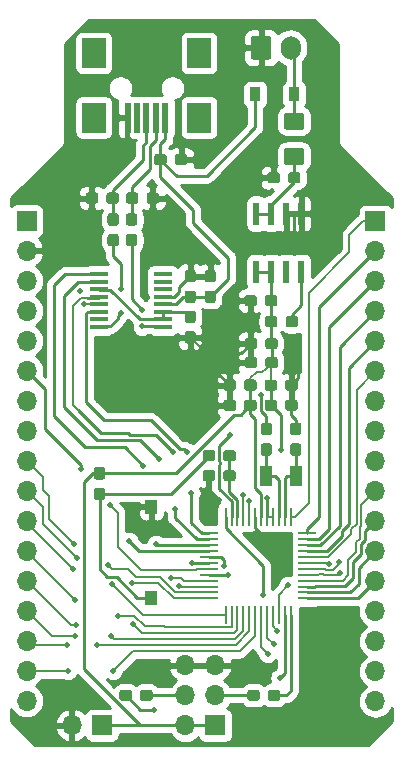
<source format=gbr>
G04 #@! TF.GenerationSoftware,KiCad,Pcbnew,(5.1.4)-1*
G04 #@! TF.CreationDate,2020-03-23T23:33:49-05:00*
G04 #@! TF.ProjectId,ExOneMicrorocessor,45784f6e-654d-4696-9372-6f726f636573,rev?*
G04 #@! TF.SameCoordinates,Original*
G04 #@! TF.FileFunction,Copper,L1,Top*
G04 #@! TF.FilePolarity,Positive*
%FSLAX46Y46*%
G04 Gerber Fmt 4.6, Leading zero omitted, Abs format (unit mm)*
G04 Created by KiCad (PCBNEW (5.1.4)-1) date 2020-03-23 23:33:49*
%MOMM*%
%LPD*%
G04 APERTURE LIST*
%ADD10O,1.700000X1.700000*%
%ADD11R,1.700000X1.700000*%
%ADD12R,1.000000X1.250000*%
%ADD13R,2.000000X2.500000*%
%ADD14R,0.500000X2.500000*%
%ADD15R,0.280000X1.490000*%
%ADD16R,1.490000X0.280000*%
%ADD17R,1.000000X1.800000*%
%ADD18R,0.558800X1.981200*%
%ADD19C,0.100000*%
%ADD20C,0.950000*%
%ADD21O,1.700000X2.000000*%
%ADD22C,1.700000*%
%ADD23R,1.526000X0.435000*%
%ADD24C,1.425000*%
%ADD25R,0.900000X1.200000*%
%ADD26C,0.500000*%
%ADD27C,0.800000*%
%ADD28C,0.250000*%
%ADD29C,0.200000*%
%ADD30C,0.500000*%
%ADD31C,0.254000*%
G04 APERTURE END LIST*
D10*
X144195800Y-124942600D03*
D11*
X146735800Y-124942600D03*
D12*
X150926800Y-106437200D03*
X150926800Y-114187200D03*
D13*
X146035200Y-68014900D03*
X154955200Y-68014900D03*
X146035200Y-73494900D03*
X154955200Y-73494900D03*
D14*
X148895200Y-73494900D03*
X149695200Y-73494900D03*
X150495200Y-73494900D03*
X151295200Y-73494900D03*
X152095200Y-73494900D03*
D10*
X140360400Y-122885200D03*
X140360400Y-120345200D03*
X140360400Y-117805200D03*
X140360400Y-115265200D03*
X140360400Y-112725200D03*
X140360400Y-110185200D03*
X140360400Y-107645200D03*
X140360400Y-105105200D03*
X140360400Y-102565200D03*
X140360400Y-100025200D03*
X140360400Y-97485200D03*
X140360400Y-94945200D03*
X140360400Y-92405200D03*
X140360400Y-89865200D03*
X140360400Y-87325200D03*
X140360400Y-84785200D03*
D11*
X140360400Y-82245200D03*
D10*
X169875200Y-122910600D03*
X169875200Y-120370600D03*
X169875200Y-117830600D03*
X169875200Y-115290600D03*
X169875200Y-112750600D03*
X169875200Y-110210600D03*
X169875200Y-107670600D03*
X169875200Y-105130600D03*
X169875200Y-102590600D03*
X169875200Y-100050600D03*
X169875200Y-97510600D03*
X169875200Y-94970600D03*
X169875200Y-92430600D03*
X169875200Y-89890600D03*
X169875200Y-87350600D03*
X169875200Y-84810600D03*
D11*
X169875200Y-82270600D03*
D15*
X162703960Y-115625200D03*
X162203960Y-115625200D03*
X161703960Y-115625200D03*
X161203960Y-115625200D03*
X160703960Y-115625200D03*
X160203960Y-115625200D03*
X159703960Y-115625200D03*
X159203960Y-115625200D03*
X158703960Y-115625200D03*
X158203960Y-115625200D03*
X157703960Y-115625200D03*
X157203960Y-115625200D03*
X157203960Y-107285200D03*
X157703960Y-107285200D03*
X158203960Y-107285200D03*
X158703960Y-107285200D03*
X159203960Y-107285200D03*
X159703960Y-107285200D03*
X160203960Y-107285200D03*
X160703960Y-107285200D03*
X161203960Y-107285200D03*
X161703960Y-107285200D03*
X162203960Y-107285200D03*
X162703960Y-107285200D03*
D16*
X164123960Y-108705200D03*
X164123960Y-109205200D03*
X164123960Y-109705200D03*
X164123960Y-110205200D03*
X164123960Y-110705200D03*
X164123960Y-111205200D03*
X164123960Y-111705200D03*
X164123960Y-112205200D03*
X164123960Y-112705200D03*
X164123960Y-113205200D03*
X164123960Y-113705200D03*
X164123960Y-114205200D03*
X155783960Y-114205200D03*
X155783960Y-113705200D03*
X155783960Y-113205200D03*
X155783960Y-112705200D03*
X155783960Y-112205200D03*
X155783960Y-111705200D03*
X155783960Y-111205200D03*
X155783960Y-110705200D03*
X155783960Y-110205200D03*
X155783960Y-109705200D03*
X155783960Y-109205200D03*
X155783960Y-108705200D03*
D17*
X160639440Y-103835200D03*
X163139440Y-103835200D03*
D18*
X163601400Y-86563200D03*
X162331400Y-86563200D03*
X161061400Y-86563200D03*
X159791400Y-86563200D03*
X159791400Y-81635600D03*
X161061400Y-81635600D03*
X162331400Y-81635600D03*
X163601400Y-81635600D03*
D19*
G36*
X163122179Y-90293044D02*
G01*
X163145234Y-90296463D01*
X163167843Y-90302127D01*
X163189787Y-90309979D01*
X163210857Y-90319944D01*
X163230848Y-90331926D01*
X163249568Y-90345810D01*
X163266838Y-90361462D01*
X163282490Y-90378732D01*
X163296374Y-90397452D01*
X163308356Y-90417443D01*
X163318321Y-90438513D01*
X163326173Y-90460457D01*
X163331837Y-90483066D01*
X163335256Y-90506121D01*
X163336400Y-90529400D01*
X163336400Y-91004400D01*
X163335256Y-91027679D01*
X163331837Y-91050734D01*
X163326173Y-91073343D01*
X163318321Y-91095287D01*
X163308356Y-91116357D01*
X163296374Y-91136348D01*
X163282490Y-91155068D01*
X163266838Y-91172338D01*
X163249568Y-91187990D01*
X163230848Y-91201874D01*
X163210857Y-91213856D01*
X163189787Y-91223821D01*
X163167843Y-91231673D01*
X163145234Y-91237337D01*
X163122179Y-91240756D01*
X163098900Y-91241900D01*
X162523900Y-91241900D01*
X162500621Y-91240756D01*
X162477566Y-91237337D01*
X162454957Y-91231673D01*
X162433013Y-91223821D01*
X162411943Y-91213856D01*
X162391952Y-91201874D01*
X162373232Y-91187990D01*
X162355962Y-91172338D01*
X162340310Y-91155068D01*
X162326426Y-91136348D01*
X162314444Y-91116357D01*
X162304479Y-91095287D01*
X162296627Y-91073343D01*
X162290963Y-91050734D01*
X162287544Y-91027679D01*
X162286400Y-91004400D01*
X162286400Y-90529400D01*
X162287544Y-90506121D01*
X162290963Y-90483066D01*
X162296627Y-90460457D01*
X162304479Y-90438513D01*
X162314444Y-90417443D01*
X162326426Y-90397452D01*
X162340310Y-90378732D01*
X162355962Y-90361462D01*
X162373232Y-90345810D01*
X162391952Y-90331926D01*
X162411943Y-90319944D01*
X162433013Y-90309979D01*
X162454957Y-90302127D01*
X162477566Y-90296463D01*
X162500621Y-90293044D01*
X162523900Y-90291900D01*
X163098900Y-90291900D01*
X163122179Y-90293044D01*
X163122179Y-90293044D01*
G37*
D20*
X162811400Y-90766900D03*
D19*
G36*
X161372179Y-90293044D02*
G01*
X161395234Y-90296463D01*
X161417843Y-90302127D01*
X161439787Y-90309979D01*
X161460857Y-90319944D01*
X161480848Y-90331926D01*
X161499568Y-90345810D01*
X161516838Y-90361462D01*
X161532490Y-90378732D01*
X161546374Y-90397452D01*
X161558356Y-90417443D01*
X161568321Y-90438513D01*
X161576173Y-90460457D01*
X161581837Y-90483066D01*
X161585256Y-90506121D01*
X161586400Y-90529400D01*
X161586400Y-91004400D01*
X161585256Y-91027679D01*
X161581837Y-91050734D01*
X161576173Y-91073343D01*
X161568321Y-91095287D01*
X161558356Y-91116357D01*
X161546374Y-91136348D01*
X161532490Y-91155068D01*
X161516838Y-91172338D01*
X161499568Y-91187990D01*
X161480848Y-91201874D01*
X161460857Y-91213856D01*
X161439787Y-91223821D01*
X161417843Y-91231673D01*
X161395234Y-91237337D01*
X161372179Y-91240756D01*
X161348900Y-91241900D01*
X160773900Y-91241900D01*
X160750621Y-91240756D01*
X160727566Y-91237337D01*
X160704957Y-91231673D01*
X160683013Y-91223821D01*
X160661943Y-91213856D01*
X160641952Y-91201874D01*
X160623232Y-91187990D01*
X160605962Y-91172338D01*
X160590310Y-91155068D01*
X160576426Y-91136348D01*
X160564444Y-91116357D01*
X160554479Y-91095287D01*
X160546627Y-91073343D01*
X160540963Y-91050734D01*
X160537544Y-91027679D01*
X160536400Y-91004400D01*
X160536400Y-90529400D01*
X160537544Y-90506121D01*
X160540963Y-90483066D01*
X160546627Y-90460457D01*
X160554479Y-90438513D01*
X160564444Y-90417443D01*
X160576426Y-90397452D01*
X160590310Y-90378732D01*
X160605962Y-90361462D01*
X160623232Y-90345810D01*
X160641952Y-90331926D01*
X160661943Y-90319944D01*
X160683013Y-90309979D01*
X160704957Y-90302127D01*
X160727566Y-90296463D01*
X160750621Y-90293044D01*
X160773900Y-90291900D01*
X161348900Y-90291900D01*
X161372179Y-90293044D01*
X161372179Y-90293044D01*
G37*
D20*
X161061400Y-90766900D03*
D19*
G36*
X157841579Y-101659544D02*
G01*
X157864634Y-101662963D01*
X157887243Y-101668627D01*
X157909187Y-101676479D01*
X157930257Y-101686444D01*
X157950248Y-101698426D01*
X157968968Y-101712310D01*
X157986238Y-101727962D01*
X158001890Y-101745232D01*
X158015774Y-101763952D01*
X158027756Y-101783943D01*
X158037721Y-101805013D01*
X158045573Y-101826957D01*
X158051237Y-101849566D01*
X158054656Y-101872621D01*
X158055800Y-101895900D01*
X158055800Y-102370900D01*
X158054656Y-102394179D01*
X158051237Y-102417234D01*
X158045573Y-102439843D01*
X158037721Y-102461787D01*
X158027756Y-102482857D01*
X158015774Y-102502848D01*
X158001890Y-102521568D01*
X157986238Y-102538838D01*
X157968968Y-102554490D01*
X157950248Y-102568374D01*
X157930257Y-102580356D01*
X157909187Y-102590321D01*
X157887243Y-102598173D01*
X157864634Y-102603837D01*
X157841579Y-102607256D01*
X157818300Y-102608400D01*
X157243300Y-102608400D01*
X157220021Y-102607256D01*
X157196966Y-102603837D01*
X157174357Y-102598173D01*
X157152413Y-102590321D01*
X157131343Y-102580356D01*
X157111352Y-102568374D01*
X157092632Y-102554490D01*
X157075362Y-102538838D01*
X157059710Y-102521568D01*
X157045826Y-102502848D01*
X157033844Y-102482857D01*
X157023879Y-102461787D01*
X157016027Y-102439843D01*
X157010363Y-102417234D01*
X157006944Y-102394179D01*
X157005800Y-102370900D01*
X157005800Y-101895900D01*
X157006944Y-101872621D01*
X157010363Y-101849566D01*
X157016027Y-101826957D01*
X157023879Y-101805013D01*
X157033844Y-101783943D01*
X157045826Y-101763952D01*
X157059710Y-101745232D01*
X157075362Y-101727962D01*
X157092632Y-101712310D01*
X157111352Y-101698426D01*
X157131343Y-101686444D01*
X157152413Y-101676479D01*
X157174357Y-101668627D01*
X157196966Y-101662963D01*
X157220021Y-101659544D01*
X157243300Y-101658400D01*
X157818300Y-101658400D01*
X157841579Y-101659544D01*
X157841579Y-101659544D01*
G37*
D20*
X157530800Y-102133400D03*
D19*
G36*
X156091579Y-101659544D02*
G01*
X156114634Y-101662963D01*
X156137243Y-101668627D01*
X156159187Y-101676479D01*
X156180257Y-101686444D01*
X156200248Y-101698426D01*
X156218968Y-101712310D01*
X156236238Y-101727962D01*
X156251890Y-101745232D01*
X156265774Y-101763952D01*
X156277756Y-101783943D01*
X156287721Y-101805013D01*
X156295573Y-101826957D01*
X156301237Y-101849566D01*
X156304656Y-101872621D01*
X156305800Y-101895900D01*
X156305800Y-102370900D01*
X156304656Y-102394179D01*
X156301237Y-102417234D01*
X156295573Y-102439843D01*
X156287721Y-102461787D01*
X156277756Y-102482857D01*
X156265774Y-102502848D01*
X156251890Y-102521568D01*
X156236238Y-102538838D01*
X156218968Y-102554490D01*
X156200248Y-102568374D01*
X156180257Y-102580356D01*
X156159187Y-102590321D01*
X156137243Y-102598173D01*
X156114634Y-102603837D01*
X156091579Y-102607256D01*
X156068300Y-102608400D01*
X155493300Y-102608400D01*
X155470021Y-102607256D01*
X155446966Y-102603837D01*
X155424357Y-102598173D01*
X155402413Y-102590321D01*
X155381343Y-102580356D01*
X155361352Y-102568374D01*
X155342632Y-102554490D01*
X155325362Y-102538838D01*
X155309710Y-102521568D01*
X155295826Y-102502848D01*
X155283844Y-102482857D01*
X155273879Y-102461787D01*
X155266027Y-102439843D01*
X155260363Y-102417234D01*
X155256944Y-102394179D01*
X155255800Y-102370900D01*
X155255800Y-101895900D01*
X155256944Y-101872621D01*
X155260363Y-101849566D01*
X155266027Y-101826957D01*
X155273879Y-101805013D01*
X155283844Y-101783943D01*
X155295826Y-101763952D01*
X155309710Y-101745232D01*
X155325362Y-101727962D01*
X155342632Y-101712310D01*
X155361352Y-101698426D01*
X155381343Y-101686444D01*
X155402413Y-101676479D01*
X155424357Y-101668627D01*
X155446966Y-101662963D01*
X155470021Y-101659544D01*
X155493300Y-101658400D01*
X156068300Y-101658400D01*
X156091579Y-101659544D01*
X156091579Y-101659544D01*
G37*
D20*
X155780800Y-102133400D03*
D19*
G36*
X146793379Y-103096744D02*
G01*
X146816434Y-103100163D01*
X146839043Y-103105827D01*
X146860987Y-103113679D01*
X146882057Y-103123644D01*
X146902048Y-103135626D01*
X146920768Y-103149510D01*
X146938038Y-103165162D01*
X146953690Y-103182432D01*
X146967574Y-103201152D01*
X146979556Y-103221143D01*
X146989521Y-103242213D01*
X146997373Y-103264157D01*
X147003037Y-103286766D01*
X147006456Y-103309821D01*
X147007600Y-103333100D01*
X147007600Y-103908100D01*
X147006456Y-103931379D01*
X147003037Y-103954434D01*
X146997373Y-103977043D01*
X146989521Y-103998987D01*
X146979556Y-104020057D01*
X146967574Y-104040048D01*
X146953690Y-104058768D01*
X146938038Y-104076038D01*
X146920768Y-104091690D01*
X146902048Y-104105574D01*
X146882057Y-104117556D01*
X146860987Y-104127521D01*
X146839043Y-104135373D01*
X146816434Y-104141037D01*
X146793379Y-104144456D01*
X146770100Y-104145600D01*
X146295100Y-104145600D01*
X146271821Y-104144456D01*
X146248766Y-104141037D01*
X146226157Y-104135373D01*
X146204213Y-104127521D01*
X146183143Y-104117556D01*
X146163152Y-104105574D01*
X146144432Y-104091690D01*
X146127162Y-104076038D01*
X146111510Y-104058768D01*
X146097626Y-104040048D01*
X146085644Y-104020057D01*
X146075679Y-103998987D01*
X146067827Y-103977043D01*
X146062163Y-103954434D01*
X146058744Y-103931379D01*
X146057600Y-103908100D01*
X146057600Y-103333100D01*
X146058744Y-103309821D01*
X146062163Y-103286766D01*
X146067827Y-103264157D01*
X146075679Y-103242213D01*
X146085644Y-103221143D01*
X146097626Y-103201152D01*
X146111510Y-103182432D01*
X146127162Y-103165162D01*
X146144432Y-103149510D01*
X146163152Y-103135626D01*
X146183143Y-103123644D01*
X146204213Y-103113679D01*
X146226157Y-103105827D01*
X146248766Y-103100163D01*
X146271821Y-103096744D01*
X146295100Y-103095600D01*
X146770100Y-103095600D01*
X146793379Y-103096744D01*
X146793379Y-103096744D01*
G37*
D20*
X146532600Y-103620600D03*
D19*
G36*
X146793379Y-104846744D02*
G01*
X146816434Y-104850163D01*
X146839043Y-104855827D01*
X146860987Y-104863679D01*
X146882057Y-104873644D01*
X146902048Y-104885626D01*
X146920768Y-104899510D01*
X146938038Y-104915162D01*
X146953690Y-104932432D01*
X146967574Y-104951152D01*
X146979556Y-104971143D01*
X146989521Y-104992213D01*
X146997373Y-105014157D01*
X147003037Y-105036766D01*
X147006456Y-105059821D01*
X147007600Y-105083100D01*
X147007600Y-105658100D01*
X147006456Y-105681379D01*
X147003037Y-105704434D01*
X146997373Y-105727043D01*
X146989521Y-105748987D01*
X146979556Y-105770057D01*
X146967574Y-105790048D01*
X146953690Y-105808768D01*
X146938038Y-105826038D01*
X146920768Y-105841690D01*
X146902048Y-105855574D01*
X146882057Y-105867556D01*
X146860987Y-105877521D01*
X146839043Y-105885373D01*
X146816434Y-105891037D01*
X146793379Y-105894456D01*
X146770100Y-105895600D01*
X146295100Y-105895600D01*
X146271821Y-105894456D01*
X146248766Y-105891037D01*
X146226157Y-105885373D01*
X146204213Y-105877521D01*
X146183143Y-105867556D01*
X146163152Y-105855574D01*
X146144432Y-105841690D01*
X146127162Y-105826038D01*
X146111510Y-105808768D01*
X146097626Y-105790048D01*
X146085644Y-105770057D01*
X146075679Y-105748987D01*
X146067827Y-105727043D01*
X146062163Y-105704434D01*
X146058744Y-105681379D01*
X146057600Y-105658100D01*
X146057600Y-105083100D01*
X146058744Y-105059821D01*
X146062163Y-105036766D01*
X146067827Y-105014157D01*
X146075679Y-104992213D01*
X146085644Y-104971143D01*
X146097626Y-104951152D01*
X146111510Y-104932432D01*
X146127162Y-104915162D01*
X146144432Y-104899510D01*
X146163152Y-104885626D01*
X146183143Y-104873644D01*
X146204213Y-104863679D01*
X146226157Y-104855827D01*
X146248766Y-104850163D01*
X146271821Y-104846744D01*
X146295100Y-104845600D01*
X146770100Y-104845600D01*
X146793379Y-104846744D01*
X146793379Y-104846744D01*
G37*
D20*
X146532600Y-105370600D03*
D19*
G36*
X150800699Y-121943984D02*
G01*
X150823754Y-121947403D01*
X150846363Y-121953067D01*
X150868307Y-121960919D01*
X150889377Y-121970884D01*
X150909368Y-121982866D01*
X150928088Y-121996750D01*
X150945358Y-122012402D01*
X150961010Y-122029672D01*
X150974894Y-122048392D01*
X150986876Y-122068383D01*
X150996841Y-122089453D01*
X151004693Y-122111397D01*
X151010357Y-122134006D01*
X151013776Y-122157061D01*
X151014920Y-122180340D01*
X151014920Y-122655340D01*
X151013776Y-122678619D01*
X151010357Y-122701674D01*
X151004693Y-122724283D01*
X150996841Y-122746227D01*
X150986876Y-122767297D01*
X150974894Y-122787288D01*
X150961010Y-122806008D01*
X150945358Y-122823278D01*
X150928088Y-122838930D01*
X150909368Y-122852814D01*
X150889377Y-122864796D01*
X150868307Y-122874761D01*
X150846363Y-122882613D01*
X150823754Y-122888277D01*
X150800699Y-122891696D01*
X150777420Y-122892840D01*
X150202420Y-122892840D01*
X150179141Y-122891696D01*
X150156086Y-122888277D01*
X150133477Y-122882613D01*
X150111533Y-122874761D01*
X150090463Y-122864796D01*
X150070472Y-122852814D01*
X150051752Y-122838930D01*
X150034482Y-122823278D01*
X150018830Y-122806008D01*
X150004946Y-122787288D01*
X149992964Y-122767297D01*
X149982999Y-122746227D01*
X149975147Y-122724283D01*
X149969483Y-122701674D01*
X149966064Y-122678619D01*
X149964920Y-122655340D01*
X149964920Y-122180340D01*
X149966064Y-122157061D01*
X149969483Y-122134006D01*
X149975147Y-122111397D01*
X149982999Y-122089453D01*
X149992964Y-122068383D01*
X150004946Y-122048392D01*
X150018830Y-122029672D01*
X150034482Y-122012402D01*
X150051752Y-121996750D01*
X150070472Y-121982866D01*
X150090463Y-121970884D01*
X150111533Y-121960919D01*
X150133477Y-121953067D01*
X150156086Y-121947403D01*
X150179141Y-121943984D01*
X150202420Y-121942840D01*
X150777420Y-121942840D01*
X150800699Y-121943984D01*
X150800699Y-121943984D01*
G37*
D20*
X150489920Y-122417840D03*
D19*
G36*
X149050699Y-121943984D02*
G01*
X149073754Y-121947403D01*
X149096363Y-121953067D01*
X149118307Y-121960919D01*
X149139377Y-121970884D01*
X149159368Y-121982866D01*
X149178088Y-121996750D01*
X149195358Y-122012402D01*
X149211010Y-122029672D01*
X149224894Y-122048392D01*
X149236876Y-122068383D01*
X149246841Y-122089453D01*
X149254693Y-122111397D01*
X149260357Y-122134006D01*
X149263776Y-122157061D01*
X149264920Y-122180340D01*
X149264920Y-122655340D01*
X149263776Y-122678619D01*
X149260357Y-122701674D01*
X149254693Y-122724283D01*
X149246841Y-122746227D01*
X149236876Y-122767297D01*
X149224894Y-122787288D01*
X149211010Y-122806008D01*
X149195358Y-122823278D01*
X149178088Y-122838930D01*
X149159368Y-122852814D01*
X149139377Y-122864796D01*
X149118307Y-122874761D01*
X149096363Y-122882613D01*
X149073754Y-122888277D01*
X149050699Y-122891696D01*
X149027420Y-122892840D01*
X148452420Y-122892840D01*
X148429141Y-122891696D01*
X148406086Y-122888277D01*
X148383477Y-122882613D01*
X148361533Y-122874761D01*
X148340463Y-122864796D01*
X148320472Y-122852814D01*
X148301752Y-122838930D01*
X148284482Y-122823278D01*
X148268830Y-122806008D01*
X148254946Y-122787288D01*
X148242964Y-122767297D01*
X148232999Y-122746227D01*
X148225147Y-122724283D01*
X148219483Y-122701674D01*
X148216064Y-122678619D01*
X148214920Y-122655340D01*
X148214920Y-122180340D01*
X148216064Y-122157061D01*
X148219483Y-122134006D01*
X148225147Y-122111397D01*
X148232999Y-122089453D01*
X148242964Y-122068383D01*
X148254946Y-122048392D01*
X148268830Y-122029672D01*
X148284482Y-122012402D01*
X148301752Y-121996750D01*
X148320472Y-121982866D01*
X148340463Y-121970884D01*
X148361533Y-121960919D01*
X148383477Y-121953067D01*
X148406086Y-121947403D01*
X148429141Y-121943984D01*
X148452420Y-121942840D01*
X149027420Y-121942840D01*
X149050699Y-121943984D01*
X149050699Y-121943984D01*
G37*
D20*
X148739920Y-122417840D03*
D19*
G36*
X161623579Y-121938904D02*
G01*
X161646634Y-121942323D01*
X161669243Y-121947987D01*
X161691187Y-121955839D01*
X161712257Y-121965804D01*
X161732248Y-121977786D01*
X161750968Y-121991670D01*
X161768238Y-122007322D01*
X161783890Y-122024592D01*
X161797774Y-122043312D01*
X161809756Y-122063303D01*
X161819721Y-122084373D01*
X161827573Y-122106317D01*
X161833237Y-122128926D01*
X161836656Y-122151981D01*
X161837800Y-122175260D01*
X161837800Y-122650260D01*
X161836656Y-122673539D01*
X161833237Y-122696594D01*
X161827573Y-122719203D01*
X161819721Y-122741147D01*
X161809756Y-122762217D01*
X161797774Y-122782208D01*
X161783890Y-122800928D01*
X161768238Y-122818198D01*
X161750968Y-122833850D01*
X161732248Y-122847734D01*
X161712257Y-122859716D01*
X161691187Y-122869681D01*
X161669243Y-122877533D01*
X161646634Y-122883197D01*
X161623579Y-122886616D01*
X161600300Y-122887760D01*
X161025300Y-122887760D01*
X161002021Y-122886616D01*
X160978966Y-122883197D01*
X160956357Y-122877533D01*
X160934413Y-122869681D01*
X160913343Y-122859716D01*
X160893352Y-122847734D01*
X160874632Y-122833850D01*
X160857362Y-122818198D01*
X160841710Y-122800928D01*
X160827826Y-122782208D01*
X160815844Y-122762217D01*
X160805879Y-122741147D01*
X160798027Y-122719203D01*
X160792363Y-122696594D01*
X160788944Y-122673539D01*
X160787800Y-122650260D01*
X160787800Y-122175260D01*
X160788944Y-122151981D01*
X160792363Y-122128926D01*
X160798027Y-122106317D01*
X160805879Y-122084373D01*
X160815844Y-122063303D01*
X160827826Y-122043312D01*
X160841710Y-122024592D01*
X160857362Y-122007322D01*
X160874632Y-121991670D01*
X160893352Y-121977786D01*
X160913343Y-121965804D01*
X160934413Y-121955839D01*
X160956357Y-121947987D01*
X160978966Y-121942323D01*
X161002021Y-121938904D01*
X161025300Y-121937760D01*
X161600300Y-121937760D01*
X161623579Y-121938904D01*
X161623579Y-121938904D01*
G37*
D20*
X161312800Y-122412760D03*
D19*
G36*
X159873579Y-121938904D02*
G01*
X159896634Y-121942323D01*
X159919243Y-121947987D01*
X159941187Y-121955839D01*
X159962257Y-121965804D01*
X159982248Y-121977786D01*
X160000968Y-121991670D01*
X160018238Y-122007322D01*
X160033890Y-122024592D01*
X160047774Y-122043312D01*
X160059756Y-122063303D01*
X160069721Y-122084373D01*
X160077573Y-122106317D01*
X160083237Y-122128926D01*
X160086656Y-122151981D01*
X160087800Y-122175260D01*
X160087800Y-122650260D01*
X160086656Y-122673539D01*
X160083237Y-122696594D01*
X160077573Y-122719203D01*
X160069721Y-122741147D01*
X160059756Y-122762217D01*
X160047774Y-122782208D01*
X160033890Y-122800928D01*
X160018238Y-122818198D01*
X160000968Y-122833850D01*
X159982248Y-122847734D01*
X159962257Y-122859716D01*
X159941187Y-122869681D01*
X159919243Y-122877533D01*
X159896634Y-122883197D01*
X159873579Y-122886616D01*
X159850300Y-122887760D01*
X159275300Y-122887760D01*
X159252021Y-122886616D01*
X159228966Y-122883197D01*
X159206357Y-122877533D01*
X159184413Y-122869681D01*
X159163343Y-122859716D01*
X159143352Y-122847734D01*
X159124632Y-122833850D01*
X159107362Y-122818198D01*
X159091710Y-122800928D01*
X159077826Y-122782208D01*
X159065844Y-122762217D01*
X159055879Y-122741147D01*
X159048027Y-122719203D01*
X159042363Y-122696594D01*
X159038944Y-122673539D01*
X159037800Y-122650260D01*
X159037800Y-122175260D01*
X159038944Y-122151981D01*
X159042363Y-122128926D01*
X159048027Y-122106317D01*
X159055879Y-122084373D01*
X159065844Y-122063303D01*
X159077826Y-122043312D01*
X159091710Y-122024592D01*
X159107362Y-122007322D01*
X159124632Y-121991670D01*
X159143352Y-121977786D01*
X159163343Y-121965804D01*
X159184413Y-121955839D01*
X159206357Y-121947987D01*
X159228966Y-121942323D01*
X159252021Y-121938904D01*
X159275300Y-121937760D01*
X159850300Y-121937760D01*
X159873579Y-121938904D01*
X159873579Y-121938904D01*
G37*
D20*
X159562800Y-122412760D03*
D19*
G36*
X149498479Y-81595644D02*
G01*
X149521534Y-81599063D01*
X149544143Y-81604727D01*
X149566087Y-81612579D01*
X149587157Y-81622544D01*
X149607148Y-81634526D01*
X149625868Y-81648410D01*
X149643138Y-81664062D01*
X149658790Y-81681332D01*
X149672674Y-81700052D01*
X149684656Y-81720043D01*
X149694621Y-81741113D01*
X149702473Y-81763057D01*
X149708137Y-81785666D01*
X149711556Y-81808721D01*
X149712700Y-81832000D01*
X149712700Y-82407000D01*
X149711556Y-82430279D01*
X149708137Y-82453334D01*
X149702473Y-82475943D01*
X149694621Y-82497887D01*
X149684656Y-82518957D01*
X149672674Y-82538948D01*
X149658790Y-82557668D01*
X149643138Y-82574938D01*
X149625868Y-82590590D01*
X149607148Y-82604474D01*
X149587157Y-82616456D01*
X149566087Y-82626421D01*
X149544143Y-82634273D01*
X149521534Y-82639937D01*
X149498479Y-82643356D01*
X149475200Y-82644500D01*
X149000200Y-82644500D01*
X148976921Y-82643356D01*
X148953866Y-82639937D01*
X148931257Y-82634273D01*
X148909313Y-82626421D01*
X148888243Y-82616456D01*
X148868252Y-82604474D01*
X148849532Y-82590590D01*
X148832262Y-82574938D01*
X148816610Y-82557668D01*
X148802726Y-82538948D01*
X148790744Y-82518957D01*
X148780779Y-82497887D01*
X148772927Y-82475943D01*
X148767263Y-82453334D01*
X148763844Y-82430279D01*
X148762700Y-82407000D01*
X148762700Y-81832000D01*
X148763844Y-81808721D01*
X148767263Y-81785666D01*
X148772927Y-81763057D01*
X148780779Y-81741113D01*
X148790744Y-81720043D01*
X148802726Y-81700052D01*
X148816610Y-81681332D01*
X148832262Y-81664062D01*
X148849532Y-81648410D01*
X148868252Y-81634526D01*
X148888243Y-81622544D01*
X148909313Y-81612579D01*
X148931257Y-81604727D01*
X148953866Y-81599063D01*
X148976921Y-81595644D01*
X149000200Y-81594500D01*
X149475200Y-81594500D01*
X149498479Y-81595644D01*
X149498479Y-81595644D01*
G37*
D20*
X149237700Y-82119500D03*
D19*
G36*
X149498479Y-83345644D02*
G01*
X149521534Y-83349063D01*
X149544143Y-83354727D01*
X149566087Y-83362579D01*
X149587157Y-83372544D01*
X149607148Y-83384526D01*
X149625868Y-83398410D01*
X149643138Y-83414062D01*
X149658790Y-83431332D01*
X149672674Y-83450052D01*
X149684656Y-83470043D01*
X149694621Y-83491113D01*
X149702473Y-83513057D01*
X149708137Y-83535666D01*
X149711556Y-83558721D01*
X149712700Y-83582000D01*
X149712700Y-84157000D01*
X149711556Y-84180279D01*
X149708137Y-84203334D01*
X149702473Y-84225943D01*
X149694621Y-84247887D01*
X149684656Y-84268957D01*
X149672674Y-84288948D01*
X149658790Y-84307668D01*
X149643138Y-84324938D01*
X149625868Y-84340590D01*
X149607148Y-84354474D01*
X149587157Y-84366456D01*
X149566087Y-84376421D01*
X149544143Y-84384273D01*
X149521534Y-84389937D01*
X149498479Y-84393356D01*
X149475200Y-84394500D01*
X149000200Y-84394500D01*
X148976921Y-84393356D01*
X148953866Y-84389937D01*
X148931257Y-84384273D01*
X148909313Y-84376421D01*
X148888243Y-84366456D01*
X148868252Y-84354474D01*
X148849532Y-84340590D01*
X148832262Y-84324938D01*
X148816610Y-84307668D01*
X148802726Y-84288948D01*
X148790744Y-84268957D01*
X148780779Y-84247887D01*
X148772927Y-84225943D01*
X148767263Y-84203334D01*
X148763844Y-84180279D01*
X148762700Y-84157000D01*
X148762700Y-83582000D01*
X148763844Y-83558721D01*
X148767263Y-83535666D01*
X148772927Y-83513057D01*
X148780779Y-83491113D01*
X148790744Y-83470043D01*
X148802726Y-83450052D01*
X148816610Y-83431332D01*
X148832262Y-83414062D01*
X148849532Y-83398410D01*
X148868252Y-83384526D01*
X148888243Y-83372544D01*
X148909313Y-83362579D01*
X148931257Y-83354727D01*
X148953866Y-83349063D01*
X148976921Y-83345644D01*
X149000200Y-83344500D01*
X149475200Y-83344500D01*
X149498479Y-83345644D01*
X149498479Y-83345644D01*
G37*
D20*
X149237700Y-83869500D03*
D19*
G36*
X147936379Y-81594344D02*
G01*
X147959434Y-81597763D01*
X147982043Y-81603427D01*
X148003987Y-81611279D01*
X148025057Y-81621244D01*
X148045048Y-81633226D01*
X148063768Y-81647110D01*
X148081038Y-81662762D01*
X148096690Y-81680032D01*
X148110574Y-81698752D01*
X148122556Y-81718743D01*
X148132521Y-81739813D01*
X148140373Y-81761757D01*
X148146037Y-81784366D01*
X148149456Y-81807421D01*
X148150600Y-81830700D01*
X148150600Y-82405700D01*
X148149456Y-82428979D01*
X148146037Y-82452034D01*
X148140373Y-82474643D01*
X148132521Y-82496587D01*
X148122556Y-82517657D01*
X148110574Y-82537648D01*
X148096690Y-82556368D01*
X148081038Y-82573638D01*
X148063768Y-82589290D01*
X148045048Y-82603174D01*
X148025057Y-82615156D01*
X148003987Y-82625121D01*
X147982043Y-82632973D01*
X147959434Y-82638637D01*
X147936379Y-82642056D01*
X147913100Y-82643200D01*
X147438100Y-82643200D01*
X147414821Y-82642056D01*
X147391766Y-82638637D01*
X147369157Y-82632973D01*
X147347213Y-82625121D01*
X147326143Y-82615156D01*
X147306152Y-82603174D01*
X147287432Y-82589290D01*
X147270162Y-82573638D01*
X147254510Y-82556368D01*
X147240626Y-82537648D01*
X147228644Y-82517657D01*
X147218679Y-82496587D01*
X147210827Y-82474643D01*
X147205163Y-82452034D01*
X147201744Y-82428979D01*
X147200600Y-82405700D01*
X147200600Y-81830700D01*
X147201744Y-81807421D01*
X147205163Y-81784366D01*
X147210827Y-81761757D01*
X147218679Y-81739813D01*
X147228644Y-81718743D01*
X147240626Y-81698752D01*
X147254510Y-81680032D01*
X147270162Y-81662762D01*
X147287432Y-81647110D01*
X147306152Y-81633226D01*
X147326143Y-81621244D01*
X147347213Y-81611279D01*
X147369157Y-81603427D01*
X147391766Y-81597763D01*
X147414821Y-81594344D01*
X147438100Y-81593200D01*
X147913100Y-81593200D01*
X147936379Y-81594344D01*
X147936379Y-81594344D01*
G37*
D20*
X147675600Y-82118200D03*
D19*
G36*
X147936379Y-83344344D02*
G01*
X147959434Y-83347763D01*
X147982043Y-83353427D01*
X148003987Y-83361279D01*
X148025057Y-83371244D01*
X148045048Y-83383226D01*
X148063768Y-83397110D01*
X148081038Y-83412762D01*
X148096690Y-83430032D01*
X148110574Y-83448752D01*
X148122556Y-83468743D01*
X148132521Y-83489813D01*
X148140373Y-83511757D01*
X148146037Y-83534366D01*
X148149456Y-83557421D01*
X148150600Y-83580700D01*
X148150600Y-84155700D01*
X148149456Y-84178979D01*
X148146037Y-84202034D01*
X148140373Y-84224643D01*
X148132521Y-84246587D01*
X148122556Y-84267657D01*
X148110574Y-84287648D01*
X148096690Y-84306368D01*
X148081038Y-84323638D01*
X148063768Y-84339290D01*
X148045048Y-84353174D01*
X148025057Y-84365156D01*
X148003987Y-84375121D01*
X147982043Y-84382973D01*
X147959434Y-84388637D01*
X147936379Y-84392056D01*
X147913100Y-84393200D01*
X147438100Y-84393200D01*
X147414821Y-84392056D01*
X147391766Y-84388637D01*
X147369157Y-84382973D01*
X147347213Y-84375121D01*
X147326143Y-84365156D01*
X147306152Y-84353174D01*
X147287432Y-84339290D01*
X147270162Y-84323638D01*
X147254510Y-84306368D01*
X147240626Y-84287648D01*
X147228644Y-84267657D01*
X147218679Y-84246587D01*
X147210827Y-84224643D01*
X147205163Y-84202034D01*
X147201744Y-84178979D01*
X147200600Y-84155700D01*
X147200600Y-83580700D01*
X147201744Y-83557421D01*
X147205163Y-83534366D01*
X147210827Y-83511757D01*
X147218679Y-83489813D01*
X147228644Y-83468743D01*
X147240626Y-83448752D01*
X147254510Y-83430032D01*
X147270162Y-83412762D01*
X147287432Y-83397110D01*
X147306152Y-83383226D01*
X147326143Y-83371244D01*
X147347213Y-83361279D01*
X147369157Y-83353427D01*
X147391766Y-83347763D01*
X147414821Y-83344344D01*
X147438100Y-83343200D01*
X147913100Y-83343200D01*
X147936379Y-83344344D01*
X147936379Y-83344344D01*
G37*
D20*
X147675600Y-83868200D03*
D10*
X153784300Y-119875300D03*
X156324300Y-119875300D03*
X153784300Y-122415300D03*
X156324300Y-122415300D03*
X153784300Y-124955300D03*
D11*
X156324300Y-124955300D03*
D21*
X162699700Y-67589400D03*
D19*
G36*
X160824204Y-66590604D02*
G01*
X160848473Y-66594204D01*
X160872271Y-66600165D01*
X160895371Y-66608430D01*
X160917549Y-66618920D01*
X160938593Y-66631533D01*
X160958298Y-66646147D01*
X160976477Y-66662623D01*
X160992953Y-66680802D01*
X161007567Y-66700507D01*
X161020180Y-66721551D01*
X161030670Y-66743729D01*
X161038935Y-66766829D01*
X161044896Y-66790627D01*
X161048496Y-66814896D01*
X161049700Y-66839400D01*
X161049700Y-68339400D01*
X161048496Y-68363904D01*
X161044896Y-68388173D01*
X161038935Y-68411971D01*
X161030670Y-68435071D01*
X161020180Y-68457249D01*
X161007567Y-68478293D01*
X160992953Y-68497998D01*
X160976477Y-68516177D01*
X160958298Y-68532653D01*
X160938593Y-68547267D01*
X160917549Y-68559880D01*
X160895371Y-68570370D01*
X160872271Y-68578635D01*
X160848473Y-68584596D01*
X160824204Y-68588196D01*
X160799700Y-68589400D01*
X159599700Y-68589400D01*
X159575196Y-68588196D01*
X159550927Y-68584596D01*
X159527129Y-68578635D01*
X159504029Y-68570370D01*
X159481851Y-68559880D01*
X159460807Y-68547267D01*
X159441102Y-68532653D01*
X159422923Y-68516177D01*
X159406447Y-68497998D01*
X159391833Y-68478293D01*
X159379220Y-68457249D01*
X159368730Y-68435071D01*
X159360465Y-68411971D01*
X159354504Y-68388173D01*
X159350904Y-68363904D01*
X159349700Y-68339400D01*
X159349700Y-66839400D01*
X159350904Y-66814896D01*
X159354504Y-66790627D01*
X159360465Y-66766829D01*
X159368730Y-66743729D01*
X159379220Y-66721551D01*
X159391833Y-66700507D01*
X159406447Y-66680802D01*
X159422923Y-66662623D01*
X159441102Y-66646147D01*
X159460807Y-66631533D01*
X159481851Y-66618920D01*
X159504029Y-66608430D01*
X159527129Y-66600165D01*
X159550927Y-66594204D01*
X159575196Y-66590604D01*
X159599700Y-66589400D01*
X160799700Y-66589400D01*
X160824204Y-66590604D01*
X160824204Y-66590604D01*
G37*
D22*
X160199700Y-67589400D03*
D23*
X151886200Y-86754200D03*
X151886200Y-87388200D03*
X151886200Y-88024200D03*
X151886200Y-88658200D03*
X151886200Y-89294200D03*
X151886200Y-89928200D03*
X151886200Y-90564200D03*
X151886200Y-91198200D03*
X146462200Y-91198200D03*
X146462200Y-90564200D03*
X146462200Y-89928200D03*
X146462200Y-89294200D03*
X146462200Y-88658200D03*
X146462200Y-88024200D03*
X146462200Y-87388200D03*
X146462200Y-86754200D03*
D19*
G36*
X163654004Y-73097904D02*
G01*
X163678273Y-73101504D01*
X163702071Y-73107465D01*
X163725171Y-73115730D01*
X163747349Y-73126220D01*
X163768393Y-73138833D01*
X163788098Y-73153447D01*
X163806277Y-73169923D01*
X163822753Y-73188102D01*
X163837367Y-73207807D01*
X163849980Y-73228851D01*
X163860470Y-73251029D01*
X163868735Y-73274129D01*
X163874696Y-73297927D01*
X163878296Y-73322196D01*
X163879500Y-73346700D01*
X163879500Y-74271700D01*
X163878296Y-74296204D01*
X163874696Y-74320473D01*
X163868735Y-74344271D01*
X163860470Y-74367371D01*
X163849980Y-74389549D01*
X163837367Y-74410593D01*
X163822753Y-74430298D01*
X163806277Y-74448477D01*
X163788098Y-74464953D01*
X163768393Y-74479567D01*
X163747349Y-74492180D01*
X163725171Y-74502670D01*
X163702071Y-74510935D01*
X163678273Y-74516896D01*
X163654004Y-74520496D01*
X163629500Y-74521700D01*
X162379500Y-74521700D01*
X162354996Y-74520496D01*
X162330727Y-74516896D01*
X162306929Y-74510935D01*
X162283829Y-74502670D01*
X162261651Y-74492180D01*
X162240607Y-74479567D01*
X162220902Y-74464953D01*
X162202723Y-74448477D01*
X162186247Y-74430298D01*
X162171633Y-74410593D01*
X162159020Y-74389549D01*
X162148530Y-74367371D01*
X162140265Y-74344271D01*
X162134304Y-74320473D01*
X162130704Y-74296204D01*
X162129500Y-74271700D01*
X162129500Y-73346700D01*
X162130704Y-73322196D01*
X162134304Y-73297927D01*
X162140265Y-73274129D01*
X162148530Y-73251029D01*
X162159020Y-73228851D01*
X162171633Y-73207807D01*
X162186247Y-73188102D01*
X162202723Y-73169923D01*
X162220902Y-73153447D01*
X162240607Y-73138833D01*
X162261651Y-73126220D01*
X162283829Y-73115730D01*
X162306929Y-73107465D01*
X162330727Y-73101504D01*
X162354996Y-73097904D01*
X162379500Y-73096700D01*
X163629500Y-73096700D01*
X163654004Y-73097904D01*
X163654004Y-73097904D01*
G37*
D24*
X163004500Y-73809200D03*
D19*
G36*
X163654004Y-76072904D02*
G01*
X163678273Y-76076504D01*
X163702071Y-76082465D01*
X163725171Y-76090730D01*
X163747349Y-76101220D01*
X163768393Y-76113833D01*
X163788098Y-76128447D01*
X163806277Y-76144923D01*
X163822753Y-76163102D01*
X163837367Y-76182807D01*
X163849980Y-76203851D01*
X163860470Y-76226029D01*
X163868735Y-76249129D01*
X163874696Y-76272927D01*
X163878296Y-76297196D01*
X163879500Y-76321700D01*
X163879500Y-77246700D01*
X163878296Y-77271204D01*
X163874696Y-77295473D01*
X163868735Y-77319271D01*
X163860470Y-77342371D01*
X163849980Y-77364549D01*
X163837367Y-77385593D01*
X163822753Y-77405298D01*
X163806277Y-77423477D01*
X163788098Y-77439953D01*
X163768393Y-77454567D01*
X163747349Y-77467180D01*
X163725171Y-77477670D01*
X163702071Y-77485935D01*
X163678273Y-77491896D01*
X163654004Y-77495496D01*
X163629500Y-77496700D01*
X162379500Y-77496700D01*
X162354996Y-77495496D01*
X162330727Y-77491896D01*
X162306929Y-77485935D01*
X162283829Y-77477670D01*
X162261651Y-77467180D01*
X162240607Y-77454567D01*
X162220902Y-77439953D01*
X162202723Y-77423477D01*
X162186247Y-77405298D01*
X162171633Y-77385593D01*
X162159020Y-77364549D01*
X162148530Y-77342371D01*
X162140265Y-77319271D01*
X162134304Y-77295473D01*
X162130704Y-77271204D01*
X162129500Y-77246700D01*
X162129500Y-76321700D01*
X162130704Y-76297196D01*
X162134304Y-76272927D01*
X162140265Y-76249129D01*
X162148530Y-76226029D01*
X162159020Y-76203851D01*
X162171633Y-76182807D01*
X162186247Y-76163102D01*
X162202723Y-76144923D01*
X162220902Y-76128447D01*
X162240607Y-76113833D01*
X162261651Y-76101220D01*
X162283829Y-76090730D01*
X162306929Y-76082465D01*
X162330727Y-76076504D01*
X162354996Y-76072904D01*
X162379500Y-76071700D01*
X163629500Y-76071700D01*
X163654004Y-76072904D01*
X163654004Y-76072904D01*
G37*
D24*
X163004500Y-76784200D03*
D25*
X159704500Y-71526400D03*
X163004500Y-71526400D03*
D19*
G36*
X161408979Y-93772844D02*
G01*
X161432034Y-93776263D01*
X161454643Y-93781927D01*
X161476587Y-93789779D01*
X161497657Y-93799744D01*
X161517648Y-93811726D01*
X161536368Y-93825610D01*
X161553638Y-93841262D01*
X161569290Y-93858532D01*
X161583174Y-93877252D01*
X161595156Y-93897243D01*
X161605121Y-93918313D01*
X161612973Y-93940257D01*
X161618637Y-93962866D01*
X161622056Y-93985921D01*
X161623200Y-94009200D01*
X161623200Y-94484200D01*
X161622056Y-94507479D01*
X161618637Y-94530534D01*
X161612973Y-94553143D01*
X161605121Y-94575087D01*
X161595156Y-94596157D01*
X161583174Y-94616148D01*
X161569290Y-94634868D01*
X161553638Y-94652138D01*
X161536368Y-94667790D01*
X161517648Y-94681674D01*
X161497657Y-94693656D01*
X161476587Y-94703621D01*
X161454643Y-94711473D01*
X161432034Y-94717137D01*
X161408979Y-94720556D01*
X161385700Y-94721700D01*
X160810700Y-94721700D01*
X160787421Y-94720556D01*
X160764366Y-94717137D01*
X160741757Y-94711473D01*
X160719813Y-94703621D01*
X160698743Y-94693656D01*
X160678752Y-94681674D01*
X160660032Y-94667790D01*
X160642762Y-94652138D01*
X160627110Y-94634868D01*
X160613226Y-94616148D01*
X160601244Y-94596157D01*
X160591279Y-94575087D01*
X160583427Y-94553143D01*
X160577763Y-94530534D01*
X160574344Y-94507479D01*
X160573200Y-94484200D01*
X160573200Y-94009200D01*
X160574344Y-93985921D01*
X160577763Y-93962866D01*
X160583427Y-93940257D01*
X160591279Y-93918313D01*
X160601244Y-93897243D01*
X160613226Y-93877252D01*
X160627110Y-93858532D01*
X160642762Y-93841262D01*
X160660032Y-93825610D01*
X160678752Y-93811726D01*
X160698743Y-93799744D01*
X160719813Y-93789779D01*
X160741757Y-93781927D01*
X160764366Y-93776263D01*
X160787421Y-93772844D01*
X160810700Y-93771700D01*
X161385700Y-93771700D01*
X161408979Y-93772844D01*
X161408979Y-93772844D01*
G37*
D20*
X161098200Y-94246700D03*
D19*
G36*
X159658979Y-93772844D02*
G01*
X159682034Y-93776263D01*
X159704643Y-93781927D01*
X159726587Y-93789779D01*
X159747657Y-93799744D01*
X159767648Y-93811726D01*
X159786368Y-93825610D01*
X159803638Y-93841262D01*
X159819290Y-93858532D01*
X159833174Y-93877252D01*
X159845156Y-93897243D01*
X159855121Y-93918313D01*
X159862973Y-93940257D01*
X159868637Y-93962866D01*
X159872056Y-93985921D01*
X159873200Y-94009200D01*
X159873200Y-94484200D01*
X159872056Y-94507479D01*
X159868637Y-94530534D01*
X159862973Y-94553143D01*
X159855121Y-94575087D01*
X159845156Y-94596157D01*
X159833174Y-94616148D01*
X159819290Y-94634868D01*
X159803638Y-94652138D01*
X159786368Y-94667790D01*
X159767648Y-94681674D01*
X159747657Y-94693656D01*
X159726587Y-94703621D01*
X159704643Y-94711473D01*
X159682034Y-94717137D01*
X159658979Y-94720556D01*
X159635700Y-94721700D01*
X159060700Y-94721700D01*
X159037421Y-94720556D01*
X159014366Y-94717137D01*
X158991757Y-94711473D01*
X158969813Y-94703621D01*
X158948743Y-94693656D01*
X158928752Y-94681674D01*
X158910032Y-94667790D01*
X158892762Y-94652138D01*
X158877110Y-94634868D01*
X158863226Y-94616148D01*
X158851244Y-94596157D01*
X158841279Y-94575087D01*
X158833427Y-94553143D01*
X158827763Y-94530534D01*
X158824344Y-94507479D01*
X158823200Y-94484200D01*
X158823200Y-94009200D01*
X158824344Y-93985921D01*
X158827763Y-93962866D01*
X158833427Y-93940257D01*
X158841279Y-93918313D01*
X158851244Y-93897243D01*
X158863226Y-93877252D01*
X158877110Y-93858532D01*
X158892762Y-93841262D01*
X158910032Y-93825610D01*
X158928752Y-93811726D01*
X158948743Y-93799744D01*
X158969813Y-93789779D01*
X158991757Y-93781927D01*
X159014366Y-93776263D01*
X159037421Y-93772844D01*
X159060700Y-93771700D01*
X159635700Y-93771700D01*
X159658979Y-93772844D01*
X159658979Y-93772844D01*
G37*
D20*
X159348200Y-94246700D03*
D19*
G36*
X161397579Y-92159944D02*
G01*
X161420634Y-92163363D01*
X161443243Y-92169027D01*
X161465187Y-92176879D01*
X161486257Y-92186844D01*
X161506248Y-92198826D01*
X161524968Y-92212710D01*
X161542238Y-92228362D01*
X161557890Y-92245632D01*
X161571774Y-92264352D01*
X161583756Y-92284343D01*
X161593721Y-92305413D01*
X161601573Y-92327357D01*
X161607237Y-92349966D01*
X161610656Y-92373021D01*
X161611800Y-92396300D01*
X161611800Y-92871300D01*
X161610656Y-92894579D01*
X161607237Y-92917634D01*
X161601573Y-92940243D01*
X161593721Y-92962187D01*
X161583756Y-92983257D01*
X161571774Y-93003248D01*
X161557890Y-93021968D01*
X161542238Y-93039238D01*
X161524968Y-93054890D01*
X161506248Y-93068774D01*
X161486257Y-93080756D01*
X161465187Y-93090721D01*
X161443243Y-93098573D01*
X161420634Y-93104237D01*
X161397579Y-93107656D01*
X161374300Y-93108800D01*
X160799300Y-93108800D01*
X160776021Y-93107656D01*
X160752966Y-93104237D01*
X160730357Y-93098573D01*
X160708413Y-93090721D01*
X160687343Y-93080756D01*
X160667352Y-93068774D01*
X160648632Y-93054890D01*
X160631362Y-93039238D01*
X160615710Y-93021968D01*
X160601826Y-93003248D01*
X160589844Y-92983257D01*
X160579879Y-92962187D01*
X160572027Y-92940243D01*
X160566363Y-92917634D01*
X160562944Y-92894579D01*
X160561800Y-92871300D01*
X160561800Y-92396300D01*
X160562944Y-92373021D01*
X160566363Y-92349966D01*
X160572027Y-92327357D01*
X160579879Y-92305413D01*
X160589844Y-92284343D01*
X160601826Y-92264352D01*
X160615710Y-92245632D01*
X160631362Y-92228362D01*
X160648632Y-92212710D01*
X160667352Y-92198826D01*
X160687343Y-92186844D01*
X160708413Y-92176879D01*
X160730357Y-92169027D01*
X160752966Y-92163363D01*
X160776021Y-92159944D01*
X160799300Y-92158800D01*
X161374300Y-92158800D01*
X161397579Y-92159944D01*
X161397579Y-92159944D01*
G37*
D20*
X161086800Y-92633800D03*
D19*
G36*
X159647579Y-92159944D02*
G01*
X159670634Y-92163363D01*
X159693243Y-92169027D01*
X159715187Y-92176879D01*
X159736257Y-92186844D01*
X159756248Y-92198826D01*
X159774968Y-92212710D01*
X159792238Y-92228362D01*
X159807890Y-92245632D01*
X159821774Y-92264352D01*
X159833756Y-92284343D01*
X159843721Y-92305413D01*
X159851573Y-92327357D01*
X159857237Y-92349966D01*
X159860656Y-92373021D01*
X159861800Y-92396300D01*
X159861800Y-92871300D01*
X159860656Y-92894579D01*
X159857237Y-92917634D01*
X159851573Y-92940243D01*
X159843721Y-92962187D01*
X159833756Y-92983257D01*
X159821774Y-93003248D01*
X159807890Y-93021968D01*
X159792238Y-93039238D01*
X159774968Y-93054890D01*
X159756248Y-93068774D01*
X159736257Y-93080756D01*
X159715187Y-93090721D01*
X159693243Y-93098573D01*
X159670634Y-93104237D01*
X159647579Y-93107656D01*
X159624300Y-93108800D01*
X159049300Y-93108800D01*
X159026021Y-93107656D01*
X159002966Y-93104237D01*
X158980357Y-93098573D01*
X158958413Y-93090721D01*
X158937343Y-93080756D01*
X158917352Y-93068774D01*
X158898632Y-93054890D01*
X158881362Y-93039238D01*
X158865710Y-93021968D01*
X158851826Y-93003248D01*
X158839844Y-92983257D01*
X158829879Y-92962187D01*
X158822027Y-92940243D01*
X158816363Y-92917634D01*
X158812944Y-92894579D01*
X158811800Y-92871300D01*
X158811800Y-92396300D01*
X158812944Y-92373021D01*
X158816363Y-92349966D01*
X158822027Y-92327357D01*
X158829879Y-92305413D01*
X158839844Y-92284343D01*
X158851826Y-92264352D01*
X158865710Y-92245632D01*
X158881362Y-92228362D01*
X158898632Y-92212710D01*
X158917352Y-92198826D01*
X158937343Y-92186844D01*
X158958413Y-92176879D01*
X158980357Y-92169027D01*
X159002966Y-92163363D01*
X159026021Y-92159944D01*
X159049300Y-92158800D01*
X159624300Y-92158800D01*
X159647579Y-92159944D01*
X159647579Y-92159944D01*
G37*
D20*
X159336800Y-92633800D03*
D19*
G36*
X161370879Y-88515044D02*
G01*
X161393934Y-88518463D01*
X161416543Y-88524127D01*
X161438487Y-88531979D01*
X161459557Y-88541944D01*
X161479548Y-88553926D01*
X161498268Y-88567810D01*
X161515538Y-88583462D01*
X161531190Y-88600732D01*
X161545074Y-88619452D01*
X161557056Y-88639443D01*
X161567021Y-88660513D01*
X161574873Y-88682457D01*
X161580537Y-88705066D01*
X161583956Y-88728121D01*
X161585100Y-88751400D01*
X161585100Y-89226400D01*
X161583956Y-89249679D01*
X161580537Y-89272734D01*
X161574873Y-89295343D01*
X161567021Y-89317287D01*
X161557056Y-89338357D01*
X161545074Y-89358348D01*
X161531190Y-89377068D01*
X161515538Y-89394338D01*
X161498268Y-89409990D01*
X161479548Y-89423874D01*
X161459557Y-89435856D01*
X161438487Y-89445821D01*
X161416543Y-89453673D01*
X161393934Y-89459337D01*
X161370879Y-89462756D01*
X161347600Y-89463900D01*
X160772600Y-89463900D01*
X160749321Y-89462756D01*
X160726266Y-89459337D01*
X160703657Y-89453673D01*
X160681713Y-89445821D01*
X160660643Y-89435856D01*
X160640652Y-89423874D01*
X160621932Y-89409990D01*
X160604662Y-89394338D01*
X160589010Y-89377068D01*
X160575126Y-89358348D01*
X160563144Y-89338357D01*
X160553179Y-89317287D01*
X160545327Y-89295343D01*
X160539663Y-89272734D01*
X160536244Y-89249679D01*
X160535100Y-89226400D01*
X160535100Y-88751400D01*
X160536244Y-88728121D01*
X160539663Y-88705066D01*
X160545327Y-88682457D01*
X160553179Y-88660513D01*
X160563144Y-88639443D01*
X160575126Y-88619452D01*
X160589010Y-88600732D01*
X160604662Y-88583462D01*
X160621932Y-88567810D01*
X160640652Y-88553926D01*
X160660643Y-88541944D01*
X160681713Y-88531979D01*
X160703657Y-88524127D01*
X160726266Y-88518463D01*
X160749321Y-88515044D01*
X160772600Y-88513900D01*
X161347600Y-88513900D01*
X161370879Y-88515044D01*
X161370879Y-88515044D01*
G37*
D20*
X161060100Y-88988900D03*
D19*
G36*
X159620879Y-88515044D02*
G01*
X159643934Y-88518463D01*
X159666543Y-88524127D01*
X159688487Y-88531979D01*
X159709557Y-88541944D01*
X159729548Y-88553926D01*
X159748268Y-88567810D01*
X159765538Y-88583462D01*
X159781190Y-88600732D01*
X159795074Y-88619452D01*
X159807056Y-88639443D01*
X159817021Y-88660513D01*
X159824873Y-88682457D01*
X159830537Y-88705066D01*
X159833956Y-88728121D01*
X159835100Y-88751400D01*
X159835100Y-89226400D01*
X159833956Y-89249679D01*
X159830537Y-89272734D01*
X159824873Y-89295343D01*
X159817021Y-89317287D01*
X159807056Y-89338357D01*
X159795074Y-89358348D01*
X159781190Y-89377068D01*
X159765538Y-89394338D01*
X159748268Y-89409990D01*
X159729548Y-89423874D01*
X159709557Y-89435856D01*
X159688487Y-89445821D01*
X159666543Y-89453673D01*
X159643934Y-89459337D01*
X159620879Y-89462756D01*
X159597600Y-89463900D01*
X159022600Y-89463900D01*
X158999321Y-89462756D01*
X158976266Y-89459337D01*
X158953657Y-89453673D01*
X158931713Y-89445821D01*
X158910643Y-89435856D01*
X158890652Y-89423874D01*
X158871932Y-89409990D01*
X158854662Y-89394338D01*
X158839010Y-89377068D01*
X158825126Y-89358348D01*
X158813144Y-89338357D01*
X158803179Y-89317287D01*
X158795327Y-89295343D01*
X158789663Y-89272734D01*
X158786244Y-89249679D01*
X158785100Y-89226400D01*
X158785100Y-88751400D01*
X158786244Y-88728121D01*
X158789663Y-88705066D01*
X158795327Y-88682457D01*
X158803179Y-88660513D01*
X158813144Y-88639443D01*
X158825126Y-88619452D01*
X158839010Y-88600732D01*
X158854662Y-88583462D01*
X158871932Y-88567810D01*
X158890652Y-88553926D01*
X158910643Y-88541944D01*
X158931713Y-88531979D01*
X158953657Y-88524127D01*
X158976266Y-88518463D01*
X158999321Y-88515044D01*
X159022600Y-88513900D01*
X159597600Y-88513900D01*
X159620879Y-88515044D01*
X159620879Y-88515044D01*
G37*
D20*
X159310100Y-88988900D03*
D19*
G36*
X163327979Y-78126444D02*
G01*
X163351034Y-78129863D01*
X163373643Y-78135527D01*
X163395587Y-78143379D01*
X163416657Y-78153344D01*
X163436648Y-78165326D01*
X163455368Y-78179210D01*
X163472638Y-78194862D01*
X163488290Y-78212132D01*
X163502174Y-78230852D01*
X163514156Y-78250843D01*
X163524121Y-78271913D01*
X163531973Y-78293857D01*
X163537637Y-78316466D01*
X163541056Y-78339521D01*
X163542200Y-78362800D01*
X163542200Y-78837800D01*
X163541056Y-78861079D01*
X163537637Y-78884134D01*
X163531973Y-78906743D01*
X163524121Y-78928687D01*
X163514156Y-78949757D01*
X163502174Y-78969748D01*
X163488290Y-78988468D01*
X163472638Y-79005738D01*
X163455368Y-79021390D01*
X163436648Y-79035274D01*
X163416657Y-79047256D01*
X163395587Y-79057221D01*
X163373643Y-79065073D01*
X163351034Y-79070737D01*
X163327979Y-79074156D01*
X163304700Y-79075300D01*
X162729700Y-79075300D01*
X162706421Y-79074156D01*
X162683366Y-79070737D01*
X162660757Y-79065073D01*
X162638813Y-79057221D01*
X162617743Y-79047256D01*
X162597752Y-79035274D01*
X162579032Y-79021390D01*
X162561762Y-79005738D01*
X162546110Y-78988468D01*
X162532226Y-78969748D01*
X162520244Y-78949757D01*
X162510279Y-78928687D01*
X162502427Y-78906743D01*
X162496763Y-78884134D01*
X162493344Y-78861079D01*
X162492200Y-78837800D01*
X162492200Y-78362800D01*
X162493344Y-78339521D01*
X162496763Y-78316466D01*
X162502427Y-78293857D01*
X162510279Y-78271913D01*
X162520244Y-78250843D01*
X162532226Y-78230852D01*
X162546110Y-78212132D01*
X162561762Y-78194862D01*
X162579032Y-78179210D01*
X162597752Y-78165326D01*
X162617743Y-78153344D01*
X162638813Y-78143379D01*
X162660757Y-78135527D01*
X162683366Y-78129863D01*
X162706421Y-78126444D01*
X162729700Y-78125300D01*
X163304700Y-78125300D01*
X163327979Y-78126444D01*
X163327979Y-78126444D01*
G37*
D20*
X163017200Y-78600300D03*
D19*
G36*
X161577979Y-78126444D02*
G01*
X161601034Y-78129863D01*
X161623643Y-78135527D01*
X161645587Y-78143379D01*
X161666657Y-78153344D01*
X161686648Y-78165326D01*
X161705368Y-78179210D01*
X161722638Y-78194862D01*
X161738290Y-78212132D01*
X161752174Y-78230852D01*
X161764156Y-78250843D01*
X161774121Y-78271913D01*
X161781973Y-78293857D01*
X161787637Y-78316466D01*
X161791056Y-78339521D01*
X161792200Y-78362800D01*
X161792200Y-78837800D01*
X161791056Y-78861079D01*
X161787637Y-78884134D01*
X161781973Y-78906743D01*
X161774121Y-78928687D01*
X161764156Y-78949757D01*
X161752174Y-78969748D01*
X161738290Y-78988468D01*
X161722638Y-79005738D01*
X161705368Y-79021390D01*
X161686648Y-79035274D01*
X161666657Y-79047256D01*
X161645587Y-79057221D01*
X161623643Y-79065073D01*
X161601034Y-79070737D01*
X161577979Y-79074156D01*
X161554700Y-79075300D01*
X160979700Y-79075300D01*
X160956421Y-79074156D01*
X160933366Y-79070737D01*
X160910757Y-79065073D01*
X160888813Y-79057221D01*
X160867743Y-79047256D01*
X160847752Y-79035274D01*
X160829032Y-79021390D01*
X160811762Y-79005738D01*
X160796110Y-78988468D01*
X160782226Y-78969748D01*
X160770244Y-78949757D01*
X160760279Y-78928687D01*
X160752427Y-78906743D01*
X160746763Y-78884134D01*
X160743344Y-78861079D01*
X160742200Y-78837800D01*
X160742200Y-78362800D01*
X160743344Y-78339521D01*
X160746763Y-78316466D01*
X160752427Y-78293857D01*
X160760279Y-78271913D01*
X160770244Y-78250843D01*
X160782226Y-78230852D01*
X160796110Y-78212132D01*
X160811762Y-78194862D01*
X160829032Y-78179210D01*
X160847752Y-78165326D01*
X160867743Y-78153344D01*
X160888813Y-78143379D01*
X160910757Y-78135527D01*
X160933366Y-78129863D01*
X160956421Y-78126444D01*
X160979700Y-78125300D01*
X161554700Y-78125300D01*
X161577979Y-78126444D01*
X161577979Y-78126444D01*
G37*
D20*
X161267200Y-78600300D03*
D19*
G36*
X157841579Y-103335944D02*
G01*
X157864634Y-103339363D01*
X157887243Y-103345027D01*
X157909187Y-103352879D01*
X157930257Y-103362844D01*
X157950248Y-103374826D01*
X157968968Y-103388710D01*
X157986238Y-103404362D01*
X158001890Y-103421632D01*
X158015774Y-103440352D01*
X158027756Y-103460343D01*
X158037721Y-103481413D01*
X158045573Y-103503357D01*
X158051237Y-103525966D01*
X158054656Y-103549021D01*
X158055800Y-103572300D01*
X158055800Y-104047300D01*
X158054656Y-104070579D01*
X158051237Y-104093634D01*
X158045573Y-104116243D01*
X158037721Y-104138187D01*
X158027756Y-104159257D01*
X158015774Y-104179248D01*
X158001890Y-104197968D01*
X157986238Y-104215238D01*
X157968968Y-104230890D01*
X157950248Y-104244774D01*
X157930257Y-104256756D01*
X157909187Y-104266721D01*
X157887243Y-104274573D01*
X157864634Y-104280237D01*
X157841579Y-104283656D01*
X157818300Y-104284800D01*
X157243300Y-104284800D01*
X157220021Y-104283656D01*
X157196966Y-104280237D01*
X157174357Y-104274573D01*
X157152413Y-104266721D01*
X157131343Y-104256756D01*
X157111352Y-104244774D01*
X157092632Y-104230890D01*
X157075362Y-104215238D01*
X157059710Y-104197968D01*
X157045826Y-104179248D01*
X157033844Y-104159257D01*
X157023879Y-104138187D01*
X157016027Y-104116243D01*
X157010363Y-104093634D01*
X157006944Y-104070579D01*
X157005800Y-104047300D01*
X157005800Y-103572300D01*
X157006944Y-103549021D01*
X157010363Y-103525966D01*
X157016027Y-103503357D01*
X157023879Y-103481413D01*
X157033844Y-103460343D01*
X157045826Y-103440352D01*
X157059710Y-103421632D01*
X157075362Y-103404362D01*
X157092632Y-103388710D01*
X157111352Y-103374826D01*
X157131343Y-103362844D01*
X157152413Y-103352879D01*
X157174357Y-103345027D01*
X157196966Y-103339363D01*
X157220021Y-103335944D01*
X157243300Y-103334800D01*
X157818300Y-103334800D01*
X157841579Y-103335944D01*
X157841579Y-103335944D01*
G37*
D20*
X157530800Y-103809800D03*
D19*
G36*
X156091579Y-103335944D02*
G01*
X156114634Y-103339363D01*
X156137243Y-103345027D01*
X156159187Y-103352879D01*
X156180257Y-103362844D01*
X156200248Y-103374826D01*
X156218968Y-103388710D01*
X156236238Y-103404362D01*
X156251890Y-103421632D01*
X156265774Y-103440352D01*
X156277756Y-103460343D01*
X156287721Y-103481413D01*
X156295573Y-103503357D01*
X156301237Y-103525966D01*
X156304656Y-103549021D01*
X156305800Y-103572300D01*
X156305800Y-104047300D01*
X156304656Y-104070579D01*
X156301237Y-104093634D01*
X156295573Y-104116243D01*
X156287721Y-104138187D01*
X156277756Y-104159257D01*
X156265774Y-104179248D01*
X156251890Y-104197968D01*
X156236238Y-104215238D01*
X156218968Y-104230890D01*
X156200248Y-104244774D01*
X156180257Y-104256756D01*
X156159187Y-104266721D01*
X156137243Y-104274573D01*
X156114634Y-104280237D01*
X156091579Y-104283656D01*
X156068300Y-104284800D01*
X155493300Y-104284800D01*
X155470021Y-104283656D01*
X155446966Y-104280237D01*
X155424357Y-104274573D01*
X155402413Y-104266721D01*
X155381343Y-104256756D01*
X155361352Y-104244774D01*
X155342632Y-104230890D01*
X155325362Y-104215238D01*
X155309710Y-104197968D01*
X155295826Y-104179248D01*
X155283844Y-104159257D01*
X155273879Y-104138187D01*
X155266027Y-104116243D01*
X155260363Y-104093634D01*
X155256944Y-104070579D01*
X155255800Y-104047300D01*
X155255800Y-103572300D01*
X155256944Y-103549021D01*
X155260363Y-103525966D01*
X155266027Y-103503357D01*
X155273879Y-103481413D01*
X155283844Y-103460343D01*
X155295826Y-103440352D01*
X155309710Y-103421632D01*
X155325362Y-103404362D01*
X155342632Y-103388710D01*
X155361352Y-103374826D01*
X155381343Y-103362844D01*
X155402413Y-103352879D01*
X155424357Y-103345027D01*
X155446966Y-103339363D01*
X155470021Y-103335944D01*
X155493300Y-103334800D01*
X156068300Y-103334800D01*
X156091579Y-103335944D01*
X156091579Y-103335944D01*
G37*
D20*
X155780800Y-103809800D03*
D19*
G36*
X156153279Y-88146244D02*
G01*
X156176334Y-88149663D01*
X156198943Y-88155327D01*
X156220887Y-88163179D01*
X156241957Y-88173144D01*
X156261948Y-88185126D01*
X156280668Y-88199010D01*
X156297938Y-88214662D01*
X156313590Y-88231932D01*
X156327474Y-88250652D01*
X156339456Y-88270643D01*
X156349421Y-88291713D01*
X156357273Y-88313657D01*
X156362937Y-88336266D01*
X156366356Y-88359321D01*
X156367500Y-88382600D01*
X156367500Y-88957600D01*
X156366356Y-88980879D01*
X156362937Y-89003934D01*
X156357273Y-89026543D01*
X156349421Y-89048487D01*
X156339456Y-89069557D01*
X156327474Y-89089548D01*
X156313590Y-89108268D01*
X156297938Y-89125538D01*
X156280668Y-89141190D01*
X156261948Y-89155074D01*
X156241957Y-89167056D01*
X156220887Y-89177021D01*
X156198943Y-89184873D01*
X156176334Y-89190537D01*
X156153279Y-89193956D01*
X156130000Y-89195100D01*
X155655000Y-89195100D01*
X155631721Y-89193956D01*
X155608666Y-89190537D01*
X155586057Y-89184873D01*
X155564113Y-89177021D01*
X155543043Y-89167056D01*
X155523052Y-89155074D01*
X155504332Y-89141190D01*
X155487062Y-89125538D01*
X155471410Y-89108268D01*
X155457526Y-89089548D01*
X155445544Y-89069557D01*
X155435579Y-89048487D01*
X155427727Y-89026543D01*
X155422063Y-89003934D01*
X155418644Y-88980879D01*
X155417500Y-88957600D01*
X155417500Y-88382600D01*
X155418644Y-88359321D01*
X155422063Y-88336266D01*
X155427727Y-88313657D01*
X155435579Y-88291713D01*
X155445544Y-88270643D01*
X155457526Y-88250652D01*
X155471410Y-88231932D01*
X155487062Y-88214662D01*
X155504332Y-88199010D01*
X155523052Y-88185126D01*
X155543043Y-88173144D01*
X155564113Y-88163179D01*
X155586057Y-88155327D01*
X155608666Y-88149663D01*
X155631721Y-88146244D01*
X155655000Y-88145100D01*
X156130000Y-88145100D01*
X156153279Y-88146244D01*
X156153279Y-88146244D01*
G37*
D20*
X155892500Y-88670100D03*
D19*
G36*
X156153279Y-86396244D02*
G01*
X156176334Y-86399663D01*
X156198943Y-86405327D01*
X156220887Y-86413179D01*
X156241957Y-86423144D01*
X156261948Y-86435126D01*
X156280668Y-86449010D01*
X156297938Y-86464662D01*
X156313590Y-86481932D01*
X156327474Y-86500652D01*
X156339456Y-86520643D01*
X156349421Y-86541713D01*
X156357273Y-86563657D01*
X156362937Y-86586266D01*
X156366356Y-86609321D01*
X156367500Y-86632600D01*
X156367500Y-87207600D01*
X156366356Y-87230879D01*
X156362937Y-87253934D01*
X156357273Y-87276543D01*
X156349421Y-87298487D01*
X156339456Y-87319557D01*
X156327474Y-87339548D01*
X156313590Y-87358268D01*
X156297938Y-87375538D01*
X156280668Y-87391190D01*
X156261948Y-87405074D01*
X156241957Y-87417056D01*
X156220887Y-87427021D01*
X156198943Y-87434873D01*
X156176334Y-87440537D01*
X156153279Y-87443956D01*
X156130000Y-87445100D01*
X155655000Y-87445100D01*
X155631721Y-87443956D01*
X155608666Y-87440537D01*
X155586057Y-87434873D01*
X155564113Y-87427021D01*
X155543043Y-87417056D01*
X155523052Y-87405074D01*
X155504332Y-87391190D01*
X155487062Y-87375538D01*
X155471410Y-87358268D01*
X155457526Y-87339548D01*
X155445544Y-87319557D01*
X155435579Y-87298487D01*
X155427727Y-87276543D01*
X155422063Y-87253934D01*
X155418644Y-87230879D01*
X155417500Y-87207600D01*
X155417500Y-86632600D01*
X155418644Y-86609321D01*
X155422063Y-86586266D01*
X155427727Y-86563657D01*
X155435579Y-86541713D01*
X155445544Y-86520643D01*
X155457526Y-86500652D01*
X155471410Y-86481932D01*
X155487062Y-86464662D01*
X155504332Y-86449010D01*
X155523052Y-86435126D01*
X155543043Y-86423144D01*
X155564113Y-86413179D01*
X155586057Y-86405327D01*
X155608666Y-86399663D01*
X155631721Y-86396244D01*
X155655000Y-86395100D01*
X156130000Y-86395100D01*
X156153279Y-86396244D01*
X156153279Y-86396244D01*
G37*
D20*
X155892500Y-86920100D03*
D19*
G36*
X154464179Y-86394944D02*
G01*
X154487234Y-86398363D01*
X154509843Y-86404027D01*
X154531787Y-86411879D01*
X154552857Y-86421844D01*
X154572848Y-86433826D01*
X154591568Y-86447710D01*
X154608838Y-86463362D01*
X154624490Y-86480632D01*
X154638374Y-86499352D01*
X154650356Y-86519343D01*
X154660321Y-86540413D01*
X154668173Y-86562357D01*
X154673837Y-86584966D01*
X154677256Y-86608021D01*
X154678400Y-86631300D01*
X154678400Y-87206300D01*
X154677256Y-87229579D01*
X154673837Y-87252634D01*
X154668173Y-87275243D01*
X154660321Y-87297187D01*
X154650356Y-87318257D01*
X154638374Y-87338248D01*
X154624490Y-87356968D01*
X154608838Y-87374238D01*
X154591568Y-87389890D01*
X154572848Y-87403774D01*
X154552857Y-87415756D01*
X154531787Y-87425721D01*
X154509843Y-87433573D01*
X154487234Y-87439237D01*
X154464179Y-87442656D01*
X154440900Y-87443800D01*
X153965900Y-87443800D01*
X153942621Y-87442656D01*
X153919566Y-87439237D01*
X153896957Y-87433573D01*
X153875013Y-87425721D01*
X153853943Y-87415756D01*
X153833952Y-87403774D01*
X153815232Y-87389890D01*
X153797962Y-87374238D01*
X153782310Y-87356968D01*
X153768426Y-87338248D01*
X153756444Y-87318257D01*
X153746479Y-87297187D01*
X153738627Y-87275243D01*
X153732963Y-87252634D01*
X153729544Y-87229579D01*
X153728400Y-87206300D01*
X153728400Y-86631300D01*
X153729544Y-86608021D01*
X153732963Y-86584966D01*
X153738627Y-86562357D01*
X153746479Y-86540413D01*
X153756444Y-86519343D01*
X153768426Y-86499352D01*
X153782310Y-86480632D01*
X153797962Y-86463362D01*
X153815232Y-86447710D01*
X153833952Y-86433826D01*
X153853943Y-86421844D01*
X153875013Y-86411879D01*
X153896957Y-86404027D01*
X153919566Y-86398363D01*
X153942621Y-86394944D01*
X153965900Y-86393800D01*
X154440900Y-86393800D01*
X154464179Y-86394944D01*
X154464179Y-86394944D01*
G37*
D20*
X154203400Y-86918800D03*
D19*
G36*
X154464179Y-88144944D02*
G01*
X154487234Y-88148363D01*
X154509843Y-88154027D01*
X154531787Y-88161879D01*
X154552857Y-88171844D01*
X154572848Y-88183826D01*
X154591568Y-88197710D01*
X154608838Y-88213362D01*
X154624490Y-88230632D01*
X154638374Y-88249352D01*
X154650356Y-88269343D01*
X154660321Y-88290413D01*
X154668173Y-88312357D01*
X154673837Y-88334966D01*
X154677256Y-88358021D01*
X154678400Y-88381300D01*
X154678400Y-88956300D01*
X154677256Y-88979579D01*
X154673837Y-89002634D01*
X154668173Y-89025243D01*
X154660321Y-89047187D01*
X154650356Y-89068257D01*
X154638374Y-89088248D01*
X154624490Y-89106968D01*
X154608838Y-89124238D01*
X154591568Y-89139890D01*
X154572848Y-89153774D01*
X154552857Y-89165756D01*
X154531787Y-89175721D01*
X154509843Y-89183573D01*
X154487234Y-89189237D01*
X154464179Y-89192656D01*
X154440900Y-89193800D01*
X153965900Y-89193800D01*
X153942621Y-89192656D01*
X153919566Y-89189237D01*
X153896957Y-89183573D01*
X153875013Y-89175721D01*
X153853943Y-89165756D01*
X153833952Y-89153774D01*
X153815232Y-89139890D01*
X153797962Y-89124238D01*
X153782310Y-89106968D01*
X153768426Y-89088248D01*
X153756444Y-89068257D01*
X153746479Y-89047187D01*
X153738627Y-89025243D01*
X153732963Y-89002634D01*
X153729544Y-88979579D01*
X153728400Y-88956300D01*
X153728400Y-88381300D01*
X153729544Y-88358021D01*
X153732963Y-88334966D01*
X153738627Y-88312357D01*
X153746479Y-88290413D01*
X153756444Y-88269343D01*
X153768426Y-88249352D01*
X153782310Y-88230632D01*
X153797962Y-88213362D01*
X153815232Y-88197710D01*
X153833952Y-88183826D01*
X153853943Y-88171844D01*
X153875013Y-88161879D01*
X153896957Y-88154027D01*
X153919566Y-88148363D01*
X153942621Y-88144944D01*
X153965900Y-88143800D01*
X154440900Y-88143800D01*
X154464179Y-88144944D01*
X154464179Y-88144944D01*
G37*
D20*
X154203400Y-88668800D03*
D19*
G36*
X154464179Y-91586644D02*
G01*
X154487234Y-91590063D01*
X154509843Y-91595727D01*
X154531787Y-91603579D01*
X154552857Y-91613544D01*
X154572848Y-91625526D01*
X154591568Y-91639410D01*
X154608838Y-91655062D01*
X154624490Y-91672332D01*
X154638374Y-91691052D01*
X154650356Y-91711043D01*
X154660321Y-91732113D01*
X154668173Y-91754057D01*
X154673837Y-91776666D01*
X154677256Y-91799721D01*
X154678400Y-91823000D01*
X154678400Y-92398000D01*
X154677256Y-92421279D01*
X154673837Y-92444334D01*
X154668173Y-92466943D01*
X154660321Y-92488887D01*
X154650356Y-92509957D01*
X154638374Y-92529948D01*
X154624490Y-92548668D01*
X154608838Y-92565938D01*
X154591568Y-92581590D01*
X154572848Y-92595474D01*
X154552857Y-92607456D01*
X154531787Y-92617421D01*
X154509843Y-92625273D01*
X154487234Y-92630937D01*
X154464179Y-92634356D01*
X154440900Y-92635500D01*
X153965900Y-92635500D01*
X153942621Y-92634356D01*
X153919566Y-92630937D01*
X153896957Y-92625273D01*
X153875013Y-92617421D01*
X153853943Y-92607456D01*
X153833952Y-92595474D01*
X153815232Y-92581590D01*
X153797962Y-92565938D01*
X153782310Y-92548668D01*
X153768426Y-92529948D01*
X153756444Y-92509957D01*
X153746479Y-92488887D01*
X153738627Y-92466943D01*
X153732963Y-92444334D01*
X153729544Y-92421279D01*
X153728400Y-92398000D01*
X153728400Y-91823000D01*
X153729544Y-91799721D01*
X153732963Y-91776666D01*
X153738627Y-91754057D01*
X153746479Y-91732113D01*
X153756444Y-91711043D01*
X153768426Y-91691052D01*
X153782310Y-91672332D01*
X153797962Y-91655062D01*
X153815232Y-91639410D01*
X153833952Y-91625526D01*
X153853943Y-91613544D01*
X153875013Y-91603579D01*
X153896957Y-91595727D01*
X153919566Y-91590063D01*
X153942621Y-91586644D01*
X153965900Y-91585500D01*
X154440900Y-91585500D01*
X154464179Y-91586644D01*
X154464179Y-91586644D01*
G37*
D20*
X154203400Y-92110500D03*
D19*
G36*
X154464179Y-89836644D02*
G01*
X154487234Y-89840063D01*
X154509843Y-89845727D01*
X154531787Y-89853579D01*
X154552857Y-89863544D01*
X154572848Y-89875526D01*
X154591568Y-89889410D01*
X154608838Y-89905062D01*
X154624490Y-89922332D01*
X154638374Y-89941052D01*
X154650356Y-89961043D01*
X154660321Y-89982113D01*
X154668173Y-90004057D01*
X154673837Y-90026666D01*
X154677256Y-90049721D01*
X154678400Y-90073000D01*
X154678400Y-90648000D01*
X154677256Y-90671279D01*
X154673837Y-90694334D01*
X154668173Y-90716943D01*
X154660321Y-90738887D01*
X154650356Y-90759957D01*
X154638374Y-90779948D01*
X154624490Y-90798668D01*
X154608838Y-90815938D01*
X154591568Y-90831590D01*
X154572848Y-90845474D01*
X154552857Y-90857456D01*
X154531787Y-90867421D01*
X154509843Y-90875273D01*
X154487234Y-90880937D01*
X154464179Y-90884356D01*
X154440900Y-90885500D01*
X153965900Y-90885500D01*
X153942621Y-90884356D01*
X153919566Y-90880937D01*
X153896957Y-90875273D01*
X153875013Y-90867421D01*
X153853943Y-90857456D01*
X153833952Y-90845474D01*
X153815232Y-90831590D01*
X153797962Y-90815938D01*
X153782310Y-90798668D01*
X153768426Y-90779948D01*
X153756444Y-90759957D01*
X153746479Y-90738887D01*
X153738627Y-90716943D01*
X153732963Y-90694334D01*
X153729544Y-90671279D01*
X153728400Y-90648000D01*
X153728400Y-90073000D01*
X153729544Y-90049721D01*
X153732963Y-90026666D01*
X153738627Y-90004057D01*
X153746479Y-89982113D01*
X153756444Y-89961043D01*
X153768426Y-89941052D01*
X153782310Y-89922332D01*
X153797962Y-89905062D01*
X153815232Y-89889410D01*
X153833952Y-89875526D01*
X153853943Y-89863544D01*
X153875013Y-89853579D01*
X153896957Y-89845727D01*
X153919566Y-89840063D01*
X153942621Y-89836644D01*
X153965900Y-89835500D01*
X154440900Y-89835500D01*
X154464179Y-89836644D01*
X154464179Y-89836644D01*
G37*
D20*
X154203400Y-90360500D03*
D19*
G36*
X151349279Y-79840944D02*
G01*
X151372334Y-79844363D01*
X151394943Y-79850027D01*
X151416887Y-79857879D01*
X151437957Y-79867844D01*
X151457948Y-79879826D01*
X151476668Y-79893710D01*
X151493938Y-79909362D01*
X151509590Y-79926632D01*
X151523474Y-79945352D01*
X151535456Y-79965343D01*
X151545421Y-79986413D01*
X151553273Y-80008357D01*
X151558937Y-80030966D01*
X151562356Y-80054021D01*
X151563500Y-80077300D01*
X151563500Y-80552300D01*
X151562356Y-80575579D01*
X151558937Y-80598634D01*
X151553273Y-80621243D01*
X151545421Y-80643187D01*
X151535456Y-80664257D01*
X151523474Y-80684248D01*
X151509590Y-80702968D01*
X151493938Y-80720238D01*
X151476668Y-80735890D01*
X151457948Y-80749774D01*
X151437957Y-80761756D01*
X151416887Y-80771721D01*
X151394943Y-80779573D01*
X151372334Y-80785237D01*
X151349279Y-80788656D01*
X151326000Y-80789800D01*
X150751000Y-80789800D01*
X150727721Y-80788656D01*
X150704666Y-80785237D01*
X150682057Y-80779573D01*
X150660113Y-80771721D01*
X150639043Y-80761756D01*
X150619052Y-80749774D01*
X150600332Y-80735890D01*
X150583062Y-80720238D01*
X150567410Y-80702968D01*
X150553526Y-80684248D01*
X150541544Y-80664257D01*
X150531579Y-80643187D01*
X150523727Y-80621243D01*
X150518063Y-80598634D01*
X150514644Y-80575579D01*
X150513500Y-80552300D01*
X150513500Y-80077300D01*
X150514644Y-80054021D01*
X150518063Y-80030966D01*
X150523727Y-80008357D01*
X150531579Y-79986413D01*
X150541544Y-79965343D01*
X150553526Y-79945352D01*
X150567410Y-79926632D01*
X150583062Y-79909362D01*
X150600332Y-79893710D01*
X150619052Y-79879826D01*
X150639043Y-79867844D01*
X150660113Y-79857879D01*
X150682057Y-79850027D01*
X150704666Y-79844363D01*
X150727721Y-79840944D01*
X150751000Y-79839800D01*
X151326000Y-79839800D01*
X151349279Y-79840944D01*
X151349279Y-79840944D01*
G37*
D20*
X151038500Y-80314800D03*
D19*
G36*
X149599279Y-79840944D02*
G01*
X149622334Y-79844363D01*
X149644943Y-79850027D01*
X149666887Y-79857879D01*
X149687957Y-79867844D01*
X149707948Y-79879826D01*
X149726668Y-79893710D01*
X149743938Y-79909362D01*
X149759590Y-79926632D01*
X149773474Y-79945352D01*
X149785456Y-79965343D01*
X149795421Y-79986413D01*
X149803273Y-80008357D01*
X149808937Y-80030966D01*
X149812356Y-80054021D01*
X149813500Y-80077300D01*
X149813500Y-80552300D01*
X149812356Y-80575579D01*
X149808937Y-80598634D01*
X149803273Y-80621243D01*
X149795421Y-80643187D01*
X149785456Y-80664257D01*
X149773474Y-80684248D01*
X149759590Y-80702968D01*
X149743938Y-80720238D01*
X149726668Y-80735890D01*
X149707948Y-80749774D01*
X149687957Y-80761756D01*
X149666887Y-80771721D01*
X149644943Y-80779573D01*
X149622334Y-80785237D01*
X149599279Y-80788656D01*
X149576000Y-80789800D01*
X149001000Y-80789800D01*
X148977721Y-80788656D01*
X148954666Y-80785237D01*
X148932057Y-80779573D01*
X148910113Y-80771721D01*
X148889043Y-80761756D01*
X148869052Y-80749774D01*
X148850332Y-80735890D01*
X148833062Y-80720238D01*
X148817410Y-80702968D01*
X148803526Y-80684248D01*
X148791544Y-80664257D01*
X148781579Y-80643187D01*
X148773727Y-80621243D01*
X148768063Y-80598634D01*
X148764644Y-80575579D01*
X148763500Y-80552300D01*
X148763500Y-80077300D01*
X148764644Y-80054021D01*
X148768063Y-80030966D01*
X148773727Y-80008357D01*
X148781579Y-79986413D01*
X148791544Y-79965343D01*
X148803526Y-79945352D01*
X148817410Y-79926632D01*
X148833062Y-79909362D01*
X148850332Y-79893710D01*
X148869052Y-79879826D01*
X148889043Y-79867844D01*
X148910113Y-79857879D01*
X148932057Y-79850027D01*
X148954666Y-79844363D01*
X148977721Y-79840944D01*
X149001000Y-79839800D01*
X149576000Y-79839800D01*
X149599279Y-79840944D01*
X149599279Y-79840944D01*
G37*
D20*
X149288500Y-80314800D03*
D19*
G36*
X146195679Y-79840944D02*
G01*
X146218734Y-79844363D01*
X146241343Y-79850027D01*
X146263287Y-79857879D01*
X146284357Y-79867844D01*
X146304348Y-79879826D01*
X146323068Y-79893710D01*
X146340338Y-79909362D01*
X146355990Y-79926632D01*
X146369874Y-79945352D01*
X146381856Y-79965343D01*
X146391821Y-79986413D01*
X146399673Y-80008357D01*
X146405337Y-80030966D01*
X146408756Y-80054021D01*
X146409900Y-80077300D01*
X146409900Y-80552300D01*
X146408756Y-80575579D01*
X146405337Y-80598634D01*
X146399673Y-80621243D01*
X146391821Y-80643187D01*
X146381856Y-80664257D01*
X146369874Y-80684248D01*
X146355990Y-80702968D01*
X146340338Y-80720238D01*
X146323068Y-80735890D01*
X146304348Y-80749774D01*
X146284357Y-80761756D01*
X146263287Y-80771721D01*
X146241343Y-80779573D01*
X146218734Y-80785237D01*
X146195679Y-80788656D01*
X146172400Y-80789800D01*
X145597400Y-80789800D01*
X145574121Y-80788656D01*
X145551066Y-80785237D01*
X145528457Y-80779573D01*
X145506513Y-80771721D01*
X145485443Y-80761756D01*
X145465452Y-80749774D01*
X145446732Y-80735890D01*
X145429462Y-80720238D01*
X145413810Y-80702968D01*
X145399926Y-80684248D01*
X145387944Y-80664257D01*
X145377979Y-80643187D01*
X145370127Y-80621243D01*
X145364463Y-80598634D01*
X145361044Y-80575579D01*
X145359900Y-80552300D01*
X145359900Y-80077300D01*
X145361044Y-80054021D01*
X145364463Y-80030966D01*
X145370127Y-80008357D01*
X145377979Y-79986413D01*
X145387944Y-79965343D01*
X145399926Y-79945352D01*
X145413810Y-79926632D01*
X145429462Y-79909362D01*
X145446732Y-79893710D01*
X145465452Y-79879826D01*
X145485443Y-79867844D01*
X145506513Y-79857879D01*
X145528457Y-79850027D01*
X145551066Y-79844363D01*
X145574121Y-79840944D01*
X145597400Y-79839800D01*
X146172400Y-79839800D01*
X146195679Y-79840944D01*
X146195679Y-79840944D01*
G37*
D20*
X145884900Y-80314800D03*
D19*
G36*
X147945679Y-79840944D02*
G01*
X147968734Y-79844363D01*
X147991343Y-79850027D01*
X148013287Y-79857879D01*
X148034357Y-79867844D01*
X148054348Y-79879826D01*
X148073068Y-79893710D01*
X148090338Y-79909362D01*
X148105990Y-79926632D01*
X148119874Y-79945352D01*
X148131856Y-79965343D01*
X148141821Y-79986413D01*
X148149673Y-80008357D01*
X148155337Y-80030966D01*
X148158756Y-80054021D01*
X148159900Y-80077300D01*
X148159900Y-80552300D01*
X148158756Y-80575579D01*
X148155337Y-80598634D01*
X148149673Y-80621243D01*
X148141821Y-80643187D01*
X148131856Y-80664257D01*
X148119874Y-80684248D01*
X148105990Y-80702968D01*
X148090338Y-80720238D01*
X148073068Y-80735890D01*
X148054348Y-80749774D01*
X148034357Y-80761756D01*
X148013287Y-80771721D01*
X147991343Y-80779573D01*
X147968734Y-80785237D01*
X147945679Y-80788656D01*
X147922400Y-80789800D01*
X147347400Y-80789800D01*
X147324121Y-80788656D01*
X147301066Y-80785237D01*
X147278457Y-80779573D01*
X147256513Y-80771721D01*
X147235443Y-80761756D01*
X147215452Y-80749774D01*
X147196732Y-80735890D01*
X147179462Y-80720238D01*
X147163810Y-80702968D01*
X147149926Y-80684248D01*
X147137944Y-80664257D01*
X147127979Y-80643187D01*
X147120127Y-80621243D01*
X147114463Y-80598634D01*
X147111044Y-80575579D01*
X147109900Y-80552300D01*
X147109900Y-80077300D01*
X147111044Y-80054021D01*
X147114463Y-80030966D01*
X147120127Y-80008357D01*
X147127979Y-79986413D01*
X147137944Y-79965343D01*
X147149926Y-79945352D01*
X147163810Y-79926632D01*
X147179462Y-79909362D01*
X147196732Y-79893710D01*
X147215452Y-79879826D01*
X147235443Y-79867844D01*
X147256513Y-79857879D01*
X147278457Y-79850027D01*
X147301066Y-79844363D01*
X147324121Y-79840944D01*
X147347400Y-79839800D01*
X147922400Y-79839800D01*
X147945679Y-79840944D01*
X147945679Y-79840944D01*
G37*
D20*
X147634900Y-80314800D03*
D19*
G36*
X153739479Y-76577044D02*
G01*
X153762534Y-76580463D01*
X153785143Y-76586127D01*
X153807087Y-76593979D01*
X153828157Y-76603944D01*
X153848148Y-76615926D01*
X153866868Y-76629810D01*
X153884138Y-76645462D01*
X153899790Y-76662732D01*
X153913674Y-76681452D01*
X153925656Y-76701443D01*
X153935621Y-76722513D01*
X153943473Y-76744457D01*
X153949137Y-76767066D01*
X153952556Y-76790121D01*
X153953700Y-76813400D01*
X153953700Y-77288400D01*
X153952556Y-77311679D01*
X153949137Y-77334734D01*
X153943473Y-77357343D01*
X153935621Y-77379287D01*
X153925656Y-77400357D01*
X153913674Y-77420348D01*
X153899790Y-77439068D01*
X153884138Y-77456338D01*
X153866868Y-77471990D01*
X153848148Y-77485874D01*
X153828157Y-77497856D01*
X153807087Y-77507821D01*
X153785143Y-77515673D01*
X153762534Y-77521337D01*
X153739479Y-77524756D01*
X153716200Y-77525900D01*
X153141200Y-77525900D01*
X153117921Y-77524756D01*
X153094866Y-77521337D01*
X153072257Y-77515673D01*
X153050313Y-77507821D01*
X153029243Y-77497856D01*
X153009252Y-77485874D01*
X152990532Y-77471990D01*
X152973262Y-77456338D01*
X152957610Y-77439068D01*
X152943726Y-77420348D01*
X152931744Y-77400357D01*
X152921779Y-77379287D01*
X152913927Y-77357343D01*
X152908263Y-77334734D01*
X152904844Y-77311679D01*
X152903700Y-77288400D01*
X152903700Y-76813400D01*
X152904844Y-76790121D01*
X152908263Y-76767066D01*
X152913927Y-76744457D01*
X152921779Y-76722513D01*
X152931744Y-76701443D01*
X152943726Y-76681452D01*
X152957610Y-76662732D01*
X152973262Y-76645462D01*
X152990532Y-76629810D01*
X153009252Y-76615926D01*
X153029243Y-76603944D01*
X153050313Y-76593979D01*
X153072257Y-76586127D01*
X153094866Y-76580463D01*
X153117921Y-76577044D01*
X153141200Y-76575900D01*
X153716200Y-76575900D01*
X153739479Y-76577044D01*
X153739479Y-76577044D01*
G37*
D20*
X153428700Y-77050900D03*
D19*
G36*
X151989479Y-76577044D02*
G01*
X152012534Y-76580463D01*
X152035143Y-76586127D01*
X152057087Y-76593979D01*
X152078157Y-76603944D01*
X152098148Y-76615926D01*
X152116868Y-76629810D01*
X152134138Y-76645462D01*
X152149790Y-76662732D01*
X152163674Y-76681452D01*
X152175656Y-76701443D01*
X152185621Y-76722513D01*
X152193473Y-76744457D01*
X152199137Y-76767066D01*
X152202556Y-76790121D01*
X152203700Y-76813400D01*
X152203700Y-77288400D01*
X152202556Y-77311679D01*
X152199137Y-77334734D01*
X152193473Y-77357343D01*
X152185621Y-77379287D01*
X152175656Y-77400357D01*
X152163674Y-77420348D01*
X152149790Y-77439068D01*
X152134138Y-77456338D01*
X152116868Y-77471990D01*
X152098148Y-77485874D01*
X152078157Y-77497856D01*
X152057087Y-77507821D01*
X152035143Y-77515673D01*
X152012534Y-77521337D01*
X151989479Y-77524756D01*
X151966200Y-77525900D01*
X151391200Y-77525900D01*
X151367921Y-77524756D01*
X151344866Y-77521337D01*
X151322257Y-77515673D01*
X151300313Y-77507821D01*
X151279243Y-77497856D01*
X151259252Y-77485874D01*
X151240532Y-77471990D01*
X151223262Y-77456338D01*
X151207610Y-77439068D01*
X151193726Y-77420348D01*
X151181744Y-77400357D01*
X151171779Y-77379287D01*
X151163927Y-77357343D01*
X151158263Y-77334734D01*
X151154844Y-77311679D01*
X151153700Y-77288400D01*
X151153700Y-76813400D01*
X151154844Y-76790121D01*
X151158263Y-76767066D01*
X151163927Y-76744457D01*
X151171779Y-76722513D01*
X151181744Y-76701443D01*
X151193726Y-76681452D01*
X151207610Y-76662732D01*
X151223262Y-76645462D01*
X151240532Y-76629810D01*
X151259252Y-76615926D01*
X151279243Y-76603944D01*
X151300313Y-76593979D01*
X151322257Y-76586127D01*
X151344866Y-76580463D01*
X151367921Y-76577044D01*
X151391200Y-76575900D01*
X151966200Y-76575900D01*
X151989479Y-76577044D01*
X151989479Y-76577044D01*
G37*
D20*
X151678700Y-77050900D03*
D19*
G36*
X160900539Y-101086304D02*
G01*
X160923594Y-101089723D01*
X160946203Y-101095387D01*
X160968147Y-101103239D01*
X160989217Y-101113204D01*
X161009208Y-101125186D01*
X161027928Y-101139070D01*
X161045198Y-101154722D01*
X161060850Y-101171992D01*
X161074734Y-101190712D01*
X161086716Y-101210703D01*
X161096681Y-101231773D01*
X161104533Y-101253717D01*
X161110197Y-101276326D01*
X161113616Y-101299381D01*
X161114760Y-101322660D01*
X161114760Y-101897660D01*
X161113616Y-101920939D01*
X161110197Y-101943994D01*
X161104533Y-101966603D01*
X161096681Y-101988547D01*
X161086716Y-102009617D01*
X161074734Y-102029608D01*
X161060850Y-102048328D01*
X161045198Y-102065598D01*
X161027928Y-102081250D01*
X161009208Y-102095134D01*
X160989217Y-102107116D01*
X160968147Y-102117081D01*
X160946203Y-102124933D01*
X160923594Y-102130597D01*
X160900539Y-102134016D01*
X160877260Y-102135160D01*
X160402260Y-102135160D01*
X160378981Y-102134016D01*
X160355926Y-102130597D01*
X160333317Y-102124933D01*
X160311373Y-102117081D01*
X160290303Y-102107116D01*
X160270312Y-102095134D01*
X160251592Y-102081250D01*
X160234322Y-102065598D01*
X160218670Y-102048328D01*
X160204786Y-102029608D01*
X160192804Y-102009617D01*
X160182839Y-101988547D01*
X160174987Y-101966603D01*
X160169323Y-101943994D01*
X160165904Y-101920939D01*
X160164760Y-101897660D01*
X160164760Y-101322660D01*
X160165904Y-101299381D01*
X160169323Y-101276326D01*
X160174987Y-101253717D01*
X160182839Y-101231773D01*
X160192804Y-101210703D01*
X160204786Y-101190712D01*
X160218670Y-101171992D01*
X160234322Y-101154722D01*
X160251592Y-101139070D01*
X160270312Y-101125186D01*
X160290303Y-101113204D01*
X160311373Y-101103239D01*
X160333317Y-101095387D01*
X160355926Y-101089723D01*
X160378981Y-101086304D01*
X160402260Y-101085160D01*
X160877260Y-101085160D01*
X160900539Y-101086304D01*
X160900539Y-101086304D01*
G37*
D20*
X160639760Y-101610160D03*
D19*
G36*
X160900539Y-99336304D02*
G01*
X160923594Y-99339723D01*
X160946203Y-99345387D01*
X160968147Y-99353239D01*
X160989217Y-99363204D01*
X161009208Y-99375186D01*
X161027928Y-99389070D01*
X161045198Y-99404722D01*
X161060850Y-99421992D01*
X161074734Y-99440712D01*
X161086716Y-99460703D01*
X161096681Y-99481773D01*
X161104533Y-99503717D01*
X161110197Y-99526326D01*
X161113616Y-99549381D01*
X161114760Y-99572660D01*
X161114760Y-100147660D01*
X161113616Y-100170939D01*
X161110197Y-100193994D01*
X161104533Y-100216603D01*
X161096681Y-100238547D01*
X161086716Y-100259617D01*
X161074734Y-100279608D01*
X161060850Y-100298328D01*
X161045198Y-100315598D01*
X161027928Y-100331250D01*
X161009208Y-100345134D01*
X160989217Y-100357116D01*
X160968147Y-100367081D01*
X160946203Y-100374933D01*
X160923594Y-100380597D01*
X160900539Y-100384016D01*
X160877260Y-100385160D01*
X160402260Y-100385160D01*
X160378981Y-100384016D01*
X160355926Y-100380597D01*
X160333317Y-100374933D01*
X160311373Y-100367081D01*
X160290303Y-100357116D01*
X160270312Y-100345134D01*
X160251592Y-100331250D01*
X160234322Y-100315598D01*
X160218670Y-100298328D01*
X160204786Y-100279608D01*
X160192804Y-100259617D01*
X160182839Y-100238547D01*
X160174987Y-100216603D01*
X160169323Y-100193994D01*
X160165904Y-100170939D01*
X160164760Y-100147660D01*
X160164760Y-99572660D01*
X160165904Y-99549381D01*
X160169323Y-99526326D01*
X160174987Y-99503717D01*
X160182839Y-99481773D01*
X160192804Y-99460703D01*
X160204786Y-99440712D01*
X160218670Y-99421992D01*
X160234322Y-99404722D01*
X160251592Y-99389070D01*
X160270312Y-99375186D01*
X160290303Y-99363204D01*
X160311373Y-99353239D01*
X160333317Y-99345387D01*
X160355926Y-99339723D01*
X160378981Y-99336304D01*
X160402260Y-99335160D01*
X160877260Y-99335160D01*
X160900539Y-99336304D01*
X160900539Y-99336304D01*
G37*
D20*
X160639760Y-99860160D03*
D19*
G36*
X163399899Y-101081224D02*
G01*
X163422954Y-101084643D01*
X163445563Y-101090307D01*
X163467507Y-101098159D01*
X163488577Y-101108124D01*
X163508568Y-101120106D01*
X163527288Y-101133990D01*
X163544558Y-101149642D01*
X163560210Y-101166912D01*
X163574094Y-101185632D01*
X163586076Y-101205623D01*
X163596041Y-101226693D01*
X163603893Y-101248637D01*
X163609557Y-101271246D01*
X163612976Y-101294301D01*
X163614120Y-101317580D01*
X163614120Y-101892580D01*
X163612976Y-101915859D01*
X163609557Y-101938914D01*
X163603893Y-101961523D01*
X163596041Y-101983467D01*
X163586076Y-102004537D01*
X163574094Y-102024528D01*
X163560210Y-102043248D01*
X163544558Y-102060518D01*
X163527288Y-102076170D01*
X163508568Y-102090054D01*
X163488577Y-102102036D01*
X163467507Y-102112001D01*
X163445563Y-102119853D01*
X163422954Y-102125517D01*
X163399899Y-102128936D01*
X163376620Y-102130080D01*
X162901620Y-102130080D01*
X162878341Y-102128936D01*
X162855286Y-102125517D01*
X162832677Y-102119853D01*
X162810733Y-102112001D01*
X162789663Y-102102036D01*
X162769672Y-102090054D01*
X162750952Y-102076170D01*
X162733682Y-102060518D01*
X162718030Y-102043248D01*
X162704146Y-102024528D01*
X162692164Y-102004537D01*
X162682199Y-101983467D01*
X162674347Y-101961523D01*
X162668683Y-101938914D01*
X162665264Y-101915859D01*
X162664120Y-101892580D01*
X162664120Y-101317580D01*
X162665264Y-101294301D01*
X162668683Y-101271246D01*
X162674347Y-101248637D01*
X162682199Y-101226693D01*
X162692164Y-101205623D01*
X162704146Y-101185632D01*
X162718030Y-101166912D01*
X162733682Y-101149642D01*
X162750952Y-101133990D01*
X162769672Y-101120106D01*
X162789663Y-101108124D01*
X162810733Y-101098159D01*
X162832677Y-101090307D01*
X162855286Y-101084643D01*
X162878341Y-101081224D01*
X162901620Y-101080080D01*
X163376620Y-101080080D01*
X163399899Y-101081224D01*
X163399899Y-101081224D01*
G37*
D20*
X163139120Y-101605080D03*
D19*
G36*
X163399899Y-99331224D02*
G01*
X163422954Y-99334643D01*
X163445563Y-99340307D01*
X163467507Y-99348159D01*
X163488577Y-99358124D01*
X163508568Y-99370106D01*
X163527288Y-99383990D01*
X163544558Y-99399642D01*
X163560210Y-99416912D01*
X163574094Y-99435632D01*
X163586076Y-99455623D01*
X163596041Y-99476693D01*
X163603893Y-99498637D01*
X163609557Y-99521246D01*
X163612976Y-99544301D01*
X163614120Y-99567580D01*
X163614120Y-100142580D01*
X163612976Y-100165859D01*
X163609557Y-100188914D01*
X163603893Y-100211523D01*
X163596041Y-100233467D01*
X163586076Y-100254537D01*
X163574094Y-100274528D01*
X163560210Y-100293248D01*
X163544558Y-100310518D01*
X163527288Y-100326170D01*
X163508568Y-100340054D01*
X163488577Y-100352036D01*
X163467507Y-100362001D01*
X163445563Y-100369853D01*
X163422954Y-100375517D01*
X163399899Y-100378936D01*
X163376620Y-100380080D01*
X162901620Y-100380080D01*
X162878341Y-100378936D01*
X162855286Y-100375517D01*
X162832677Y-100369853D01*
X162810733Y-100362001D01*
X162789663Y-100352036D01*
X162769672Y-100340054D01*
X162750952Y-100326170D01*
X162733682Y-100310518D01*
X162718030Y-100293248D01*
X162704146Y-100274528D01*
X162692164Y-100254537D01*
X162682199Y-100233467D01*
X162674347Y-100211523D01*
X162668683Y-100188914D01*
X162665264Y-100165859D01*
X162664120Y-100142580D01*
X162664120Y-99567580D01*
X162665264Y-99544301D01*
X162668683Y-99521246D01*
X162674347Y-99498637D01*
X162682199Y-99476693D01*
X162692164Y-99455623D01*
X162704146Y-99435632D01*
X162718030Y-99416912D01*
X162733682Y-99399642D01*
X162750952Y-99383990D01*
X162769672Y-99370106D01*
X162789663Y-99358124D01*
X162810733Y-99348159D01*
X162832677Y-99340307D01*
X162855286Y-99334643D01*
X162878341Y-99331224D01*
X162901620Y-99330080D01*
X163376620Y-99330080D01*
X163399899Y-99331224D01*
X163399899Y-99331224D01*
G37*
D20*
X163139120Y-99855080D03*
D19*
G36*
X159609419Y-95670224D02*
G01*
X159632474Y-95673643D01*
X159655083Y-95679307D01*
X159677027Y-95687159D01*
X159698097Y-95697124D01*
X159718088Y-95709106D01*
X159736808Y-95722990D01*
X159754078Y-95738642D01*
X159769730Y-95755912D01*
X159783614Y-95774632D01*
X159795596Y-95794623D01*
X159805561Y-95815693D01*
X159813413Y-95837637D01*
X159819077Y-95860246D01*
X159822496Y-95883301D01*
X159823640Y-95906580D01*
X159823640Y-96381580D01*
X159822496Y-96404859D01*
X159819077Y-96427914D01*
X159813413Y-96450523D01*
X159805561Y-96472467D01*
X159795596Y-96493537D01*
X159783614Y-96513528D01*
X159769730Y-96532248D01*
X159754078Y-96549518D01*
X159736808Y-96565170D01*
X159718088Y-96579054D01*
X159698097Y-96591036D01*
X159677027Y-96601001D01*
X159655083Y-96608853D01*
X159632474Y-96614517D01*
X159609419Y-96617936D01*
X159586140Y-96619080D01*
X159011140Y-96619080D01*
X158987861Y-96617936D01*
X158964806Y-96614517D01*
X158942197Y-96608853D01*
X158920253Y-96601001D01*
X158899183Y-96591036D01*
X158879192Y-96579054D01*
X158860472Y-96565170D01*
X158843202Y-96549518D01*
X158827550Y-96532248D01*
X158813666Y-96513528D01*
X158801684Y-96493537D01*
X158791719Y-96472467D01*
X158783867Y-96450523D01*
X158778203Y-96427914D01*
X158774784Y-96404859D01*
X158773640Y-96381580D01*
X158773640Y-95906580D01*
X158774784Y-95883301D01*
X158778203Y-95860246D01*
X158783867Y-95837637D01*
X158791719Y-95815693D01*
X158801684Y-95794623D01*
X158813666Y-95774632D01*
X158827550Y-95755912D01*
X158843202Y-95738642D01*
X158860472Y-95722990D01*
X158879192Y-95709106D01*
X158899183Y-95697124D01*
X158920253Y-95687159D01*
X158942197Y-95679307D01*
X158964806Y-95673643D01*
X158987861Y-95670224D01*
X159011140Y-95669080D01*
X159586140Y-95669080D01*
X159609419Y-95670224D01*
X159609419Y-95670224D01*
G37*
D20*
X159298640Y-96144080D03*
D19*
G36*
X157859419Y-95670224D02*
G01*
X157882474Y-95673643D01*
X157905083Y-95679307D01*
X157927027Y-95687159D01*
X157948097Y-95697124D01*
X157968088Y-95709106D01*
X157986808Y-95722990D01*
X158004078Y-95738642D01*
X158019730Y-95755912D01*
X158033614Y-95774632D01*
X158045596Y-95794623D01*
X158055561Y-95815693D01*
X158063413Y-95837637D01*
X158069077Y-95860246D01*
X158072496Y-95883301D01*
X158073640Y-95906580D01*
X158073640Y-96381580D01*
X158072496Y-96404859D01*
X158069077Y-96427914D01*
X158063413Y-96450523D01*
X158055561Y-96472467D01*
X158045596Y-96493537D01*
X158033614Y-96513528D01*
X158019730Y-96532248D01*
X158004078Y-96549518D01*
X157986808Y-96565170D01*
X157968088Y-96579054D01*
X157948097Y-96591036D01*
X157927027Y-96601001D01*
X157905083Y-96608853D01*
X157882474Y-96614517D01*
X157859419Y-96617936D01*
X157836140Y-96619080D01*
X157261140Y-96619080D01*
X157237861Y-96617936D01*
X157214806Y-96614517D01*
X157192197Y-96608853D01*
X157170253Y-96601001D01*
X157149183Y-96591036D01*
X157129192Y-96579054D01*
X157110472Y-96565170D01*
X157093202Y-96549518D01*
X157077550Y-96532248D01*
X157063666Y-96513528D01*
X157051684Y-96493537D01*
X157041719Y-96472467D01*
X157033867Y-96450523D01*
X157028203Y-96427914D01*
X157024784Y-96404859D01*
X157023640Y-96381580D01*
X157023640Y-95906580D01*
X157024784Y-95883301D01*
X157028203Y-95860246D01*
X157033867Y-95837637D01*
X157041719Y-95815693D01*
X157051684Y-95794623D01*
X157063666Y-95774632D01*
X157077550Y-95755912D01*
X157093202Y-95738642D01*
X157110472Y-95722990D01*
X157129192Y-95709106D01*
X157149183Y-95697124D01*
X157170253Y-95687159D01*
X157192197Y-95679307D01*
X157214806Y-95673643D01*
X157237861Y-95670224D01*
X157261140Y-95669080D01*
X157836140Y-95669080D01*
X157859419Y-95670224D01*
X157859419Y-95670224D01*
G37*
D20*
X157548640Y-96144080D03*
D19*
G36*
X159604339Y-97382184D02*
G01*
X159627394Y-97385603D01*
X159650003Y-97391267D01*
X159671947Y-97399119D01*
X159693017Y-97409084D01*
X159713008Y-97421066D01*
X159731728Y-97434950D01*
X159748998Y-97450602D01*
X159764650Y-97467872D01*
X159778534Y-97486592D01*
X159790516Y-97506583D01*
X159800481Y-97527653D01*
X159808333Y-97549597D01*
X159813997Y-97572206D01*
X159817416Y-97595261D01*
X159818560Y-97618540D01*
X159818560Y-98093540D01*
X159817416Y-98116819D01*
X159813997Y-98139874D01*
X159808333Y-98162483D01*
X159800481Y-98184427D01*
X159790516Y-98205497D01*
X159778534Y-98225488D01*
X159764650Y-98244208D01*
X159748998Y-98261478D01*
X159731728Y-98277130D01*
X159713008Y-98291014D01*
X159693017Y-98302996D01*
X159671947Y-98312961D01*
X159650003Y-98320813D01*
X159627394Y-98326477D01*
X159604339Y-98329896D01*
X159581060Y-98331040D01*
X159006060Y-98331040D01*
X158982781Y-98329896D01*
X158959726Y-98326477D01*
X158937117Y-98320813D01*
X158915173Y-98312961D01*
X158894103Y-98302996D01*
X158874112Y-98291014D01*
X158855392Y-98277130D01*
X158838122Y-98261478D01*
X158822470Y-98244208D01*
X158808586Y-98225488D01*
X158796604Y-98205497D01*
X158786639Y-98184427D01*
X158778787Y-98162483D01*
X158773123Y-98139874D01*
X158769704Y-98116819D01*
X158768560Y-98093540D01*
X158768560Y-97618540D01*
X158769704Y-97595261D01*
X158773123Y-97572206D01*
X158778787Y-97549597D01*
X158786639Y-97527653D01*
X158796604Y-97506583D01*
X158808586Y-97486592D01*
X158822470Y-97467872D01*
X158838122Y-97450602D01*
X158855392Y-97434950D01*
X158874112Y-97421066D01*
X158894103Y-97409084D01*
X158915173Y-97399119D01*
X158937117Y-97391267D01*
X158959726Y-97385603D01*
X158982781Y-97382184D01*
X159006060Y-97381040D01*
X159581060Y-97381040D01*
X159604339Y-97382184D01*
X159604339Y-97382184D01*
G37*
D20*
X159293560Y-97856040D03*
D19*
G36*
X157854339Y-97382184D02*
G01*
X157877394Y-97385603D01*
X157900003Y-97391267D01*
X157921947Y-97399119D01*
X157943017Y-97409084D01*
X157963008Y-97421066D01*
X157981728Y-97434950D01*
X157998998Y-97450602D01*
X158014650Y-97467872D01*
X158028534Y-97486592D01*
X158040516Y-97506583D01*
X158050481Y-97527653D01*
X158058333Y-97549597D01*
X158063997Y-97572206D01*
X158067416Y-97595261D01*
X158068560Y-97618540D01*
X158068560Y-98093540D01*
X158067416Y-98116819D01*
X158063997Y-98139874D01*
X158058333Y-98162483D01*
X158050481Y-98184427D01*
X158040516Y-98205497D01*
X158028534Y-98225488D01*
X158014650Y-98244208D01*
X157998998Y-98261478D01*
X157981728Y-98277130D01*
X157963008Y-98291014D01*
X157943017Y-98302996D01*
X157921947Y-98312961D01*
X157900003Y-98320813D01*
X157877394Y-98326477D01*
X157854339Y-98329896D01*
X157831060Y-98331040D01*
X157256060Y-98331040D01*
X157232781Y-98329896D01*
X157209726Y-98326477D01*
X157187117Y-98320813D01*
X157165173Y-98312961D01*
X157144103Y-98302996D01*
X157124112Y-98291014D01*
X157105392Y-98277130D01*
X157088122Y-98261478D01*
X157072470Y-98244208D01*
X157058586Y-98225488D01*
X157046604Y-98205497D01*
X157036639Y-98184427D01*
X157028787Y-98162483D01*
X157023123Y-98139874D01*
X157019704Y-98116819D01*
X157018560Y-98093540D01*
X157018560Y-97618540D01*
X157019704Y-97595261D01*
X157023123Y-97572206D01*
X157028787Y-97549597D01*
X157036639Y-97527653D01*
X157046604Y-97506583D01*
X157058586Y-97486592D01*
X157072470Y-97467872D01*
X157088122Y-97450602D01*
X157105392Y-97434950D01*
X157124112Y-97421066D01*
X157144103Y-97409084D01*
X157165173Y-97399119D01*
X157187117Y-97391267D01*
X157209726Y-97385603D01*
X157232781Y-97382184D01*
X157256060Y-97381040D01*
X157831060Y-97381040D01*
X157854339Y-97382184D01*
X157854339Y-97382184D01*
G37*
D20*
X157543560Y-97856040D03*
D19*
G36*
X161334139Y-95680384D02*
G01*
X161357194Y-95683803D01*
X161379803Y-95689467D01*
X161401747Y-95697319D01*
X161422817Y-95707284D01*
X161442808Y-95719266D01*
X161461528Y-95733150D01*
X161478798Y-95748802D01*
X161494450Y-95766072D01*
X161508334Y-95784792D01*
X161520316Y-95804783D01*
X161530281Y-95825853D01*
X161538133Y-95847797D01*
X161543797Y-95870406D01*
X161547216Y-95893461D01*
X161548360Y-95916740D01*
X161548360Y-96391740D01*
X161547216Y-96415019D01*
X161543797Y-96438074D01*
X161538133Y-96460683D01*
X161530281Y-96482627D01*
X161520316Y-96503697D01*
X161508334Y-96523688D01*
X161494450Y-96542408D01*
X161478798Y-96559678D01*
X161461528Y-96575330D01*
X161442808Y-96589214D01*
X161422817Y-96601196D01*
X161401747Y-96611161D01*
X161379803Y-96619013D01*
X161357194Y-96624677D01*
X161334139Y-96628096D01*
X161310860Y-96629240D01*
X160735860Y-96629240D01*
X160712581Y-96628096D01*
X160689526Y-96624677D01*
X160666917Y-96619013D01*
X160644973Y-96611161D01*
X160623903Y-96601196D01*
X160603912Y-96589214D01*
X160585192Y-96575330D01*
X160567922Y-96559678D01*
X160552270Y-96542408D01*
X160538386Y-96523688D01*
X160526404Y-96503697D01*
X160516439Y-96482627D01*
X160508587Y-96460683D01*
X160502923Y-96438074D01*
X160499504Y-96415019D01*
X160498360Y-96391740D01*
X160498360Y-95916740D01*
X160499504Y-95893461D01*
X160502923Y-95870406D01*
X160508587Y-95847797D01*
X160516439Y-95825853D01*
X160526404Y-95804783D01*
X160538386Y-95784792D01*
X160552270Y-95766072D01*
X160567922Y-95748802D01*
X160585192Y-95733150D01*
X160603912Y-95719266D01*
X160623903Y-95707284D01*
X160644973Y-95697319D01*
X160666917Y-95689467D01*
X160689526Y-95683803D01*
X160712581Y-95680384D01*
X160735860Y-95679240D01*
X161310860Y-95679240D01*
X161334139Y-95680384D01*
X161334139Y-95680384D01*
G37*
D20*
X161023360Y-96154240D03*
D19*
G36*
X163084139Y-95680384D02*
G01*
X163107194Y-95683803D01*
X163129803Y-95689467D01*
X163151747Y-95697319D01*
X163172817Y-95707284D01*
X163192808Y-95719266D01*
X163211528Y-95733150D01*
X163228798Y-95748802D01*
X163244450Y-95766072D01*
X163258334Y-95784792D01*
X163270316Y-95804783D01*
X163280281Y-95825853D01*
X163288133Y-95847797D01*
X163293797Y-95870406D01*
X163297216Y-95893461D01*
X163298360Y-95916740D01*
X163298360Y-96391740D01*
X163297216Y-96415019D01*
X163293797Y-96438074D01*
X163288133Y-96460683D01*
X163280281Y-96482627D01*
X163270316Y-96503697D01*
X163258334Y-96523688D01*
X163244450Y-96542408D01*
X163228798Y-96559678D01*
X163211528Y-96575330D01*
X163192808Y-96589214D01*
X163172817Y-96601196D01*
X163151747Y-96611161D01*
X163129803Y-96619013D01*
X163107194Y-96624677D01*
X163084139Y-96628096D01*
X163060860Y-96629240D01*
X162485860Y-96629240D01*
X162462581Y-96628096D01*
X162439526Y-96624677D01*
X162416917Y-96619013D01*
X162394973Y-96611161D01*
X162373903Y-96601196D01*
X162353912Y-96589214D01*
X162335192Y-96575330D01*
X162317922Y-96559678D01*
X162302270Y-96542408D01*
X162288386Y-96523688D01*
X162276404Y-96503697D01*
X162266439Y-96482627D01*
X162258587Y-96460683D01*
X162252923Y-96438074D01*
X162249504Y-96415019D01*
X162248360Y-96391740D01*
X162248360Y-95916740D01*
X162249504Y-95893461D01*
X162252923Y-95870406D01*
X162258587Y-95847797D01*
X162266439Y-95825853D01*
X162276404Y-95804783D01*
X162288386Y-95784792D01*
X162302270Y-95766072D01*
X162317922Y-95748802D01*
X162335192Y-95733150D01*
X162353912Y-95719266D01*
X162373903Y-95707284D01*
X162394973Y-95697319D01*
X162416917Y-95689467D01*
X162439526Y-95683803D01*
X162462581Y-95680384D01*
X162485860Y-95679240D01*
X163060860Y-95679240D01*
X163084139Y-95680384D01*
X163084139Y-95680384D01*
G37*
D20*
X162773360Y-96154240D03*
D19*
G36*
X161336619Y-97377104D02*
G01*
X161359674Y-97380523D01*
X161382283Y-97386187D01*
X161404227Y-97394039D01*
X161425297Y-97404004D01*
X161445288Y-97415986D01*
X161464008Y-97429870D01*
X161481278Y-97445522D01*
X161496930Y-97462792D01*
X161510814Y-97481512D01*
X161522796Y-97501503D01*
X161532761Y-97522573D01*
X161540613Y-97544517D01*
X161546277Y-97567126D01*
X161549696Y-97590181D01*
X161550840Y-97613460D01*
X161550840Y-98088460D01*
X161549696Y-98111739D01*
X161546277Y-98134794D01*
X161540613Y-98157403D01*
X161532761Y-98179347D01*
X161522796Y-98200417D01*
X161510814Y-98220408D01*
X161496930Y-98239128D01*
X161481278Y-98256398D01*
X161464008Y-98272050D01*
X161445288Y-98285934D01*
X161425297Y-98297916D01*
X161404227Y-98307881D01*
X161382283Y-98315733D01*
X161359674Y-98321397D01*
X161336619Y-98324816D01*
X161313340Y-98325960D01*
X160738340Y-98325960D01*
X160715061Y-98324816D01*
X160692006Y-98321397D01*
X160669397Y-98315733D01*
X160647453Y-98307881D01*
X160626383Y-98297916D01*
X160606392Y-98285934D01*
X160587672Y-98272050D01*
X160570402Y-98256398D01*
X160554750Y-98239128D01*
X160540866Y-98220408D01*
X160528884Y-98200417D01*
X160518919Y-98179347D01*
X160511067Y-98157403D01*
X160505403Y-98134794D01*
X160501984Y-98111739D01*
X160500840Y-98088460D01*
X160500840Y-97613460D01*
X160501984Y-97590181D01*
X160505403Y-97567126D01*
X160511067Y-97544517D01*
X160518919Y-97522573D01*
X160528884Y-97501503D01*
X160540866Y-97481512D01*
X160554750Y-97462792D01*
X160570402Y-97445522D01*
X160587672Y-97429870D01*
X160606392Y-97415986D01*
X160626383Y-97404004D01*
X160647453Y-97394039D01*
X160669397Y-97386187D01*
X160692006Y-97380523D01*
X160715061Y-97377104D01*
X160738340Y-97375960D01*
X161313340Y-97375960D01*
X161336619Y-97377104D01*
X161336619Y-97377104D01*
G37*
D20*
X161025840Y-97850960D03*
D19*
G36*
X163086619Y-97377104D02*
G01*
X163109674Y-97380523D01*
X163132283Y-97386187D01*
X163154227Y-97394039D01*
X163175297Y-97404004D01*
X163195288Y-97415986D01*
X163214008Y-97429870D01*
X163231278Y-97445522D01*
X163246930Y-97462792D01*
X163260814Y-97481512D01*
X163272796Y-97501503D01*
X163282761Y-97522573D01*
X163290613Y-97544517D01*
X163296277Y-97567126D01*
X163299696Y-97590181D01*
X163300840Y-97613460D01*
X163300840Y-98088460D01*
X163299696Y-98111739D01*
X163296277Y-98134794D01*
X163290613Y-98157403D01*
X163282761Y-98179347D01*
X163272796Y-98200417D01*
X163260814Y-98220408D01*
X163246930Y-98239128D01*
X163231278Y-98256398D01*
X163214008Y-98272050D01*
X163195288Y-98285934D01*
X163175297Y-98297916D01*
X163154227Y-98307881D01*
X163132283Y-98315733D01*
X163109674Y-98321397D01*
X163086619Y-98324816D01*
X163063340Y-98325960D01*
X162488340Y-98325960D01*
X162465061Y-98324816D01*
X162442006Y-98321397D01*
X162419397Y-98315733D01*
X162397453Y-98307881D01*
X162376383Y-98297916D01*
X162356392Y-98285934D01*
X162337672Y-98272050D01*
X162320402Y-98256398D01*
X162304750Y-98239128D01*
X162290866Y-98220408D01*
X162278884Y-98200417D01*
X162268919Y-98179347D01*
X162261067Y-98157403D01*
X162255403Y-98134794D01*
X162251984Y-98111739D01*
X162250840Y-98088460D01*
X162250840Y-97613460D01*
X162251984Y-97590181D01*
X162255403Y-97567126D01*
X162261067Y-97544517D01*
X162268919Y-97522573D01*
X162278884Y-97501503D01*
X162290866Y-97481512D01*
X162304750Y-97462792D01*
X162320402Y-97445522D01*
X162337672Y-97429870D01*
X162356392Y-97415986D01*
X162376383Y-97404004D01*
X162397453Y-97394039D01*
X162419397Y-97386187D01*
X162442006Y-97380523D01*
X162465061Y-97377104D01*
X162488340Y-97375960D01*
X163063340Y-97375960D01*
X163086619Y-97377104D01*
X163086619Y-97377104D01*
G37*
D20*
X162775840Y-97850960D03*
D26*
X144881600Y-88163400D03*
X160700720Y-105750360D03*
X161894520Y-101625400D03*
D27*
X156667200Y-94640400D03*
X152984200Y-94640400D03*
X154762200Y-96418400D03*
X153873200Y-95529400D03*
X155397200Y-92989400D03*
X156032200Y-93751400D03*
D26*
X145237200Y-89306400D03*
D27*
X155016200Y-85242400D03*
X151079200Y-81432400D03*
X145872200Y-81432400D03*
X153492200Y-75717400D03*
X148920200Y-75463400D03*
X161239200Y-77241400D03*
X163017200Y-83845400D03*
X159334200Y-90703400D03*
X157556200Y-93433900D03*
D26*
X160159700Y-96989900D03*
D27*
X161417000Y-109347000D03*
X150901400Y-108026200D03*
X155829000Y-107467400D03*
D26*
X156667200Y-105841800D03*
D27*
X163195000Y-92887800D03*
D26*
X159207200Y-105994200D03*
X158699200Y-105486200D03*
X161772600Y-120929400D03*
X151155400Y-123672600D03*
X162483800Y-113106200D03*
X161582100Y-116941600D03*
X161264600Y-118110000D03*
X160769300Y-118884700D03*
X147675600Y-120357900D03*
X143840200Y-120357900D03*
X146304000Y-118148100D03*
X143802100Y-118122700D03*
X147535900Y-117386100D03*
X144424400Y-117373400D03*
X149390100Y-116408200D03*
X144513300Y-116446300D03*
X148056600Y-115684300D03*
X144437100Y-114363500D03*
X147612100Y-112991900D03*
X144246600Y-111734600D03*
X160362900Y-113880900D03*
X157581600Y-100406200D03*
X165989000Y-111277400D03*
X166801800Y-111125000D03*
X166852600Y-112090200D03*
X149275800Y-112877600D03*
X144602200Y-110782100D03*
X147256500Y-111417100D03*
X144399000Y-109639100D03*
X153250900Y-113118900D03*
X152577800Y-112445800D03*
X153898600Y-101777800D03*
X157403800Y-112217200D03*
X147421600Y-106311700D03*
X144919700Y-103276400D03*
X154393900Y-111213900D03*
X151561800Y-102438200D03*
X157073600Y-111429800D03*
X149047200Y-109372400D03*
X151307800Y-109601000D03*
X150241000Y-102971600D03*
X152908000Y-106629200D03*
X152755600Y-101828600D03*
X154279600Y-105308400D03*
X150126700Y-89763600D03*
X150126700Y-91186000D03*
X148310600Y-88023700D03*
X148310600Y-90017600D03*
D28*
X159791400Y-86563200D02*
X161061400Y-86563200D01*
X161061400Y-88987600D02*
X161060100Y-88988900D01*
X161061400Y-86563200D02*
X161061400Y-88987600D01*
X161060100Y-90765600D02*
X161061400Y-90766900D01*
X161060100Y-88988900D02*
X161060100Y-90765600D01*
X161061400Y-92608400D02*
X161086800Y-92633800D01*
X161061400Y-90766900D02*
X161061400Y-92608400D01*
X161098200Y-92645200D02*
X161086800Y-92633800D01*
X161098200Y-94246700D02*
X161098200Y-92645200D01*
X159293560Y-96149160D02*
X159298640Y-96144080D01*
X159293560Y-97856040D02*
X159293560Y-96149160D01*
X161025840Y-96156720D02*
X161023360Y-96154240D01*
X161025840Y-97850960D02*
X161025840Y-96156720D01*
X160703960Y-105753600D02*
X160700720Y-105750360D01*
X160703960Y-107285200D02*
X160703960Y-105753600D01*
X161894520Y-98719640D02*
X161025840Y-97850960D01*
X161894520Y-101625400D02*
X161894520Y-98719640D01*
X159293560Y-98607880D02*
X159293560Y-97856040D01*
X159684720Y-98999040D02*
X159293560Y-98607880D01*
X159684720Y-104865482D02*
X159684720Y-98999040D01*
X160203960Y-107285200D02*
X160203960Y-105384722D01*
X160203960Y-105384722D02*
X159684720Y-104865482D01*
D29*
X161203960Y-107285200D02*
X160703960Y-107285200D01*
X161023360Y-94321540D02*
X161098200Y-94246700D01*
X161023360Y-96154240D02*
X161023360Y-94321540D01*
X160599128Y-94745772D02*
X161098200Y-94246700D01*
X160323190Y-95021710D02*
X160599128Y-94745772D01*
X159846010Y-95021710D02*
X160323190Y-95021710D01*
X159298640Y-95569080D02*
X159846010Y-95021710D01*
X159298640Y-96144080D02*
X159298640Y-95569080D01*
D28*
X158794488Y-98355112D02*
X159293560Y-97856040D01*
X158493550Y-98656050D02*
X158794488Y-98355112D01*
X157937640Y-98656050D02*
X158493550Y-98656050D01*
X152973090Y-103620600D02*
X157937640Y-98656050D01*
X146532600Y-103620600D02*
X152973090Y-103620600D01*
X152582219Y-124955300D02*
X153784300Y-124955300D01*
X145177999Y-113663999D02*
X145177999Y-120176429D01*
X145186400Y-108444402D02*
X145186400Y-113655598D01*
X146532600Y-103620600D02*
X145957600Y-103620600D01*
X145186400Y-113655598D02*
X145177999Y-113663999D01*
X145957600Y-103620600D02*
X145186400Y-104391800D01*
X149956870Y-124955300D02*
X152582219Y-124955300D01*
X145186400Y-104391800D02*
X145186400Y-107155598D01*
X145177999Y-120176429D02*
X149956870Y-124955300D01*
X145186400Y-107155598D02*
X145177999Y-107163999D01*
X145177999Y-107163999D02*
X145177999Y-108436001D01*
X145177999Y-108436001D02*
X145186400Y-108444402D01*
X153784300Y-124955300D02*
X156324300Y-124955300D01*
X149944170Y-124942600D02*
X146735800Y-124942600D01*
X149956870Y-124955300D02*
X149944170Y-124942600D01*
D29*
X146450000Y-89306400D02*
X146462200Y-89294200D01*
X145237200Y-89306400D02*
X146450000Y-89306400D01*
D30*
X153746200Y-94640400D02*
X155397200Y-92989400D01*
X152984200Y-94640400D02*
X153746200Y-94640400D01*
X154254200Y-95529400D02*
X156032200Y-93751400D01*
X153873200Y-95529400D02*
X154254200Y-95529400D01*
X154889200Y-96418400D02*
X156667200Y-94640400D01*
X154762200Y-96418400D02*
X154889200Y-96418400D01*
D28*
X162860800Y-81635600D02*
X162331400Y-81635600D01*
X163017200Y-81792000D02*
X162860800Y-81635600D01*
X163017200Y-83845400D02*
X163017200Y-81792000D01*
X163072000Y-81635600D02*
X163601400Y-81635600D01*
X163017200Y-81690400D02*
X163072000Y-81635600D01*
X163017200Y-83845400D02*
X163017200Y-81690400D01*
X161267200Y-77269400D02*
X161239200Y-77241400D01*
X161267200Y-78600300D02*
X161267200Y-77269400D01*
X153428700Y-75780900D02*
X153492200Y-75717400D01*
X153428700Y-77050900D02*
X153428700Y-75780900D01*
X148920200Y-73519900D02*
X148895200Y-73494900D01*
X148920200Y-75463400D02*
X148920200Y-73519900D01*
X151038500Y-81391700D02*
X151079200Y-81432400D01*
X151038500Y-80314800D02*
X151038500Y-81391700D01*
X145872200Y-80327500D02*
X145884900Y-80314800D01*
X145872200Y-81432400D02*
X145872200Y-80327500D01*
X152817702Y-88658200D02*
X153238200Y-88237702D01*
X151886200Y-88658200D02*
X152817702Y-88658200D01*
X153238200Y-87884000D02*
X154203400Y-86918800D01*
X153238200Y-88237702D02*
X153238200Y-87884000D01*
X154203400Y-86055200D02*
X155016200Y-85242400D01*
X154203400Y-86918800D02*
X154203400Y-86055200D01*
X155892500Y-86118700D02*
X155016200Y-85242400D01*
X155892500Y-86920100D02*
X155892500Y-86118700D01*
X158369000Y-94246700D02*
X157556200Y-93433900D01*
X159348200Y-94246700D02*
X158369000Y-94246700D01*
X158536700Y-93433900D02*
X159336800Y-92633800D01*
X157556200Y-93433900D02*
X158536700Y-93433900D01*
X159310100Y-90679300D02*
X159334200Y-90703400D01*
X159310100Y-88988900D02*
X159310100Y-90679300D01*
X156667200Y-95262640D02*
X157548640Y-96144080D01*
X156667200Y-94640400D02*
X156667200Y-95262640D01*
X156199840Y-97856040D02*
X154762200Y-96418400D01*
X157543560Y-97856040D02*
X156199840Y-97856040D01*
X160159700Y-97343453D02*
X160159700Y-96989900D01*
X160159700Y-98305330D02*
X160159700Y-97343453D01*
X160639760Y-98785390D02*
X160159700Y-98305330D01*
X160639760Y-99860160D02*
X160639760Y-98785390D01*
X161366200Y-109397800D02*
X161417000Y-109347000D01*
X160846558Y-109397800D02*
X161366200Y-109397800D01*
X159703960Y-107285200D02*
X159703960Y-108255202D01*
X159703960Y-108255202D02*
X160846558Y-109397800D01*
X162775840Y-96156720D02*
X162773360Y-96154240D01*
X162775840Y-97850960D02*
X162775840Y-96156720D01*
X163347400Y-95580200D02*
X162773360Y-96154240D01*
X163347400Y-95580200D02*
X163347400Y-94310200D01*
X162775840Y-97850960D02*
X162775840Y-98717040D01*
X163139120Y-99080320D02*
X163139120Y-99855080D01*
X162775840Y-98717040D02*
X163139120Y-99080320D01*
D29*
X155082300Y-92989400D02*
X154203400Y-92110500D01*
X155397200Y-92989400D02*
X155082300Y-92989400D01*
D28*
X150901400Y-106462600D02*
X150926800Y-106437200D01*
X150901400Y-108026200D02*
X150901400Y-106462600D01*
X155460700Y-107467400D02*
X155460700Y-107467400D01*
X155780800Y-107419200D02*
X155829000Y-107467400D01*
X155780800Y-103809800D02*
X155780800Y-107419200D01*
X155780800Y-103809800D02*
X155780800Y-104853800D01*
X155780800Y-104955400D02*
X155780800Y-104853800D01*
X156667200Y-105841800D02*
X155780800Y-104955400D01*
X163195000Y-94157800D02*
X163195000Y-92887800D01*
X163347400Y-94310200D02*
X163195000Y-94157800D01*
X162389440Y-103835200D02*
X163139440Y-103835200D01*
X162203960Y-104020680D02*
X162389440Y-103835200D01*
X162203960Y-107285200D02*
X162203960Y-104020680D01*
X163139440Y-101605400D02*
X163139120Y-101605080D01*
X163139440Y-103835200D02*
X163139440Y-101605400D01*
X161389440Y-103835200D02*
X160639440Y-103835200D01*
X161703960Y-104149720D02*
X161389440Y-103835200D01*
X161703960Y-107285200D02*
X161703960Y-104149720D01*
X160639440Y-101610480D02*
X160639760Y-101610160D01*
X160639440Y-103835200D02*
X160639440Y-101610480D01*
D29*
X159203960Y-105997440D02*
X159207200Y-105994200D01*
X159203960Y-107285200D02*
X159203960Y-105997440D01*
X158703960Y-106340200D02*
X158703960Y-107285200D01*
X158657199Y-106293439D02*
X158703960Y-106340200D01*
X158657199Y-105730199D02*
X158657199Y-106293439D01*
X158699200Y-105688198D02*
X158657199Y-105730199D01*
X158699200Y-105486200D02*
X158699200Y-105688198D01*
D28*
X154204700Y-88670100D02*
X154203400Y-88668800D01*
X155892500Y-88670100D02*
X154204700Y-88670100D01*
X152899200Y-89294200D02*
X151886200Y-89294200D01*
X153003000Y-89294200D02*
X152899200Y-89294200D01*
X153628400Y-88668800D02*
X153003000Y-89294200D01*
X154203400Y-88668800D02*
X153628400Y-88668800D01*
X157416500Y-87146100D02*
X155892500Y-88670100D01*
X157416500Y-85372290D02*
X157416500Y-87146100D01*
X154430555Y-82386345D02*
X157416500Y-85372290D01*
X154430555Y-82386345D02*
X154430555Y-81291255D01*
X151678700Y-78539400D02*
X151678700Y-77050900D01*
X154430555Y-81291255D02*
X151678700Y-78539400D01*
X152095200Y-73494900D02*
X152095200Y-75336400D01*
X151678700Y-75752900D02*
X151678700Y-77050900D01*
X152095200Y-75336400D02*
X151678700Y-75752900D01*
X151678700Y-77050900D02*
X153047700Y-78419900D01*
X153047700Y-78419900D02*
X155615700Y-78419900D01*
X159704500Y-74331100D02*
X159704500Y-71526400D01*
X155615700Y-78419900D02*
X159704500Y-74331100D01*
X147634900Y-82077500D02*
X147675600Y-82118200D01*
X147634900Y-80314800D02*
X147634900Y-82077500D01*
X147634900Y-80314800D02*
X147634900Y-79606200D01*
X147634900Y-79606200D02*
X150190200Y-77050900D01*
X150495200Y-74994900D02*
X150495200Y-73494900D01*
X150420199Y-75069901D02*
X150495200Y-74994900D01*
X150190200Y-75842990D02*
X150190200Y-77050900D01*
X150420199Y-75612991D02*
X150190200Y-75842990D01*
X150420199Y-75069901D02*
X150420199Y-75612991D01*
X149288500Y-82068700D02*
X149237700Y-82119500D01*
X149288500Y-80314800D02*
X149288500Y-82068700D01*
X149288500Y-80314800D02*
X149288500Y-79349600D01*
X149288500Y-79349600D02*
X150761700Y-77876400D01*
X150761700Y-77876400D02*
X150761700Y-75907900D01*
X151295200Y-75374400D02*
X151295200Y-73494900D01*
X150761700Y-75907900D02*
X151295200Y-75374400D01*
X157530800Y-104384800D02*
X157530800Y-103809800D01*
X157530800Y-105168802D02*
X157530800Y-104384800D01*
X158203960Y-105841962D02*
X157530800Y-105168802D01*
X158203960Y-107285200D02*
X158203960Y-105841962D01*
X157530800Y-103809800D02*
X157530800Y-102133400D01*
X161074100Y-81622900D02*
X161061400Y-81635600D01*
X163017200Y-78968600D02*
X163017200Y-78600300D01*
X161061400Y-80924400D02*
X163017200Y-78968600D01*
X161061400Y-81635600D02*
X161061400Y-80924400D01*
X163017200Y-76796900D02*
X163004500Y-76784200D01*
X163017200Y-78600300D02*
X163017200Y-76796900D01*
X159791400Y-81635600D02*
X161061400Y-81635600D01*
X163004500Y-67652900D02*
X162991800Y-67640200D01*
X163004500Y-73809200D02*
X163004500Y-71526400D01*
X163004500Y-67894200D02*
X162699700Y-67589400D01*
X163004500Y-71526400D02*
X163004500Y-67894200D01*
X161312800Y-122412760D02*
X162346640Y-122412760D01*
X162703960Y-122055440D02*
X162703960Y-115625200D01*
X162346640Y-122412760D02*
X162703960Y-122055440D01*
X162203960Y-120498040D02*
X161772600Y-120929400D01*
X162203960Y-115625200D02*
X162203960Y-120498040D01*
X149994680Y-123672600D02*
X148739920Y-122417840D01*
X151155400Y-123672600D02*
X149994680Y-123672600D01*
D29*
X161703960Y-113886040D02*
X162483800Y-113106200D01*
X161703960Y-115625200D02*
X161703960Y-113886040D01*
X161203960Y-116563460D02*
X161582100Y-116941600D01*
X161203960Y-115625200D02*
X161203960Y-116563460D01*
X160703960Y-117549360D02*
X161264600Y-118110000D01*
X160703960Y-115625200D02*
X160703960Y-117549360D01*
X160203960Y-118319360D02*
X160769300Y-118884700D01*
X160203960Y-115625200D02*
X160203960Y-118319360D01*
X159703960Y-115625200D02*
X159703960Y-117359240D01*
X159703960Y-117359240D02*
X158407100Y-118656100D01*
X158407100Y-118656100D02*
X149377400Y-118656100D01*
X149377400Y-118656100D02*
X147675600Y-120357900D01*
X147675600Y-120357900D02*
X147675600Y-120357900D01*
X140373100Y-120357900D02*
X140360400Y-120345200D01*
X143840200Y-120357900D02*
X140373100Y-120357900D01*
X159203960Y-115625200D02*
X159203960Y-116995640D01*
X159203960Y-116995640D02*
X158051500Y-118148100D01*
X158051500Y-118148100D02*
X146304000Y-118148100D01*
X146304000Y-118148100D02*
X146304000Y-118148100D01*
X140677900Y-118122700D02*
X140360400Y-117805200D01*
X143802100Y-118122700D02*
X140677900Y-118122700D01*
X158703960Y-116550202D02*
X158703960Y-115625200D01*
X158703960Y-116929942D02*
X158703960Y-116550202D01*
X157997803Y-117636099D02*
X158703960Y-116929942D01*
X147535900Y-117386100D02*
X147785899Y-117636099D01*
X147785899Y-117636099D02*
X157997803Y-117636099D01*
X142468600Y-117373400D02*
X140360400Y-115265200D01*
X144424400Y-117373400D02*
X142468600Y-117373400D01*
X158191200Y-116582960D02*
X158191200Y-116877004D01*
X158203960Y-115625200D02*
X158203960Y-116570200D01*
X158203960Y-116570200D02*
X158191200Y-116582960D01*
X158191200Y-116877004D02*
X157898004Y-117170200D01*
X150152100Y-117170200D02*
X149390100Y-116408200D01*
X157898004Y-117170200D02*
X150152100Y-117170200D01*
X144081500Y-116446300D02*
X140360400Y-112725200D01*
X144513300Y-116446300D02*
X144081500Y-116446300D01*
X157675199Y-116670201D02*
X152052401Y-116670201D01*
X157703960Y-115625200D02*
X157703960Y-116641440D01*
X157703960Y-116641440D02*
X157675199Y-116670201D01*
X152052401Y-116670201D02*
X151955500Y-116573300D01*
X150369202Y-116573300D02*
X149480202Y-115684300D01*
X151955500Y-116573300D02*
X150369202Y-116573300D01*
X149480202Y-115684300D02*
X148056600Y-115684300D01*
X140360400Y-110286800D02*
X140360400Y-110185200D01*
X144437100Y-114363500D02*
X140360400Y-110286800D01*
X150245400Y-115625200D02*
X147612100Y-112991900D01*
X157203960Y-115625200D02*
X150245400Y-115625200D01*
X140360400Y-107848400D02*
X140360400Y-107645200D01*
X144246600Y-111734600D02*
X140360400Y-107848400D01*
D28*
X160362900Y-111439140D02*
X160362900Y-113880900D01*
X157203960Y-107285200D02*
X157203960Y-108280200D01*
X157203960Y-108280200D02*
X160362900Y-111439140D01*
X157331601Y-100656199D02*
X157581600Y-100406200D01*
X156680790Y-101307010D02*
X157331601Y-100656199D01*
X156680790Y-102603900D02*
X156680790Y-101307010D01*
X156768800Y-102691910D02*
X156680790Y-102603900D01*
X156768800Y-102819200D02*
X156768800Y-102691910D01*
X156680790Y-102907210D02*
X156768800Y-102819200D01*
X156680790Y-104955202D02*
X156680790Y-102907210D01*
X157703960Y-105978372D02*
X156680790Y-104955202D01*
X157703960Y-107285200D02*
X157703960Y-105978372D01*
D29*
X163043960Y-107285200D02*
X164223700Y-106105460D01*
X162703960Y-107285200D02*
X163043960Y-107285200D01*
X164223700Y-106105460D02*
X164223700Y-88366600D01*
X164223700Y-88366600D02*
X167678100Y-84912200D01*
X168825200Y-82270600D02*
X169875200Y-82270600D01*
X167678100Y-83417700D02*
X168825200Y-82270600D01*
X167678100Y-84912200D02*
X167678100Y-83417700D01*
D28*
X164123960Y-108315200D02*
X165125400Y-107313760D01*
X164123960Y-108705200D02*
X164123960Y-108315200D01*
X165125400Y-89560400D02*
X169875200Y-84810600D01*
X165125400Y-107313760D02*
X165125400Y-89560400D01*
X164158959Y-109170201D02*
X164123960Y-109205200D01*
X165128961Y-109170201D02*
X164158959Y-109170201D01*
X165963600Y-108335562D02*
X165128961Y-109170201D01*
X165963600Y-91262200D02*
X165963600Y-108335562D01*
X169875200Y-87350600D02*
X165963600Y-91262200D01*
X165230372Y-109705200D02*
X166852600Y-108082972D01*
X164123960Y-109705200D02*
X165230372Y-109705200D01*
X166852600Y-92913200D02*
X169875200Y-89890600D01*
X166852600Y-108082972D02*
X166852600Y-92913200D01*
X164123960Y-110205200D02*
X165765800Y-110205200D01*
X167030400Y-108541582D02*
X167640000Y-107931982D01*
X165765800Y-110205200D02*
X167030400Y-108940600D01*
X167030400Y-108940600D02*
X167030400Y-108541582D01*
X167640000Y-94665800D02*
X169875200Y-92430600D01*
X167640000Y-107931982D02*
X167640000Y-94665800D01*
D29*
X164123960Y-110705200D02*
X165900800Y-110705200D01*
X165900800Y-110705200D02*
X167817800Y-108788200D01*
X168300400Y-107872636D02*
X168300400Y-96545400D01*
X167817800Y-108355236D02*
X168300400Y-107872636D01*
X167817800Y-108788200D02*
X167817800Y-108355236D01*
X168300400Y-96545400D02*
X169875200Y-94970600D01*
X165916800Y-111205200D02*
X164123960Y-111205200D01*
X165989000Y-111277400D02*
X165916800Y-111205200D01*
X166253001Y-111827401D02*
X166801800Y-111278602D01*
X165724999Y-111827401D02*
X166253001Y-111827401D01*
X164123960Y-111705200D02*
X165602798Y-111705200D01*
X165602798Y-111705200D02*
X165724999Y-111827401D01*
X166801800Y-111278602D02*
X166801800Y-111125000D01*
X166801800Y-111125000D02*
X166801800Y-111125000D01*
X166715389Y-112227411D02*
X166852600Y-112090200D01*
X165559310Y-112227411D02*
X166715389Y-112227411D01*
X165437109Y-112105210D02*
X165559310Y-112227411D01*
X165148952Y-112105210D02*
X165437109Y-112105210D01*
X165048962Y-112205200D02*
X165148952Y-112105210D01*
X164123960Y-112205200D02*
X165048962Y-112205200D01*
X164123960Y-112705200D02*
X167152000Y-112705200D01*
X167603180Y-110933220D02*
X168275189Y-110261211D01*
X167152000Y-112705200D02*
X167603180Y-112254020D01*
X167603180Y-112254020D02*
X167603180Y-110933220D01*
X168275189Y-109447917D02*
X168579800Y-109143306D01*
X168275189Y-110261211D02*
X168275189Y-109447917D01*
X169025201Y-105980599D02*
X169875200Y-105130600D01*
X168700410Y-106305390D02*
X169025201Y-105980599D01*
X168700410Y-108038325D02*
X168700410Y-106305390D01*
X168579800Y-108158935D02*
X168700410Y-108038325D01*
X168579800Y-109143306D02*
X168579800Y-108158935D01*
D28*
X169025201Y-108520599D02*
X169875200Y-107670600D01*
X169025201Y-109298959D02*
X169025201Y-108520599D01*
X164781999Y-113170201D02*
X167347399Y-113170201D01*
X164123960Y-113205200D02*
X164747000Y-113205200D01*
X164747000Y-113205200D02*
X164781999Y-113170201D01*
X168028190Y-112489410D02*
X168028190Y-111143210D01*
X167347399Y-113170201D02*
X168028190Y-112489410D01*
X168700199Y-109623961D02*
X169025201Y-109298959D01*
X168700199Y-110471201D02*
X168700199Y-109623961D01*
X168028190Y-111143210D02*
X168700199Y-110471201D01*
X168478200Y-111607600D02*
X169875200Y-110210600D01*
X168478200Y-112953800D02*
X168478200Y-111607600D01*
X164123960Y-113705200D02*
X167726800Y-113705200D01*
X167726800Y-113705200D02*
X168478200Y-112953800D01*
X168420600Y-114205200D02*
X169875200Y-112750600D01*
X164123960Y-114205200D02*
X168420600Y-114205200D01*
D29*
X152832202Y-114205200D02*
X151504602Y-112877600D01*
X155783960Y-114205200D02*
X152832202Y-114205200D01*
X151504602Y-112877600D02*
X149275800Y-112877600D01*
X144602200Y-110782100D02*
X141744700Y-107924600D01*
X141744700Y-106489500D02*
X140360400Y-105105200D01*
X141744700Y-107924600D02*
X141744700Y-106489500D01*
X152948200Y-113705200D02*
X155783960Y-113705200D01*
X151638000Y-112395000D02*
X152948200Y-113705200D01*
X149607202Y-112395000D02*
X151638000Y-112395000D01*
X148946802Y-111734600D02*
X149607202Y-112395000D01*
X147256500Y-111417100D02*
X147574000Y-111734600D01*
X147574000Y-111734600D02*
X148946802Y-111734600D01*
X144399000Y-109639100D02*
X142265400Y-107505500D01*
X142265400Y-107505500D02*
X142265400Y-105562400D01*
X142265400Y-105562400D02*
X141744700Y-105041700D01*
X141744700Y-103949500D02*
X140360400Y-102565200D01*
X141744700Y-105041700D02*
X141744700Y-103949500D01*
X153337200Y-113205200D02*
X153250900Y-113118900D01*
X155783960Y-113205200D02*
X153337200Y-113205200D01*
X152931353Y-112445800D02*
X152577800Y-112445800D01*
X153391802Y-112445800D02*
X152931353Y-112445800D01*
X153651202Y-112705200D02*
X153391802Y-112445800D01*
X155783960Y-112705200D02*
X153651202Y-112705200D01*
D28*
X146462200Y-89928200D02*
X145532698Y-89928200D01*
X145532698Y-89928200D02*
X145374199Y-90086699D01*
X145374199Y-90086699D02*
X145374199Y-97596799D01*
X146888200Y-99110800D02*
X150888802Y-99110800D01*
X145374199Y-97596799D02*
X146888200Y-99110800D01*
X150888802Y-99110800D02*
X153330601Y-101552599D01*
X157391800Y-112205200D02*
X157403800Y-112217200D01*
X155783960Y-112205200D02*
X157391800Y-112205200D01*
X153648601Y-101527801D02*
X153898600Y-101777800D01*
X153355399Y-101527801D02*
X153648601Y-101527801D01*
X153330601Y-101552599D02*
X153355399Y-101527801D01*
D29*
X154716602Y-111705200D02*
X155783960Y-111705200D01*
X154657901Y-111763901D02*
X154716602Y-111705200D01*
X150003601Y-111763901D02*
X154657901Y-111763901D01*
X148069300Y-109829600D02*
X150003601Y-111763901D01*
X147421600Y-106311700D02*
X148069300Y-106959400D01*
X148069300Y-106959400D02*
X148069300Y-109829600D01*
D28*
X141884400Y-96469200D02*
X140360400Y-94945200D01*
X141884400Y-99847400D02*
X141884400Y-96469200D01*
X144919700Y-102882700D02*
X141884400Y-99847400D01*
X144919700Y-103276400D02*
X144919700Y-102882700D01*
X154402600Y-111205200D02*
X154393900Y-111213900D01*
X155783960Y-111205200D02*
X154402600Y-111205200D01*
X155770560Y-110718600D02*
X155783960Y-110705200D01*
X156778960Y-110705200D02*
X155783960Y-110705200D01*
X157073600Y-110999840D02*
X156778960Y-110705200D01*
X157073600Y-111429800D02*
X157073600Y-110999840D01*
X144717000Y-87388200D02*
X146462200Y-87388200D01*
X143484600Y-88620600D02*
X144717000Y-87388200D01*
X143484600Y-97967800D02*
X143484600Y-88620600D01*
X146354800Y-100838000D02*
X143484600Y-97967800D01*
X151561800Y-102438200D02*
X149961600Y-100838000D01*
X149961600Y-100838000D02*
X146354800Y-100838000D01*
X149880000Y-110205200D02*
X149047200Y-109372400D01*
X155783960Y-110205200D02*
X149880000Y-110205200D01*
X151412000Y-109705200D02*
X151307800Y-109601000D01*
X155783960Y-109705200D02*
X151412000Y-109705200D01*
X154788960Y-109205200D02*
X155783960Y-109205200D01*
X154743960Y-109205200D02*
X154788960Y-109205200D01*
X152908000Y-107369240D02*
X154743960Y-109205200D01*
X152908000Y-106629200D02*
X152908000Y-107369240D01*
X148666200Y-101396800D02*
X150241000Y-102971600D01*
X145313400Y-101396800D02*
X148666200Y-101396800D01*
X142671800Y-98755200D02*
X145313400Y-101396800D01*
X142671800Y-87680800D02*
X142671800Y-98755200D01*
X146462200Y-86754200D02*
X143598400Y-86754200D01*
X143598400Y-86754200D02*
X142671800Y-87680800D01*
X146462200Y-88658200D02*
X146462200Y-88751699D01*
X146462200Y-88751699D02*
X145439199Y-88751699D01*
X144678400Y-98247200D02*
X146634200Y-100203000D01*
X152505601Y-101578601D02*
X152755600Y-101828600D01*
X151314990Y-100387990D02*
X152505601Y-101578601D01*
X149130590Y-100387990D02*
X151314990Y-100387990D01*
X148945600Y-100203000D02*
X149130590Y-100387990D01*
X146634200Y-100203000D02*
X148945600Y-100203000D01*
X155178960Y-108705200D02*
X155783960Y-108705200D01*
X154279600Y-107805840D02*
X155178960Y-108705200D01*
X154279600Y-105308400D02*
X154279600Y-107805840D01*
D29*
X144297400Y-97866200D02*
X144678400Y-98247200D01*
X144297400Y-89432198D02*
X144297400Y-97866200D01*
X145439199Y-88751699D02*
X144977899Y-88751699D01*
X144977899Y-88751699D02*
X144297400Y-89432198D01*
D28*
X151794701Y-91106701D02*
X151886200Y-91198200D01*
X149237700Y-83869500D02*
X149237700Y-88874600D01*
X149237700Y-88874600D02*
X150126700Y-89763600D01*
X151874000Y-91186000D02*
X151886200Y-91198200D01*
X150126700Y-91186000D02*
X151874000Y-91186000D01*
X147675600Y-83868200D02*
X147675600Y-85229700D01*
X147675600Y-85229700D02*
X148310600Y-85864700D01*
X148310600Y-85864700D02*
X148310600Y-87210900D01*
X148310600Y-87210900D02*
X148310600Y-88023700D01*
X146474400Y-91186000D02*
X146462200Y-91198200D01*
X147405902Y-91186000D02*
X146474400Y-91186000D01*
X148060601Y-90531301D02*
X147405902Y-91186000D01*
X148310600Y-90017600D02*
X148060601Y-90267599D01*
X148060601Y-90267599D02*
X148060601Y-90531301D01*
X150492460Y-122415300D02*
X150489920Y-122417840D01*
X153784300Y-122415300D02*
X150492460Y-122415300D01*
X156326840Y-122412760D02*
X156324300Y-122415300D01*
X159562800Y-122412760D02*
X156326840Y-122412760D01*
X152543600Y-105370600D02*
X146532600Y-105370600D01*
X155780800Y-102133400D02*
X152543600Y-105370600D01*
X150176800Y-114187200D02*
X150926800Y-114187200D01*
X149734398Y-114187200D02*
X150176800Y-114187200D01*
X147964097Y-112416899D02*
X149734398Y-114187200D01*
X147189499Y-112416899D02*
X147964097Y-112416899D01*
X146532600Y-111760000D02*
X147189499Y-112416899D01*
X146532600Y-105370600D02*
X146532600Y-111760000D01*
X163601400Y-87803800D02*
X163601400Y-86563200D01*
X163601400Y-89401900D02*
X163601400Y-87803800D01*
X162811400Y-90191900D02*
X163601400Y-89401900D01*
X162811400Y-90766900D02*
X162811400Y-90191900D01*
X151952972Y-89861428D02*
X151886200Y-89928200D01*
X153771100Y-89928200D02*
X154203400Y-90360500D01*
X151886200Y-89928200D02*
X153771100Y-89928200D01*
X151886200Y-90564200D02*
X151244800Y-90564200D01*
X146499800Y-88061800D02*
X146462200Y-88024200D01*
X147431302Y-88061800D02*
X146499800Y-88061800D01*
X151886200Y-90564200D02*
X149933702Y-90564200D01*
X149933702Y-90564200D02*
X147431302Y-88061800D01*
X151886200Y-90564200D02*
X151886200Y-89928200D01*
D31*
G36*
X168420600Y-114968876D02*
G01*
X168420985Y-114968838D01*
X168411687Y-114999489D01*
X168383015Y-115290600D01*
X168411687Y-115581711D01*
X168496601Y-115861634D01*
X168634494Y-116119614D01*
X168820066Y-116345734D01*
X169046186Y-116531306D01*
X169100991Y-116560600D01*
X169046186Y-116589894D01*
X168820066Y-116775466D01*
X168634494Y-117001586D01*
X168496601Y-117259566D01*
X168411687Y-117539489D01*
X168383015Y-117830600D01*
X168411687Y-118121711D01*
X168496601Y-118401634D01*
X168634494Y-118659614D01*
X168820066Y-118885734D01*
X169046186Y-119071306D01*
X169100991Y-119100600D01*
X169046186Y-119129894D01*
X168820066Y-119315466D01*
X168634494Y-119541586D01*
X168496601Y-119799566D01*
X168411687Y-120079489D01*
X168383015Y-120370600D01*
X168411687Y-120661711D01*
X168496601Y-120941634D01*
X168634494Y-121199614D01*
X168820066Y-121425734D01*
X169046186Y-121611306D01*
X169100991Y-121640600D01*
X169046186Y-121669894D01*
X168820066Y-121855466D01*
X168634494Y-122081586D01*
X168496601Y-122339566D01*
X168411687Y-122619489D01*
X168383015Y-122910600D01*
X168411687Y-123201711D01*
X168496601Y-123481634D01*
X168634494Y-123739614D01*
X168820066Y-123965734D01*
X169046186Y-124151306D01*
X169304166Y-124289199D01*
X169584089Y-124374113D01*
X169802250Y-124395600D01*
X169948150Y-124395600D01*
X170166311Y-124374113D01*
X170446234Y-124289199D01*
X170704214Y-124151306D01*
X170930334Y-123965734D01*
X171115906Y-123739614D01*
X171247200Y-123493980D01*
X171247200Y-124618419D01*
X169220820Y-126644800D01*
X141065581Y-126644800D01*
X139720272Y-125299491D01*
X142754319Y-125299491D01*
X142851643Y-125573852D01*
X143000622Y-125823955D01*
X143195531Y-126040188D01*
X143428880Y-126214241D01*
X143691701Y-126339425D01*
X143838910Y-126384076D01*
X144068800Y-126262755D01*
X144068800Y-125069600D01*
X142874986Y-125069600D01*
X142754319Y-125299491D01*
X139720272Y-125299491D01*
X139039200Y-124618420D01*
X139039200Y-124585709D01*
X142754319Y-124585709D01*
X142874986Y-124815600D01*
X144068800Y-124815600D01*
X144068800Y-123622445D01*
X143838910Y-123501124D01*
X143691701Y-123545775D01*
X143428880Y-123670959D01*
X143195531Y-123845012D01*
X143000622Y-124061245D01*
X142851643Y-124311348D01*
X142754319Y-124585709D01*
X139039200Y-124585709D01*
X139039200Y-123563620D01*
X139119694Y-123714214D01*
X139305266Y-123940334D01*
X139531386Y-124125906D01*
X139789366Y-124263799D01*
X140069289Y-124348713D01*
X140287450Y-124370200D01*
X140433350Y-124370200D01*
X140651511Y-124348713D01*
X140931434Y-124263799D01*
X141189414Y-124125906D01*
X141415534Y-123940334D01*
X141601106Y-123714214D01*
X141738999Y-123456234D01*
X141823913Y-123176311D01*
X141852585Y-122885200D01*
X141823913Y-122594089D01*
X141738999Y-122314166D01*
X141601106Y-122056186D01*
X141415534Y-121830066D01*
X141189414Y-121644494D01*
X141134609Y-121615200D01*
X141189414Y-121585906D01*
X141415534Y-121400334D01*
X141601106Y-121174214D01*
X141644569Y-121092900D01*
X143347247Y-121092900D01*
X143420995Y-121142177D01*
X143582055Y-121208890D01*
X143753035Y-121242900D01*
X143927365Y-121242900D01*
X144098345Y-121208890D01*
X144259405Y-121142177D01*
X144404355Y-121045324D01*
X144527624Y-120922055D01*
X144624477Y-120777105D01*
X144646664Y-120723541D01*
X144666997Y-120740228D01*
X147381296Y-123454528D01*
X145885800Y-123454528D01*
X145761318Y-123466788D01*
X145641620Y-123503098D01*
X145531306Y-123562063D01*
X145434615Y-123641415D01*
X145355263Y-123738106D01*
X145296298Y-123848420D01*
X145271834Y-123929066D01*
X145196069Y-123845012D01*
X144962720Y-123670959D01*
X144699899Y-123545775D01*
X144552690Y-123501124D01*
X144322800Y-123622445D01*
X144322800Y-124815600D01*
X144342800Y-124815600D01*
X144342800Y-125069600D01*
X144322800Y-125069600D01*
X144322800Y-126262755D01*
X144552690Y-126384076D01*
X144699899Y-126339425D01*
X144962720Y-126214241D01*
X145196069Y-126040188D01*
X145271834Y-125956134D01*
X145296298Y-126036780D01*
X145355263Y-126147094D01*
X145434615Y-126243785D01*
X145531306Y-126323137D01*
X145641620Y-126382102D01*
X145761318Y-126418412D01*
X145885800Y-126430672D01*
X147585800Y-126430672D01*
X147710282Y-126418412D01*
X147829980Y-126382102D01*
X147940294Y-126323137D01*
X148036985Y-126243785D01*
X148116337Y-126147094D01*
X148175302Y-126036780D01*
X148211612Y-125917082D01*
X148223872Y-125792600D01*
X148223872Y-125702600D01*
X149802270Y-125702600D01*
X149807884Y-125704303D01*
X149919537Y-125715300D01*
X149956870Y-125718977D01*
X149994203Y-125715300D01*
X152506705Y-125715300D01*
X152543594Y-125784314D01*
X152729166Y-126010434D01*
X152955286Y-126196006D01*
X153213266Y-126333899D01*
X153493189Y-126418813D01*
X153711350Y-126440300D01*
X153857250Y-126440300D01*
X154075411Y-126418813D01*
X154355334Y-126333899D01*
X154613314Y-126196006D01*
X154839434Y-126010434D01*
X154863907Y-125980613D01*
X154884798Y-126049480D01*
X154943763Y-126159794D01*
X155023115Y-126256485D01*
X155119806Y-126335837D01*
X155230120Y-126394802D01*
X155349818Y-126431112D01*
X155474300Y-126443372D01*
X157174300Y-126443372D01*
X157298782Y-126431112D01*
X157418480Y-126394802D01*
X157528794Y-126335837D01*
X157625485Y-126256485D01*
X157704837Y-126159794D01*
X157763802Y-126049480D01*
X157800112Y-125929782D01*
X157812372Y-125805300D01*
X157812372Y-124105300D01*
X157800112Y-123980818D01*
X157763802Y-123861120D01*
X157704837Y-123750806D01*
X157625485Y-123654115D01*
X157528794Y-123574763D01*
X157418480Y-123515798D01*
X157349613Y-123494907D01*
X157379434Y-123470434D01*
X157565006Y-123244314D01*
X157603252Y-123172760D01*
X158576880Y-123172760D01*
X158656177Y-123269383D01*
X158788858Y-123378272D01*
X158940233Y-123459183D01*
X159104484Y-123509008D01*
X159275300Y-123525832D01*
X159850300Y-123525832D01*
X160021116Y-123509008D01*
X160185367Y-123459183D01*
X160336742Y-123378272D01*
X160437800Y-123295335D01*
X160538858Y-123378272D01*
X160690233Y-123459183D01*
X160854484Y-123509008D01*
X161025300Y-123525832D01*
X161600300Y-123525832D01*
X161771116Y-123509008D01*
X161935367Y-123459183D01*
X162086742Y-123378272D01*
X162219423Y-123269383D01*
X162298720Y-123172760D01*
X162309318Y-123172760D01*
X162346640Y-123176436D01*
X162383962Y-123172760D01*
X162383973Y-123172760D01*
X162495626Y-123161763D01*
X162638887Y-123118306D01*
X162770916Y-123047734D01*
X162886641Y-122952761D01*
X162910444Y-122923757D01*
X163214958Y-122619243D01*
X163243961Y-122595441D01*
X163338934Y-122479716D01*
X163409506Y-122347687D01*
X163452963Y-122204426D01*
X163463960Y-122092773D01*
X163463960Y-122092765D01*
X163467636Y-122055440D01*
X163463960Y-122018115D01*
X163463960Y-116513842D01*
X163469772Y-116494682D01*
X163482032Y-116370200D01*
X163482032Y-114983272D01*
X164868960Y-114983272D01*
X164993442Y-114971012D01*
X165012602Y-114965200D01*
X168383278Y-114965200D01*
X168420600Y-114968876D01*
X168420600Y-114968876D01*
G37*
X168420600Y-114968876D02*
X168420985Y-114968838D01*
X168411687Y-114999489D01*
X168383015Y-115290600D01*
X168411687Y-115581711D01*
X168496601Y-115861634D01*
X168634494Y-116119614D01*
X168820066Y-116345734D01*
X169046186Y-116531306D01*
X169100991Y-116560600D01*
X169046186Y-116589894D01*
X168820066Y-116775466D01*
X168634494Y-117001586D01*
X168496601Y-117259566D01*
X168411687Y-117539489D01*
X168383015Y-117830600D01*
X168411687Y-118121711D01*
X168496601Y-118401634D01*
X168634494Y-118659614D01*
X168820066Y-118885734D01*
X169046186Y-119071306D01*
X169100991Y-119100600D01*
X169046186Y-119129894D01*
X168820066Y-119315466D01*
X168634494Y-119541586D01*
X168496601Y-119799566D01*
X168411687Y-120079489D01*
X168383015Y-120370600D01*
X168411687Y-120661711D01*
X168496601Y-120941634D01*
X168634494Y-121199614D01*
X168820066Y-121425734D01*
X169046186Y-121611306D01*
X169100991Y-121640600D01*
X169046186Y-121669894D01*
X168820066Y-121855466D01*
X168634494Y-122081586D01*
X168496601Y-122339566D01*
X168411687Y-122619489D01*
X168383015Y-122910600D01*
X168411687Y-123201711D01*
X168496601Y-123481634D01*
X168634494Y-123739614D01*
X168820066Y-123965734D01*
X169046186Y-124151306D01*
X169304166Y-124289199D01*
X169584089Y-124374113D01*
X169802250Y-124395600D01*
X169948150Y-124395600D01*
X170166311Y-124374113D01*
X170446234Y-124289199D01*
X170704214Y-124151306D01*
X170930334Y-123965734D01*
X171115906Y-123739614D01*
X171247200Y-123493980D01*
X171247200Y-124618419D01*
X169220820Y-126644800D01*
X141065581Y-126644800D01*
X139720272Y-125299491D01*
X142754319Y-125299491D01*
X142851643Y-125573852D01*
X143000622Y-125823955D01*
X143195531Y-126040188D01*
X143428880Y-126214241D01*
X143691701Y-126339425D01*
X143838910Y-126384076D01*
X144068800Y-126262755D01*
X144068800Y-125069600D01*
X142874986Y-125069600D01*
X142754319Y-125299491D01*
X139720272Y-125299491D01*
X139039200Y-124618420D01*
X139039200Y-124585709D01*
X142754319Y-124585709D01*
X142874986Y-124815600D01*
X144068800Y-124815600D01*
X144068800Y-123622445D01*
X143838910Y-123501124D01*
X143691701Y-123545775D01*
X143428880Y-123670959D01*
X143195531Y-123845012D01*
X143000622Y-124061245D01*
X142851643Y-124311348D01*
X142754319Y-124585709D01*
X139039200Y-124585709D01*
X139039200Y-123563620D01*
X139119694Y-123714214D01*
X139305266Y-123940334D01*
X139531386Y-124125906D01*
X139789366Y-124263799D01*
X140069289Y-124348713D01*
X140287450Y-124370200D01*
X140433350Y-124370200D01*
X140651511Y-124348713D01*
X140931434Y-124263799D01*
X141189414Y-124125906D01*
X141415534Y-123940334D01*
X141601106Y-123714214D01*
X141738999Y-123456234D01*
X141823913Y-123176311D01*
X141852585Y-122885200D01*
X141823913Y-122594089D01*
X141738999Y-122314166D01*
X141601106Y-122056186D01*
X141415534Y-121830066D01*
X141189414Y-121644494D01*
X141134609Y-121615200D01*
X141189414Y-121585906D01*
X141415534Y-121400334D01*
X141601106Y-121174214D01*
X141644569Y-121092900D01*
X143347247Y-121092900D01*
X143420995Y-121142177D01*
X143582055Y-121208890D01*
X143753035Y-121242900D01*
X143927365Y-121242900D01*
X144098345Y-121208890D01*
X144259405Y-121142177D01*
X144404355Y-121045324D01*
X144527624Y-120922055D01*
X144624477Y-120777105D01*
X144646664Y-120723541D01*
X144666997Y-120740228D01*
X147381296Y-123454528D01*
X145885800Y-123454528D01*
X145761318Y-123466788D01*
X145641620Y-123503098D01*
X145531306Y-123562063D01*
X145434615Y-123641415D01*
X145355263Y-123738106D01*
X145296298Y-123848420D01*
X145271834Y-123929066D01*
X145196069Y-123845012D01*
X144962720Y-123670959D01*
X144699899Y-123545775D01*
X144552690Y-123501124D01*
X144322800Y-123622445D01*
X144322800Y-124815600D01*
X144342800Y-124815600D01*
X144342800Y-125069600D01*
X144322800Y-125069600D01*
X144322800Y-126262755D01*
X144552690Y-126384076D01*
X144699899Y-126339425D01*
X144962720Y-126214241D01*
X145196069Y-126040188D01*
X145271834Y-125956134D01*
X145296298Y-126036780D01*
X145355263Y-126147094D01*
X145434615Y-126243785D01*
X145531306Y-126323137D01*
X145641620Y-126382102D01*
X145761318Y-126418412D01*
X145885800Y-126430672D01*
X147585800Y-126430672D01*
X147710282Y-126418412D01*
X147829980Y-126382102D01*
X147940294Y-126323137D01*
X148036985Y-126243785D01*
X148116337Y-126147094D01*
X148175302Y-126036780D01*
X148211612Y-125917082D01*
X148223872Y-125792600D01*
X148223872Y-125702600D01*
X149802270Y-125702600D01*
X149807884Y-125704303D01*
X149919537Y-125715300D01*
X149956870Y-125718977D01*
X149994203Y-125715300D01*
X152506705Y-125715300D01*
X152543594Y-125784314D01*
X152729166Y-126010434D01*
X152955286Y-126196006D01*
X153213266Y-126333899D01*
X153493189Y-126418813D01*
X153711350Y-126440300D01*
X153857250Y-126440300D01*
X154075411Y-126418813D01*
X154355334Y-126333899D01*
X154613314Y-126196006D01*
X154839434Y-126010434D01*
X154863907Y-125980613D01*
X154884798Y-126049480D01*
X154943763Y-126159794D01*
X155023115Y-126256485D01*
X155119806Y-126335837D01*
X155230120Y-126394802D01*
X155349818Y-126431112D01*
X155474300Y-126443372D01*
X157174300Y-126443372D01*
X157298782Y-126431112D01*
X157418480Y-126394802D01*
X157528794Y-126335837D01*
X157625485Y-126256485D01*
X157704837Y-126159794D01*
X157763802Y-126049480D01*
X157800112Y-125929782D01*
X157812372Y-125805300D01*
X157812372Y-124105300D01*
X157800112Y-123980818D01*
X157763802Y-123861120D01*
X157704837Y-123750806D01*
X157625485Y-123654115D01*
X157528794Y-123574763D01*
X157418480Y-123515798D01*
X157349613Y-123494907D01*
X157379434Y-123470434D01*
X157565006Y-123244314D01*
X157603252Y-123172760D01*
X158576880Y-123172760D01*
X158656177Y-123269383D01*
X158788858Y-123378272D01*
X158940233Y-123459183D01*
X159104484Y-123509008D01*
X159275300Y-123525832D01*
X159850300Y-123525832D01*
X160021116Y-123509008D01*
X160185367Y-123459183D01*
X160336742Y-123378272D01*
X160437800Y-123295335D01*
X160538858Y-123378272D01*
X160690233Y-123459183D01*
X160854484Y-123509008D01*
X161025300Y-123525832D01*
X161600300Y-123525832D01*
X161771116Y-123509008D01*
X161935367Y-123459183D01*
X162086742Y-123378272D01*
X162219423Y-123269383D01*
X162298720Y-123172760D01*
X162309318Y-123172760D01*
X162346640Y-123176436D01*
X162383962Y-123172760D01*
X162383973Y-123172760D01*
X162495626Y-123161763D01*
X162638887Y-123118306D01*
X162770916Y-123047734D01*
X162886641Y-122952761D01*
X162910444Y-122923757D01*
X163214958Y-122619243D01*
X163243961Y-122595441D01*
X163338934Y-122479716D01*
X163409506Y-122347687D01*
X163452963Y-122204426D01*
X163463960Y-122092773D01*
X163463960Y-122092765D01*
X163467636Y-122055440D01*
X163463960Y-122018115D01*
X163463960Y-116513842D01*
X163469772Y-116494682D01*
X163482032Y-116370200D01*
X163482032Y-114983272D01*
X164868960Y-114983272D01*
X164993442Y-114971012D01*
X165012602Y-114965200D01*
X168383278Y-114965200D01*
X168420600Y-114968876D01*
G36*
X159521624Y-118601993D02*
G01*
X159589874Y-118729680D01*
X159681723Y-118841598D01*
X159709768Y-118864614D01*
X159901006Y-119055853D01*
X159918310Y-119142845D01*
X159985023Y-119303905D01*
X160081876Y-119448855D01*
X160205145Y-119572124D01*
X160350095Y-119668977D01*
X160511155Y-119735690D01*
X160682135Y-119769700D01*
X160856465Y-119769700D01*
X161027445Y-119735690D01*
X161188505Y-119668977D01*
X161333455Y-119572124D01*
X161443961Y-119461618D01*
X161443961Y-120107610D01*
X161353395Y-120145123D01*
X161208445Y-120241976D01*
X161085176Y-120365245D01*
X160988323Y-120510195D01*
X160921610Y-120671255D01*
X160887600Y-120842235D01*
X160887600Y-121016565D01*
X160921610Y-121187545D01*
X160970305Y-121305105D01*
X160854484Y-121316512D01*
X160690233Y-121366337D01*
X160538858Y-121447248D01*
X160437800Y-121530185D01*
X160336742Y-121447248D01*
X160185367Y-121366337D01*
X160021116Y-121316512D01*
X159850300Y-121299688D01*
X159275300Y-121299688D01*
X159104484Y-121316512D01*
X158940233Y-121366337D01*
X158788858Y-121447248D01*
X158656177Y-121556137D01*
X158576880Y-121652760D01*
X157600537Y-121652760D01*
X157565006Y-121586286D01*
X157379434Y-121360166D01*
X157153314Y-121174594D01*
X157088777Y-121140099D01*
X157205655Y-121070478D01*
X157421888Y-120875569D01*
X157595941Y-120642220D01*
X157721125Y-120379399D01*
X157765776Y-120232190D01*
X157644455Y-120002300D01*
X156451300Y-120002300D01*
X156451300Y-120022300D01*
X156197300Y-120022300D01*
X156197300Y-120002300D01*
X153911300Y-120002300D01*
X153911300Y-120022300D01*
X153657300Y-120022300D01*
X153657300Y-120002300D01*
X152464145Y-120002300D01*
X152342824Y-120232190D01*
X152387475Y-120379399D01*
X152512659Y-120642220D01*
X152686712Y-120875569D01*
X152902945Y-121070478D01*
X153019823Y-121140099D01*
X152955286Y-121174594D01*
X152729166Y-121360166D01*
X152543594Y-121586286D01*
X152506705Y-121655300D01*
X151473755Y-121655300D01*
X151396543Y-121561217D01*
X151263862Y-121452328D01*
X151112487Y-121371417D01*
X150948236Y-121321592D01*
X150777420Y-121304768D01*
X150202420Y-121304768D01*
X150031604Y-121321592D01*
X149867353Y-121371417D01*
X149715978Y-121452328D01*
X149614920Y-121535265D01*
X149513862Y-121452328D01*
X149362487Y-121371417D01*
X149198236Y-121321592D01*
X149027420Y-121304768D01*
X148452420Y-121304768D01*
X148281604Y-121321592D01*
X148117353Y-121371417D01*
X147965978Y-121452328D01*
X147833297Y-121561217D01*
X147745080Y-121668709D01*
X147142336Y-121065965D01*
X147256395Y-121142177D01*
X147417455Y-121208890D01*
X147588435Y-121242900D01*
X147762765Y-121242900D01*
X147933745Y-121208890D01*
X148094805Y-121142177D01*
X148239755Y-121045324D01*
X148363024Y-120922055D01*
X148459877Y-120777105D01*
X148526590Y-120616045D01*
X148543894Y-120529052D01*
X149681847Y-119391100D01*
X152381439Y-119391100D01*
X152342824Y-119518410D01*
X152464145Y-119748300D01*
X153657300Y-119748300D01*
X153657300Y-119728300D01*
X153911300Y-119728300D01*
X153911300Y-119748300D01*
X156197300Y-119748300D01*
X156197300Y-119728300D01*
X156451300Y-119728300D01*
X156451300Y-119748300D01*
X157644455Y-119748300D01*
X157765776Y-119518410D01*
X157727161Y-119391100D01*
X158370995Y-119391100D01*
X158407100Y-119394656D01*
X158443205Y-119391100D01*
X158551185Y-119380465D01*
X158689733Y-119338437D01*
X158817420Y-119270187D01*
X158929338Y-119178338D01*
X158952358Y-119150288D01*
X159516743Y-118585903D01*
X159521624Y-118601993D01*
X159521624Y-118601993D01*
G37*
X159521624Y-118601993D02*
X159589874Y-118729680D01*
X159681723Y-118841598D01*
X159709768Y-118864614D01*
X159901006Y-119055853D01*
X159918310Y-119142845D01*
X159985023Y-119303905D01*
X160081876Y-119448855D01*
X160205145Y-119572124D01*
X160350095Y-119668977D01*
X160511155Y-119735690D01*
X160682135Y-119769700D01*
X160856465Y-119769700D01*
X161027445Y-119735690D01*
X161188505Y-119668977D01*
X161333455Y-119572124D01*
X161443961Y-119461618D01*
X161443961Y-120107610D01*
X161353395Y-120145123D01*
X161208445Y-120241976D01*
X161085176Y-120365245D01*
X160988323Y-120510195D01*
X160921610Y-120671255D01*
X160887600Y-120842235D01*
X160887600Y-121016565D01*
X160921610Y-121187545D01*
X160970305Y-121305105D01*
X160854484Y-121316512D01*
X160690233Y-121366337D01*
X160538858Y-121447248D01*
X160437800Y-121530185D01*
X160336742Y-121447248D01*
X160185367Y-121366337D01*
X160021116Y-121316512D01*
X159850300Y-121299688D01*
X159275300Y-121299688D01*
X159104484Y-121316512D01*
X158940233Y-121366337D01*
X158788858Y-121447248D01*
X158656177Y-121556137D01*
X158576880Y-121652760D01*
X157600537Y-121652760D01*
X157565006Y-121586286D01*
X157379434Y-121360166D01*
X157153314Y-121174594D01*
X157088777Y-121140099D01*
X157205655Y-121070478D01*
X157421888Y-120875569D01*
X157595941Y-120642220D01*
X157721125Y-120379399D01*
X157765776Y-120232190D01*
X157644455Y-120002300D01*
X156451300Y-120002300D01*
X156451300Y-120022300D01*
X156197300Y-120022300D01*
X156197300Y-120002300D01*
X153911300Y-120002300D01*
X153911300Y-120022300D01*
X153657300Y-120022300D01*
X153657300Y-120002300D01*
X152464145Y-120002300D01*
X152342824Y-120232190D01*
X152387475Y-120379399D01*
X152512659Y-120642220D01*
X152686712Y-120875569D01*
X152902945Y-121070478D01*
X153019823Y-121140099D01*
X152955286Y-121174594D01*
X152729166Y-121360166D01*
X152543594Y-121586286D01*
X152506705Y-121655300D01*
X151473755Y-121655300D01*
X151396543Y-121561217D01*
X151263862Y-121452328D01*
X151112487Y-121371417D01*
X150948236Y-121321592D01*
X150777420Y-121304768D01*
X150202420Y-121304768D01*
X150031604Y-121321592D01*
X149867353Y-121371417D01*
X149715978Y-121452328D01*
X149614920Y-121535265D01*
X149513862Y-121452328D01*
X149362487Y-121371417D01*
X149198236Y-121321592D01*
X149027420Y-121304768D01*
X148452420Y-121304768D01*
X148281604Y-121321592D01*
X148117353Y-121371417D01*
X147965978Y-121452328D01*
X147833297Y-121561217D01*
X147745080Y-121668709D01*
X147142336Y-121065965D01*
X147256395Y-121142177D01*
X147417455Y-121208890D01*
X147588435Y-121242900D01*
X147762765Y-121242900D01*
X147933745Y-121208890D01*
X148094805Y-121142177D01*
X148239755Y-121045324D01*
X148363024Y-120922055D01*
X148459877Y-120777105D01*
X148526590Y-120616045D01*
X148543894Y-120529052D01*
X149681847Y-119391100D01*
X152381439Y-119391100D01*
X152342824Y-119518410D01*
X152464145Y-119748300D01*
X153657300Y-119748300D01*
X153657300Y-119728300D01*
X153911300Y-119728300D01*
X153911300Y-119748300D01*
X156197300Y-119748300D01*
X156197300Y-119728300D01*
X156451300Y-119728300D01*
X156451300Y-119748300D01*
X157644455Y-119748300D01*
X157765776Y-119518410D01*
X157727161Y-119391100D01*
X158370995Y-119391100D01*
X158407100Y-119394656D01*
X158443205Y-119391100D01*
X158551185Y-119380465D01*
X158689733Y-119338437D01*
X158817420Y-119270187D01*
X158929338Y-119178338D01*
X158952358Y-119150288D01*
X159516743Y-118585903D01*
X159521624Y-118601993D01*
G36*
X159709466Y-108560737D02*
G01*
X159819780Y-108619702D01*
X159834754Y-108624244D01*
X159875710Y-108665200D01*
X159950286Y-108657077D01*
X160063960Y-108668272D01*
X160343960Y-108668272D01*
X160453960Y-108657438D01*
X160563960Y-108668272D01*
X160843960Y-108668272D01*
X160953960Y-108657438D01*
X161063960Y-108668272D01*
X161343960Y-108668272D01*
X161453960Y-108657438D01*
X161563960Y-108668272D01*
X161843960Y-108668272D01*
X161953960Y-108657438D01*
X162063960Y-108668272D01*
X162343960Y-108668272D01*
X162453960Y-108657438D01*
X162563960Y-108668272D01*
X162740888Y-108668272D01*
X162740888Y-108845200D01*
X162751722Y-108955200D01*
X162740888Y-109065200D01*
X162740888Y-109345200D01*
X162751722Y-109455200D01*
X162740888Y-109565200D01*
X162740888Y-109845200D01*
X162751722Y-109955200D01*
X162740888Y-110065200D01*
X162740888Y-110345200D01*
X162751722Y-110455200D01*
X162740888Y-110565200D01*
X162740888Y-110845200D01*
X162751722Y-110955200D01*
X162740888Y-111065200D01*
X162740888Y-111345200D01*
X162751722Y-111455200D01*
X162740888Y-111565200D01*
X162740888Y-111845200D01*
X162751722Y-111955200D01*
X162740888Y-112065200D01*
X162740888Y-112255000D01*
X162570965Y-112221200D01*
X162396635Y-112221200D01*
X162225655Y-112255210D01*
X162064595Y-112321923D01*
X161919645Y-112418776D01*
X161796376Y-112542045D01*
X161699523Y-112686995D01*
X161632810Y-112848055D01*
X161615506Y-112935047D01*
X161209768Y-113340786D01*
X161181723Y-113363802D01*
X161126626Y-113430938D01*
X161122900Y-113425362D01*
X161122900Y-111476465D01*
X161126576Y-111439140D01*
X161122900Y-111401815D01*
X161122900Y-111401807D01*
X161111903Y-111290154D01*
X161068446Y-111146893D01*
X160997874Y-111014864D01*
X160902901Y-110899139D01*
X160873904Y-110875342D01*
X158666833Y-108668272D01*
X158843960Y-108668272D01*
X158953960Y-108657438D01*
X159063960Y-108668272D01*
X159343960Y-108668272D01*
X159457634Y-108657077D01*
X159532210Y-108665200D01*
X159573166Y-108624244D01*
X159588140Y-108619702D01*
X159698454Y-108560737D01*
X159703960Y-108556218D01*
X159709466Y-108560737D01*
X159709466Y-108560737D01*
G37*
X159709466Y-108560737D02*
X159819780Y-108619702D01*
X159834754Y-108624244D01*
X159875710Y-108665200D01*
X159950286Y-108657077D01*
X160063960Y-108668272D01*
X160343960Y-108668272D01*
X160453960Y-108657438D01*
X160563960Y-108668272D01*
X160843960Y-108668272D01*
X160953960Y-108657438D01*
X161063960Y-108668272D01*
X161343960Y-108668272D01*
X161453960Y-108657438D01*
X161563960Y-108668272D01*
X161843960Y-108668272D01*
X161953960Y-108657438D01*
X162063960Y-108668272D01*
X162343960Y-108668272D01*
X162453960Y-108657438D01*
X162563960Y-108668272D01*
X162740888Y-108668272D01*
X162740888Y-108845200D01*
X162751722Y-108955200D01*
X162740888Y-109065200D01*
X162740888Y-109345200D01*
X162751722Y-109455200D01*
X162740888Y-109565200D01*
X162740888Y-109845200D01*
X162751722Y-109955200D01*
X162740888Y-110065200D01*
X162740888Y-110345200D01*
X162751722Y-110455200D01*
X162740888Y-110565200D01*
X162740888Y-110845200D01*
X162751722Y-110955200D01*
X162740888Y-111065200D01*
X162740888Y-111345200D01*
X162751722Y-111455200D01*
X162740888Y-111565200D01*
X162740888Y-111845200D01*
X162751722Y-111955200D01*
X162740888Y-112065200D01*
X162740888Y-112255000D01*
X162570965Y-112221200D01*
X162396635Y-112221200D01*
X162225655Y-112255210D01*
X162064595Y-112321923D01*
X161919645Y-112418776D01*
X161796376Y-112542045D01*
X161699523Y-112686995D01*
X161632810Y-112848055D01*
X161615506Y-112935047D01*
X161209768Y-113340786D01*
X161181723Y-113363802D01*
X161126626Y-113430938D01*
X161122900Y-113425362D01*
X161122900Y-111476465D01*
X161126576Y-111439140D01*
X161122900Y-111401815D01*
X161122900Y-111401807D01*
X161111903Y-111290154D01*
X161068446Y-111146893D01*
X160997874Y-111014864D01*
X160902901Y-110899139D01*
X160873904Y-110875342D01*
X158666833Y-108668272D01*
X158843960Y-108668272D01*
X158953960Y-108657438D01*
X159063960Y-108668272D01*
X159343960Y-108668272D01*
X159457634Y-108657077D01*
X159532210Y-108665200D01*
X159573166Y-108624244D01*
X159588140Y-108619702D01*
X159698454Y-108560737D01*
X159703960Y-108556218D01*
X159709466Y-108560737D01*
G36*
X149791800Y-106151450D02*
G01*
X149950550Y-106310200D01*
X150799800Y-106310200D01*
X150799800Y-106290200D01*
X151053800Y-106290200D01*
X151053800Y-106310200D01*
X151073800Y-106310200D01*
X151073800Y-106564200D01*
X151053800Y-106564200D01*
X151053800Y-107538450D01*
X151212550Y-107697200D01*
X151426800Y-107700272D01*
X151551282Y-107688012D01*
X151670980Y-107651702D01*
X151781294Y-107592737D01*
X151877985Y-107513385D01*
X151957337Y-107416694D01*
X152016302Y-107306380D01*
X152052612Y-107186682D01*
X152064872Y-107062200D01*
X152063429Y-106902842D01*
X152123723Y-107048405D01*
X152148000Y-107084738D01*
X152148000Y-107331918D01*
X152144324Y-107369240D01*
X152148000Y-107406562D01*
X152148000Y-107406573D01*
X152158997Y-107518226D01*
X152181600Y-107592737D01*
X152202454Y-107661486D01*
X152273026Y-107793516D01*
X152344201Y-107880242D01*
X152368000Y-107909241D01*
X152396998Y-107933039D01*
X153409158Y-108945200D01*
X151903579Y-108945200D01*
X151871955Y-108913576D01*
X151727005Y-108816723D01*
X151565945Y-108750010D01*
X151394965Y-108716000D01*
X151220635Y-108716000D01*
X151049655Y-108750010D01*
X150888595Y-108816723D01*
X150743645Y-108913576D01*
X150620376Y-109036845D01*
X150523523Y-109181795D01*
X150456810Y-109342855D01*
X150436452Y-109445200D01*
X150194802Y-109445200D01*
X149906715Y-109157114D01*
X149898190Y-109114255D01*
X149831477Y-108953195D01*
X149734624Y-108808245D01*
X149611355Y-108684976D01*
X149466405Y-108588123D01*
X149305345Y-108521410D01*
X149134365Y-108487400D01*
X148960035Y-108487400D01*
X148804300Y-108518378D01*
X148804300Y-107062200D01*
X149788728Y-107062200D01*
X149800988Y-107186682D01*
X149837298Y-107306380D01*
X149896263Y-107416694D01*
X149975615Y-107513385D01*
X150072306Y-107592737D01*
X150182620Y-107651702D01*
X150302318Y-107688012D01*
X150426800Y-107700272D01*
X150641050Y-107697200D01*
X150799800Y-107538450D01*
X150799800Y-106564200D01*
X149950550Y-106564200D01*
X149791800Y-106722950D01*
X149788728Y-107062200D01*
X148804300Y-107062200D01*
X148804300Y-106995496D01*
X148807855Y-106959399D01*
X148804300Y-106923302D01*
X148804300Y-106923295D01*
X148793665Y-106815315D01*
X148785268Y-106787632D01*
X148773840Y-106749961D01*
X148751637Y-106676767D01*
X148683387Y-106549080D01*
X148660771Y-106521523D01*
X148614553Y-106465206D01*
X148614550Y-106465203D01*
X148591537Y-106437162D01*
X148563497Y-106414150D01*
X148289894Y-106140547D01*
X148287915Y-106130600D01*
X149791611Y-106130600D01*
X149791800Y-106151450D01*
X149791800Y-106151450D01*
G37*
X149791800Y-106151450D02*
X149950550Y-106310200D01*
X150799800Y-106310200D01*
X150799800Y-106290200D01*
X151053800Y-106290200D01*
X151053800Y-106310200D01*
X151073800Y-106310200D01*
X151073800Y-106564200D01*
X151053800Y-106564200D01*
X151053800Y-107538450D01*
X151212550Y-107697200D01*
X151426800Y-107700272D01*
X151551282Y-107688012D01*
X151670980Y-107651702D01*
X151781294Y-107592737D01*
X151877985Y-107513385D01*
X151957337Y-107416694D01*
X152016302Y-107306380D01*
X152052612Y-107186682D01*
X152064872Y-107062200D01*
X152063429Y-106902842D01*
X152123723Y-107048405D01*
X152148000Y-107084738D01*
X152148000Y-107331918D01*
X152144324Y-107369240D01*
X152148000Y-107406562D01*
X152148000Y-107406573D01*
X152158997Y-107518226D01*
X152181600Y-107592737D01*
X152202454Y-107661486D01*
X152273026Y-107793516D01*
X152344201Y-107880242D01*
X152368000Y-107909241D01*
X152396998Y-107933039D01*
X153409158Y-108945200D01*
X151903579Y-108945200D01*
X151871955Y-108913576D01*
X151727005Y-108816723D01*
X151565945Y-108750010D01*
X151394965Y-108716000D01*
X151220635Y-108716000D01*
X151049655Y-108750010D01*
X150888595Y-108816723D01*
X150743645Y-108913576D01*
X150620376Y-109036845D01*
X150523523Y-109181795D01*
X150456810Y-109342855D01*
X150436452Y-109445200D01*
X150194802Y-109445200D01*
X149906715Y-109157114D01*
X149898190Y-109114255D01*
X149831477Y-108953195D01*
X149734624Y-108808245D01*
X149611355Y-108684976D01*
X149466405Y-108588123D01*
X149305345Y-108521410D01*
X149134365Y-108487400D01*
X148960035Y-108487400D01*
X148804300Y-108518378D01*
X148804300Y-107062200D01*
X149788728Y-107062200D01*
X149800988Y-107186682D01*
X149837298Y-107306380D01*
X149896263Y-107416694D01*
X149975615Y-107513385D01*
X150072306Y-107592737D01*
X150182620Y-107651702D01*
X150302318Y-107688012D01*
X150426800Y-107700272D01*
X150641050Y-107697200D01*
X150799800Y-107538450D01*
X150799800Y-106564200D01*
X149950550Y-106564200D01*
X149791800Y-106722950D01*
X149788728Y-107062200D01*
X148804300Y-107062200D01*
X148804300Y-106995496D01*
X148807855Y-106959399D01*
X148804300Y-106923302D01*
X148804300Y-106923295D01*
X148793665Y-106815315D01*
X148785268Y-106787632D01*
X148773840Y-106749961D01*
X148751637Y-106676767D01*
X148683387Y-106549080D01*
X148660771Y-106521523D01*
X148614553Y-106465206D01*
X148614550Y-106465203D01*
X148591537Y-106437162D01*
X148563497Y-106414150D01*
X148289894Y-106140547D01*
X148287915Y-106130600D01*
X149791611Y-106130600D01*
X149791800Y-106151450D01*
G36*
X155907800Y-103682800D02*
G01*
X155920791Y-103682800D01*
X155920790Y-103936800D01*
X155907800Y-103936800D01*
X155907800Y-104761050D01*
X155920790Y-104774040D01*
X155920790Y-104917879D01*
X155917114Y-104955202D01*
X155920790Y-104992524D01*
X155920790Y-104992534D01*
X155931787Y-105104187D01*
X155967408Y-105221615D01*
X155975244Y-105247448D01*
X156045816Y-105379478D01*
X156073519Y-105413234D01*
X156140789Y-105495203D01*
X156169792Y-105519006D01*
X156682544Y-106031757D01*
X156612775Y-106089015D01*
X156533423Y-106185706D01*
X156474458Y-106296020D01*
X156438148Y-106415718D01*
X156425888Y-106540200D01*
X156425888Y-107927128D01*
X155475690Y-107927128D01*
X155039600Y-107491039D01*
X155039600Y-105763938D01*
X155063877Y-105727605D01*
X155130590Y-105566545D01*
X155164600Y-105395565D01*
X155164600Y-105221235D01*
X155130590Y-105050255D01*
X155064331Y-104890292D01*
X155131318Y-104910612D01*
X155255800Y-104922872D01*
X155495050Y-104919800D01*
X155653800Y-104761050D01*
X155653800Y-103936800D01*
X155633800Y-103936800D01*
X155633800Y-103682800D01*
X155653800Y-103682800D01*
X155653800Y-103662800D01*
X155907800Y-103662800D01*
X155907800Y-103682800D01*
X155907800Y-103682800D01*
G37*
X155907800Y-103682800D02*
X155920791Y-103682800D01*
X155920790Y-103936800D01*
X155907800Y-103936800D01*
X155907800Y-104761050D01*
X155920790Y-104774040D01*
X155920790Y-104917879D01*
X155917114Y-104955202D01*
X155920790Y-104992524D01*
X155920790Y-104992534D01*
X155931787Y-105104187D01*
X155967408Y-105221615D01*
X155975244Y-105247448D01*
X156045816Y-105379478D01*
X156073519Y-105413234D01*
X156140789Y-105495203D01*
X156169792Y-105519006D01*
X156682544Y-106031757D01*
X156612775Y-106089015D01*
X156533423Y-106185706D01*
X156474458Y-106296020D01*
X156438148Y-106415718D01*
X156425888Y-106540200D01*
X156425888Y-107927128D01*
X155475690Y-107927128D01*
X155039600Y-107491039D01*
X155039600Y-105763938D01*
X155063877Y-105727605D01*
X155130590Y-105566545D01*
X155164600Y-105395565D01*
X155164600Y-105221235D01*
X155130590Y-105050255D01*
X155064331Y-104890292D01*
X155131318Y-104910612D01*
X155255800Y-104922872D01*
X155495050Y-104919800D01*
X155653800Y-104761050D01*
X155653800Y-103936800D01*
X155633800Y-103936800D01*
X155633800Y-103682800D01*
X155653800Y-103682800D01*
X155653800Y-103662800D01*
X155907800Y-103662800D01*
X155907800Y-103682800D01*
G36*
X166675200Y-67253181D02*
G01*
X166675201Y-75456381D01*
X166672008Y-75488800D01*
X166675201Y-75521219D01*
X166684751Y-75618183D01*
X166689458Y-75633700D01*
X166722490Y-75742592D01*
X166783775Y-75857250D01*
X166845586Y-75932566D01*
X166845588Y-75932568D01*
X166866253Y-75957748D01*
X166891432Y-75978412D01*
X171247201Y-80334182D01*
X171247201Y-81055705D01*
X171176385Y-80969415D01*
X171079694Y-80890063D01*
X170969380Y-80831098D01*
X170849682Y-80794788D01*
X170725200Y-80782528D01*
X169025200Y-80782528D01*
X168900718Y-80794788D01*
X168781020Y-80831098D01*
X168670706Y-80890063D01*
X168574015Y-80969415D01*
X168494663Y-81066106D01*
X168435698Y-81176420D01*
X168399388Y-81296118D01*
X168387128Y-81420600D01*
X168387128Y-81679289D01*
X168302962Y-81748362D01*
X168279946Y-81776407D01*
X167183908Y-82872446D01*
X167155863Y-82895462D01*
X167064014Y-83007380D01*
X167026596Y-83077385D01*
X166995764Y-83135067D01*
X166953735Y-83273615D01*
X166939544Y-83417700D01*
X166943101Y-83453815D01*
X166943100Y-84607753D01*
X164518872Y-87031982D01*
X164518872Y-85572600D01*
X164506612Y-85448118D01*
X164470302Y-85328420D01*
X164411337Y-85218106D01*
X164331985Y-85121415D01*
X164235294Y-85042063D01*
X164124980Y-84983098D01*
X164005282Y-84946788D01*
X163880800Y-84934528D01*
X163322000Y-84934528D01*
X163197518Y-84946788D01*
X163077820Y-84983098D01*
X162967506Y-85042063D01*
X162966400Y-85042971D01*
X162965294Y-85042063D01*
X162854980Y-84983098D01*
X162735282Y-84946788D01*
X162610800Y-84934528D01*
X162052000Y-84934528D01*
X161927518Y-84946788D01*
X161807820Y-84983098D01*
X161697506Y-85042063D01*
X161696400Y-85042971D01*
X161695294Y-85042063D01*
X161584980Y-84983098D01*
X161465282Y-84946788D01*
X161340800Y-84934528D01*
X160782000Y-84934528D01*
X160657518Y-84946788D01*
X160537820Y-84983098D01*
X160427506Y-85042063D01*
X160426400Y-85042971D01*
X160425294Y-85042063D01*
X160314980Y-84983098D01*
X160195282Y-84946788D01*
X160070800Y-84934528D01*
X159512000Y-84934528D01*
X159387518Y-84946788D01*
X159267820Y-84983098D01*
X159157506Y-85042063D01*
X159060815Y-85121415D01*
X158981463Y-85218106D01*
X158922498Y-85328420D01*
X158886188Y-85448118D01*
X158873928Y-85572600D01*
X158873928Y-87553800D01*
X158886188Y-87678282D01*
X158922498Y-87797980D01*
X158965346Y-87878142D01*
X158785100Y-87875828D01*
X158660618Y-87888088D01*
X158540920Y-87924398D01*
X158430606Y-87983363D01*
X158333915Y-88062715D01*
X158254563Y-88159406D01*
X158195598Y-88269720D01*
X158159288Y-88389418D01*
X158147028Y-88513900D01*
X158150100Y-88703150D01*
X158308850Y-88861900D01*
X159183100Y-88861900D01*
X159183100Y-88841900D01*
X159437100Y-88841900D01*
X159437100Y-88861900D01*
X159457100Y-88861900D01*
X159457100Y-89115900D01*
X159437100Y-89115900D01*
X159437100Y-89940150D01*
X159595850Y-90098900D01*
X159835100Y-90101972D01*
X159959582Y-90089712D01*
X160032763Y-90067513D01*
X159964977Y-90194333D01*
X159915152Y-90358584D01*
X159898328Y-90529400D01*
X159898328Y-91004400D01*
X159915152Y-91175216D01*
X159964977Y-91339467D01*
X160045888Y-91490842D01*
X160113632Y-91573388D01*
X160105980Y-91569298D01*
X159986282Y-91532988D01*
X159861800Y-91520728D01*
X159622550Y-91523800D01*
X159463800Y-91682550D01*
X159463800Y-92506800D01*
X159483800Y-92506800D01*
X159483800Y-92760800D01*
X159463800Y-92760800D01*
X159463800Y-93585050D01*
X159475200Y-93596450D01*
X159475200Y-94119700D01*
X159495200Y-94119700D01*
X159495200Y-94373700D01*
X159475200Y-94373700D01*
X159475200Y-94386505D01*
X159461739Y-94393700D01*
X159221200Y-94393700D01*
X159221200Y-94373700D01*
X158346950Y-94373700D01*
X158188200Y-94532450D01*
X158185128Y-94721700D01*
X158197388Y-94846182D01*
X158233698Y-94965880D01*
X158289953Y-95071125D01*
X158198122Y-95043268D01*
X158073640Y-95031008D01*
X157834390Y-95034080D01*
X157675640Y-95192830D01*
X157675640Y-96017080D01*
X157695640Y-96017080D01*
X157695640Y-96271080D01*
X157675640Y-96271080D01*
X157675640Y-96899710D01*
X157670560Y-96904790D01*
X157670560Y-97729040D01*
X157690560Y-97729040D01*
X157690560Y-97936803D01*
X157645393Y-97950504D01*
X157547106Y-98003040D01*
X157416560Y-98003040D01*
X157416560Y-97983040D01*
X156542310Y-97983040D01*
X156383560Y-98141790D01*
X156380488Y-98331040D01*
X156392748Y-98455522D01*
X156429058Y-98575220D01*
X156488023Y-98685534D01*
X156567375Y-98782225D01*
X156660356Y-98858532D01*
X154442228Y-101076660D01*
X154317805Y-100993523D01*
X154156745Y-100926810D01*
X154100702Y-100915662D01*
X154072877Y-100892827D01*
X153940848Y-100822255D01*
X153797587Y-100778798D01*
X153685934Y-100767801D01*
X153685923Y-100767801D01*
X153648601Y-100764125D01*
X153619769Y-100766965D01*
X151452606Y-98599803D01*
X151428803Y-98570799D01*
X151313078Y-98475826D01*
X151181049Y-98405254D01*
X151037788Y-98361797D01*
X150926135Y-98350800D01*
X150926124Y-98350800D01*
X150888802Y-98347124D01*
X150851480Y-98350800D01*
X147203002Y-98350800D01*
X146233242Y-97381040D01*
X156380488Y-97381040D01*
X156383560Y-97570290D01*
X156542310Y-97729040D01*
X157416560Y-97729040D01*
X157416560Y-97100410D01*
X157421640Y-97095330D01*
X157421640Y-96271080D01*
X156547390Y-96271080D01*
X156388640Y-96429830D01*
X156385568Y-96619080D01*
X156397828Y-96743562D01*
X156434138Y-96863260D01*
X156493103Y-96973574D01*
X156512299Y-96996965D01*
X156488023Y-97026546D01*
X156429058Y-97136860D01*
X156392748Y-97256558D01*
X156380488Y-97381040D01*
X146233242Y-97381040D01*
X146134199Y-97281998D01*
X146134199Y-95669080D01*
X156385568Y-95669080D01*
X156388640Y-95858330D01*
X156547390Y-96017080D01*
X157421640Y-96017080D01*
X157421640Y-95192830D01*
X157262890Y-95034080D01*
X157023640Y-95031008D01*
X156899158Y-95043268D01*
X156779460Y-95079578D01*
X156669146Y-95138543D01*
X156572455Y-95217895D01*
X156493103Y-95314586D01*
X156434138Y-95424900D01*
X156397828Y-95544598D01*
X156385568Y-95669080D01*
X146134199Y-95669080D01*
X146134199Y-92635500D01*
X153090328Y-92635500D01*
X153102588Y-92759982D01*
X153138898Y-92879680D01*
X153197863Y-92989994D01*
X153277215Y-93086685D01*
X153373906Y-93166037D01*
X153484220Y-93225002D01*
X153603918Y-93261312D01*
X153728400Y-93273572D01*
X153917650Y-93270500D01*
X154076400Y-93111750D01*
X154076400Y-92237500D01*
X154330400Y-92237500D01*
X154330400Y-93111750D01*
X154489150Y-93270500D01*
X154678400Y-93273572D01*
X154802882Y-93261312D01*
X154922580Y-93225002D01*
X155032894Y-93166037D01*
X155102637Y-93108800D01*
X158173728Y-93108800D01*
X158185988Y-93233282D01*
X158222298Y-93352980D01*
X158274646Y-93450914D01*
X158233698Y-93527520D01*
X158197388Y-93647218D01*
X158185128Y-93771700D01*
X158188200Y-93960950D01*
X158346950Y-94119700D01*
X159221200Y-94119700D01*
X159221200Y-93295450D01*
X159209800Y-93284050D01*
X159209800Y-92760800D01*
X158335550Y-92760800D01*
X158176800Y-92919550D01*
X158173728Y-93108800D01*
X155102637Y-93108800D01*
X155129585Y-93086685D01*
X155208937Y-92989994D01*
X155267902Y-92879680D01*
X155304212Y-92759982D01*
X155316472Y-92635500D01*
X155313400Y-92396250D01*
X155154650Y-92237500D01*
X154330400Y-92237500D01*
X154076400Y-92237500D01*
X153252150Y-92237500D01*
X153093400Y-92396250D01*
X153090328Y-92635500D01*
X146134199Y-92635500D01*
X146134199Y-92158800D01*
X158173728Y-92158800D01*
X158176800Y-92348050D01*
X158335550Y-92506800D01*
X159209800Y-92506800D01*
X159209800Y-91682550D01*
X159051050Y-91523800D01*
X158811800Y-91520728D01*
X158687318Y-91532988D01*
X158567620Y-91569298D01*
X158457306Y-91628263D01*
X158360615Y-91707615D01*
X158281263Y-91804306D01*
X158222298Y-91914620D01*
X158185988Y-92034318D01*
X158173728Y-92158800D01*
X146134199Y-92158800D01*
X146134199Y-92053772D01*
X147225200Y-92053772D01*
X147349682Y-92041512D01*
X147469380Y-92005202D01*
X147579694Y-91946237D01*
X147615954Y-91916479D01*
X147698149Y-91891546D01*
X147830178Y-91820974D01*
X147945903Y-91726001D01*
X147969705Y-91696998D01*
X148571603Y-91095101D01*
X148600602Y-91071302D01*
X148695575Y-90955577D01*
X148766147Y-90823548D01*
X148783630Y-90765912D01*
X148874755Y-90705024D01*
X148937240Y-90642539D01*
X149266891Y-90972191D01*
X149241700Y-91098835D01*
X149241700Y-91273165D01*
X149275710Y-91444145D01*
X149342423Y-91605205D01*
X149439276Y-91750155D01*
X149562545Y-91873424D01*
X149707495Y-91970277D01*
X149868555Y-92036990D01*
X150039535Y-92071000D01*
X150213865Y-92071000D01*
X150384845Y-92036990D01*
X150545905Y-91970277D01*
X150582238Y-91946000D01*
X150768417Y-91946000D01*
X150768706Y-91946237D01*
X150879020Y-92005202D01*
X150998718Y-92041512D01*
X151123200Y-92053772D01*
X152649200Y-92053772D01*
X152773682Y-92041512D01*
X152893380Y-92005202D01*
X153003694Y-91946237D01*
X153100385Y-91866885D01*
X153116229Y-91847579D01*
X153252150Y-91983500D01*
X154076400Y-91983500D01*
X154076400Y-91963500D01*
X154330400Y-91963500D01*
X154330400Y-91983500D01*
X155154650Y-91983500D01*
X155313400Y-91824750D01*
X155316472Y-91585500D01*
X155304212Y-91461018D01*
X155267902Y-91341320D01*
X155208937Y-91231006D01*
X155149301Y-91158339D01*
X155168912Y-91134442D01*
X155249823Y-90983067D01*
X155299648Y-90818816D01*
X155316472Y-90648000D01*
X155316472Y-90073000D01*
X155299648Y-89902184D01*
X155249823Y-89737933D01*
X155243175Y-89725495D01*
X155319933Y-89766523D01*
X155484184Y-89816348D01*
X155655000Y-89833172D01*
X156130000Y-89833172D01*
X156300816Y-89816348D01*
X156465067Y-89766523D01*
X156616442Y-89685612D01*
X156749123Y-89576723D01*
X156841714Y-89463900D01*
X158147028Y-89463900D01*
X158159288Y-89588382D01*
X158195598Y-89708080D01*
X158254563Y-89818394D01*
X158333915Y-89915085D01*
X158430606Y-89994437D01*
X158540920Y-90053402D01*
X158660618Y-90089712D01*
X158785100Y-90101972D01*
X159024350Y-90098900D01*
X159183100Y-89940150D01*
X159183100Y-89115900D01*
X158308850Y-89115900D01*
X158150100Y-89274650D01*
X158147028Y-89463900D01*
X156841714Y-89463900D01*
X156858012Y-89444042D01*
X156938923Y-89292667D01*
X156988748Y-89128416D01*
X157005572Y-88957600D01*
X157005572Y-88631830D01*
X157927508Y-87709895D01*
X157956501Y-87686101D01*
X157980295Y-87657108D01*
X157980299Y-87657104D01*
X158051473Y-87570377D01*
X158055673Y-87562520D01*
X158122046Y-87438347D01*
X158165503Y-87295086D01*
X158176500Y-87183433D01*
X158176500Y-87183424D01*
X158180176Y-87146101D01*
X158176500Y-87108778D01*
X158176500Y-85409613D01*
X158180176Y-85372290D01*
X158176500Y-85334967D01*
X158176500Y-85334957D01*
X158165503Y-85223304D01*
X158122046Y-85080043D01*
X158051474Y-84948013D01*
X157980299Y-84861287D01*
X157956501Y-84832289D01*
X157927504Y-84808492D01*
X155190555Y-82071544D01*
X155190555Y-81328580D01*
X155194231Y-81291255D01*
X155190555Y-81253930D01*
X155190555Y-81253922D01*
X155179558Y-81142269D01*
X155136101Y-80999008D01*
X155065529Y-80866979D01*
X154970556Y-80751254D01*
X154941558Y-80727456D01*
X154859102Y-80645000D01*
X158873928Y-80645000D01*
X158873928Y-82626200D01*
X158886188Y-82750682D01*
X158922498Y-82870380D01*
X158981463Y-82980694D01*
X159060815Y-83077385D01*
X159157506Y-83156737D01*
X159267820Y-83215702D01*
X159387518Y-83252012D01*
X159512000Y-83264272D01*
X160070800Y-83264272D01*
X160195282Y-83252012D01*
X160314980Y-83215702D01*
X160425294Y-83156737D01*
X160426400Y-83155829D01*
X160427506Y-83156737D01*
X160537820Y-83215702D01*
X160657518Y-83252012D01*
X160782000Y-83264272D01*
X161340800Y-83264272D01*
X161465282Y-83252012D01*
X161584980Y-83215702D01*
X161695294Y-83156737D01*
X161696295Y-83155915D01*
X161806390Y-83215107D01*
X161926000Y-83251708D01*
X162045650Y-83261200D01*
X162204400Y-83102450D01*
X162204400Y-81762600D01*
X162458400Y-81762600D01*
X162458400Y-83102450D01*
X162617150Y-83261200D01*
X162736800Y-83251708D01*
X162856410Y-83215107D01*
X162966400Y-83155972D01*
X163076390Y-83215107D01*
X163196000Y-83251708D01*
X163315650Y-83261200D01*
X163474400Y-83102450D01*
X163474400Y-81762600D01*
X163728400Y-81762600D01*
X163728400Y-83102450D01*
X163887150Y-83261200D01*
X164006800Y-83251708D01*
X164126410Y-83215107D01*
X164236580Y-83155875D01*
X164333079Y-83076289D01*
X164412196Y-82979405D01*
X164470893Y-82868948D01*
X164506912Y-82749162D01*
X164518870Y-82624651D01*
X164515800Y-81921350D01*
X164357050Y-81762600D01*
X163728400Y-81762600D01*
X163474400Y-81762600D01*
X162458400Y-81762600D01*
X162204400Y-81762600D01*
X162184400Y-81762600D01*
X162184400Y-81508600D01*
X162204400Y-81508600D01*
X162204400Y-81488600D01*
X162458400Y-81488600D01*
X162458400Y-81508600D01*
X163474400Y-81508600D01*
X163474400Y-80168750D01*
X163728400Y-80168750D01*
X163728400Y-81508600D01*
X164357050Y-81508600D01*
X164515800Y-81349850D01*
X164518870Y-80646549D01*
X164506912Y-80522038D01*
X164470893Y-80402252D01*
X164412196Y-80291795D01*
X164333079Y-80194911D01*
X164236580Y-80115325D01*
X164126410Y-80056093D01*
X164006800Y-80019492D01*
X163887150Y-80010000D01*
X163728400Y-80168750D01*
X163474400Y-80168750D01*
X163315650Y-80010000D01*
X163196000Y-80019492D01*
X163076390Y-80056093D01*
X162966400Y-80115228D01*
X162952725Y-80107876D01*
X163351876Y-79708726D01*
X163475516Y-79696548D01*
X163639767Y-79646723D01*
X163791142Y-79565812D01*
X163923823Y-79456923D01*
X164032712Y-79324242D01*
X164113623Y-79172867D01*
X164163448Y-79008616D01*
X164180272Y-78837800D01*
X164180272Y-78362800D01*
X164163448Y-78191984D01*
X164113623Y-78027733D01*
X164097960Y-77998429D01*
X164122886Y-77985105D01*
X164257462Y-77874662D01*
X164367905Y-77740086D01*
X164449972Y-77586550D01*
X164500508Y-77419954D01*
X164517572Y-77246700D01*
X164517572Y-76321700D01*
X164500508Y-76148446D01*
X164449972Y-75981850D01*
X164367905Y-75828314D01*
X164257462Y-75693738D01*
X164122886Y-75583295D01*
X163969350Y-75501228D01*
X163802754Y-75450692D01*
X163629500Y-75433628D01*
X162379500Y-75433628D01*
X162206246Y-75450692D01*
X162039650Y-75501228D01*
X161886114Y-75583295D01*
X161751538Y-75693738D01*
X161641095Y-75828314D01*
X161559028Y-75981850D01*
X161508492Y-76148446D01*
X161491428Y-76321700D01*
X161491428Y-77246700D01*
X161508492Y-77419954D01*
X161535212Y-77508038D01*
X161394200Y-77649050D01*
X161394200Y-78473300D01*
X161414200Y-78473300D01*
X161414200Y-78727300D01*
X161394200Y-78727300D01*
X161394200Y-78747300D01*
X161140200Y-78747300D01*
X161140200Y-78727300D01*
X160265950Y-78727300D01*
X160107200Y-78886050D01*
X160104128Y-79075300D01*
X160116388Y-79199782D01*
X160152698Y-79319480D01*
X160211663Y-79429794D01*
X160291015Y-79526485D01*
X160387706Y-79605837D01*
X160498020Y-79664802D01*
X160617718Y-79701112D01*
X160742200Y-79713372D01*
X160981450Y-79710300D01*
X161140198Y-79551552D01*
X161140198Y-79710300D01*
X161200699Y-79710300D01*
X160904071Y-80006928D01*
X160782000Y-80006928D01*
X160657518Y-80019188D01*
X160537820Y-80055498D01*
X160427506Y-80114463D01*
X160426400Y-80115371D01*
X160425294Y-80114463D01*
X160314980Y-80055498D01*
X160195282Y-80019188D01*
X160070800Y-80006928D01*
X159512000Y-80006928D01*
X159387518Y-80019188D01*
X159267820Y-80055498D01*
X159157506Y-80114463D01*
X159060815Y-80193815D01*
X158981463Y-80290506D01*
X158922498Y-80400820D01*
X158886188Y-80520518D01*
X158873928Y-80645000D01*
X154859102Y-80645000D01*
X153394001Y-79179900D01*
X155578378Y-79179900D01*
X155615700Y-79183576D01*
X155653022Y-79179900D01*
X155653033Y-79179900D01*
X155764686Y-79168903D01*
X155907947Y-79125446D01*
X156039976Y-79054874D01*
X156155701Y-78959901D01*
X156179504Y-78930897D01*
X156985101Y-78125300D01*
X160104128Y-78125300D01*
X160107200Y-78314550D01*
X160265950Y-78473300D01*
X161140200Y-78473300D01*
X161140200Y-77649050D01*
X160981450Y-77490300D01*
X160742200Y-77487228D01*
X160617718Y-77499488D01*
X160498020Y-77535798D01*
X160387706Y-77594763D01*
X160291015Y-77674115D01*
X160211663Y-77770806D01*
X160152698Y-77881120D01*
X160116388Y-78000818D01*
X160104128Y-78125300D01*
X156985101Y-78125300D01*
X160215509Y-74894894D01*
X160244501Y-74871101D01*
X160268295Y-74842108D01*
X160268299Y-74842104D01*
X160339473Y-74755377D01*
X160339474Y-74755376D01*
X160410046Y-74623347D01*
X160453503Y-74480086D01*
X160464500Y-74368433D01*
X160464500Y-74368424D01*
X160468176Y-74331101D01*
X160464500Y-74293778D01*
X160464500Y-72680720D01*
X160508994Y-72656937D01*
X160605685Y-72577585D01*
X160685037Y-72480894D01*
X160744002Y-72370580D01*
X160780312Y-72250882D01*
X160792572Y-72126400D01*
X160792572Y-70926400D01*
X160780312Y-70801918D01*
X160744002Y-70682220D01*
X160685037Y-70571906D01*
X160605685Y-70475215D01*
X160508994Y-70395863D01*
X160398680Y-70336898D01*
X160278982Y-70300588D01*
X160154500Y-70288328D01*
X159254500Y-70288328D01*
X159130018Y-70300588D01*
X159010320Y-70336898D01*
X158900006Y-70395863D01*
X158803315Y-70475215D01*
X158723963Y-70571906D01*
X158664998Y-70682220D01*
X158628688Y-70801918D01*
X158616428Y-70926400D01*
X158616428Y-72126400D01*
X158628688Y-72250882D01*
X158664998Y-72370580D01*
X158723963Y-72480894D01*
X158803315Y-72577585D01*
X158900006Y-72656937D01*
X158944501Y-72680720D01*
X158944500Y-74016297D01*
X155300899Y-77659900D01*
X154576625Y-77659900D01*
X154579512Y-77650382D01*
X154591772Y-77525900D01*
X154588700Y-77336650D01*
X154429950Y-77177900D01*
X153555700Y-77177900D01*
X153555700Y-77197900D01*
X153301700Y-77197900D01*
X153301700Y-77177900D01*
X153281700Y-77177900D01*
X153281700Y-76923900D01*
X153301700Y-76923900D01*
X153301700Y-76099650D01*
X153555700Y-76099650D01*
X153555700Y-76923900D01*
X154429950Y-76923900D01*
X154588700Y-76765150D01*
X154591772Y-76575900D01*
X154579512Y-76451418D01*
X154543202Y-76331720D01*
X154484237Y-76221406D01*
X154404885Y-76124715D01*
X154308194Y-76045363D01*
X154197880Y-75986398D01*
X154078182Y-75950088D01*
X153953700Y-75937828D01*
X153714450Y-75940900D01*
X153555700Y-76099650D01*
X153301700Y-76099650D01*
X153142950Y-75940900D01*
X152903700Y-75937828D01*
X152779218Y-75950088D01*
X152659520Y-75986398D01*
X152549206Y-76045363D01*
X152476539Y-76104999D01*
X152452642Y-76085388D01*
X152438700Y-76077936D01*
X152438700Y-76067701D01*
X152606197Y-75900204D01*
X152635201Y-75876401D01*
X152730174Y-75760676D01*
X152800746Y-75628647D01*
X152844203Y-75485386D01*
X152855200Y-75373733D01*
X152855200Y-75373723D01*
X152858876Y-75336400D01*
X152855200Y-75299077D01*
X152855200Y-75124418D01*
X152875737Y-75099394D01*
X152934702Y-74989080D01*
X152971012Y-74869382D01*
X152983272Y-74744900D01*
X152983272Y-72244900D01*
X153317128Y-72244900D01*
X153317128Y-74744900D01*
X153329388Y-74869382D01*
X153365698Y-74989080D01*
X153424663Y-75099394D01*
X153504015Y-75196085D01*
X153600706Y-75275437D01*
X153711020Y-75334402D01*
X153830718Y-75370712D01*
X153955200Y-75382972D01*
X155955200Y-75382972D01*
X156079682Y-75370712D01*
X156199380Y-75334402D01*
X156309694Y-75275437D01*
X156406385Y-75196085D01*
X156485737Y-75099394D01*
X156544702Y-74989080D01*
X156581012Y-74869382D01*
X156593272Y-74744900D01*
X156593272Y-72244900D01*
X156581012Y-72120418D01*
X156544702Y-72000720D01*
X156485737Y-71890406D01*
X156406385Y-71793715D01*
X156309694Y-71714363D01*
X156199380Y-71655398D01*
X156079682Y-71619088D01*
X155955200Y-71606828D01*
X153955200Y-71606828D01*
X153830718Y-71619088D01*
X153711020Y-71655398D01*
X153600706Y-71714363D01*
X153504015Y-71793715D01*
X153424663Y-71890406D01*
X153365698Y-72000720D01*
X153329388Y-72120418D01*
X153317128Y-72244900D01*
X152983272Y-72244900D01*
X152971012Y-72120418D01*
X152946945Y-72041081D01*
X153011683Y-72028204D01*
X153209140Y-71946415D01*
X153386847Y-71827675D01*
X153537975Y-71676547D01*
X153656715Y-71498840D01*
X153738504Y-71301383D01*
X153780200Y-71091763D01*
X153780200Y-70878037D01*
X153738504Y-70668417D01*
X153656715Y-70470960D01*
X153537975Y-70293253D01*
X153386847Y-70142125D01*
X153209140Y-70023385D01*
X153011683Y-69941596D01*
X152802063Y-69899900D01*
X152588337Y-69899900D01*
X152378717Y-69941596D01*
X152181260Y-70023385D01*
X152003553Y-70142125D01*
X151852425Y-70293253D01*
X151733685Y-70470960D01*
X151651896Y-70668417D01*
X151610200Y-70878037D01*
X151610200Y-71091763D01*
X151651896Y-71301383D01*
X151733685Y-71498840D01*
X151808271Y-71610465D01*
X151720718Y-71619088D01*
X151695200Y-71626829D01*
X151669682Y-71619088D01*
X151545200Y-71606828D01*
X151045200Y-71606828D01*
X150920718Y-71619088D01*
X150895200Y-71626829D01*
X150869682Y-71619088D01*
X150745200Y-71606828D01*
X150245200Y-71606828D01*
X150120718Y-71619088D01*
X150095200Y-71626829D01*
X150069682Y-71619088D01*
X149945200Y-71606828D01*
X149445200Y-71606828D01*
X149320718Y-71619088D01*
X149295871Y-71626625D01*
X149276013Y-71620381D01*
X149182140Y-71610449D01*
X149256715Y-71498840D01*
X149338504Y-71301383D01*
X149380200Y-71091763D01*
X149380200Y-70878037D01*
X149338504Y-70668417D01*
X149256715Y-70470960D01*
X149137975Y-70293253D01*
X148986847Y-70142125D01*
X148809140Y-70023385D01*
X148611683Y-69941596D01*
X148402063Y-69899900D01*
X148188337Y-69899900D01*
X147978717Y-69941596D01*
X147781260Y-70023385D01*
X147603553Y-70142125D01*
X147452425Y-70293253D01*
X147333685Y-70470960D01*
X147251896Y-70668417D01*
X147210200Y-70878037D01*
X147210200Y-71091763D01*
X147251896Y-71301383D01*
X147333685Y-71498840D01*
X147452425Y-71676547D01*
X147603553Y-71827675D01*
X147781260Y-71946415D01*
X147978717Y-72028204D01*
X148043220Y-72041034D01*
X148018160Y-72126762D01*
X148007161Y-72251362D01*
X148010200Y-73209150D01*
X148168950Y-73367900D01*
X148772200Y-73367900D01*
X148772200Y-73347900D01*
X148807128Y-73347900D01*
X148807128Y-74744900D01*
X148819388Y-74869382D01*
X148855698Y-74989080D01*
X148914663Y-75099394D01*
X148994015Y-75196085D01*
X149018200Y-75215933D01*
X149018200Y-75221150D01*
X149176950Y-75379900D01*
X149276013Y-75369419D01*
X149295871Y-75363175D01*
X149320718Y-75370712D01*
X149445200Y-75382972D01*
X149584559Y-75382972D01*
X149555226Y-75418714D01*
X149514890Y-75494177D01*
X149484654Y-75550744D01*
X149441197Y-75694005D01*
X149430200Y-75805658D01*
X149430200Y-75805668D01*
X149426524Y-75842990D01*
X149430200Y-75880313D01*
X149430201Y-76736097D01*
X147123898Y-79042401D01*
X147094900Y-79066199D01*
X147071102Y-79095197D01*
X147071101Y-79095198D01*
X146999926Y-79181924D01*
X146930270Y-79312240D01*
X146860958Y-79349288D01*
X146837061Y-79368899D01*
X146764394Y-79309263D01*
X146654080Y-79250298D01*
X146534382Y-79213988D01*
X146409900Y-79201728D01*
X146170650Y-79204800D01*
X146011900Y-79363550D01*
X146011900Y-80187800D01*
X146031900Y-80187800D01*
X146031900Y-80441800D01*
X146011900Y-80441800D01*
X146011900Y-81266050D01*
X146170650Y-81424800D01*
X146409900Y-81427872D01*
X146534382Y-81415612D01*
X146654080Y-81379302D01*
X146706267Y-81351407D01*
X146629177Y-81495633D01*
X146579352Y-81659884D01*
X146562528Y-81830700D01*
X146562528Y-82405700D01*
X146579352Y-82576516D01*
X146629177Y-82740767D01*
X146710088Y-82892142D01*
X146793025Y-82993200D01*
X146710088Y-83094258D01*
X146629177Y-83245633D01*
X146579352Y-83409884D01*
X146562528Y-83580700D01*
X146562528Y-84155700D01*
X146579352Y-84326516D01*
X146629177Y-84490767D01*
X146710088Y-84642142D01*
X146818977Y-84774823D01*
X146915601Y-84854120D01*
X146915601Y-85192368D01*
X146911924Y-85229700D01*
X146915601Y-85267033D01*
X146926598Y-85378686D01*
X146935003Y-85406394D01*
X146970054Y-85521946D01*
X147040626Y-85653976D01*
X147111801Y-85740702D01*
X147135600Y-85769701D01*
X147164598Y-85793499D01*
X147274591Y-85903492D01*
X147225200Y-85898628D01*
X145699200Y-85898628D01*
X145574718Y-85910888D01*
X145455020Y-85947198D01*
X145367087Y-85994200D01*
X143635722Y-85994200D01*
X143598399Y-85990524D01*
X143561076Y-85994200D01*
X143561067Y-85994200D01*
X143449414Y-86005197D01*
X143306153Y-86048654D01*
X143174124Y-86119226D01*
X143058399Y-86214199D01*
X143034601Y-86243197D01*
X142160802Y-87116997D01*
X142131799Y-87140799D01*
X142096811Y-87183433D01*
X142036826Y-87256524D01*
X141971295Y-87379123D01*
X141966254Y-87388554D01*
X141922797Y-87531815D01*
X141911800Y-87643468D01*
X141911800Y-87643478D01*
X141908124Y-87680800D01*
X141911800Y-87718122D01*
X141911801Y-95421798D01*
X141801197Y-95311195D01*
X141823913Y-95236311D01*
X141852585Y-94945200D01*
X141823913Y-94654089D01*
X141738999Y-94374166D01*
X141601106Y-94116186D01*
X141415534Y-93890066D01*
X141189414Y-93704494D01*
X141134609Y-93675200D01*
X141189414Y-93645906D01*
X141415534Y-93460334D01*
X141601106Y-93234214D01*
X141738999Y-92976234D01*
X141823913Y-92696311D01*
X141852585Y-92405200D01*
X141823913Y-92114089D01*
X141738999Y-91834166D01*
X141601106Y-91576186D01*
X141415534Y-91350066D01*
X141189414Y-91164494D01*
X141134609Y-91135200D01*
X141189414Y-91105906D01*
X141415534Y-90920334D01*
X141601106Y-90694214D01*
X141738999Y-90436234D01*
X141823913Y-90156311D01*
X141852585Y-89865200D01*
X141823913Y-89574089D01*
X141738999Y-89294166D01*
X141601106Y-89036186D01*
X141415534Y-88810066D01*
X141189414Y-88624494D01*
X141134609Y-88595200D01*
X141189414Y-88565906D01*
X141415534Y-88380334D01*
X141601106Y-88154214D01*
X141738999Y-87896234D01*
X141823913Y-87616311D01*
X141852585Y-87325200D01*
X141823913Y-87034089D01*
X141738999Y-86754166D01*
X141601106Y-86496186D01*
X141415534Y-86270066D01*
X141189414Y-86084494D01*
X141124877Y-86049999D01*
X141241755Y-85980378D01*
X141457988Y-85785469D01*
X141632041Y-85552120D01*
X141757225Y-85289299D01*
X141801876Y-85142090D01*
X141680555Y-84912200D01*
X140487400Y-84912200D01*
X140487400Y-84932200D01*
X140233400Y-84932200D01*
X140233400Y-84912200D01*
X140213400Y-84912200D01*
X140213400Y-84658200D01*
X140233400Y-84658200D01*
X140233400Y-84638200D01*
X140487400Y-84638200D01*
X140487400Y-84658200D01*
X141680555Y-84658200D01*
X141801876Y-84428310D01*
X141757225Y-84281101D01*
X141632041Y-84018280D01*
X141457988Y-83784931D01*
X141373934Y-83709166D01*
X141454580Y-83684702D01*
X141564894Y-83625737D01*
X141661585Y-83546385D01*
X141740937Y-83449694D01*
X141799902Y-83339380D01*
X141836212Y-83219682D01*
X141848472Y-83095200D01*
X141848472Y-81395200D01*
X141836212Y-81270718D01*
X141799902Y-81151020D01*
X141740937Y-81040706D01*
X141661585Y-80944015D01*
X141564894Y-80864663D01*
X141454580Y-80805698D01*
X141402172Y-80789800D01*
X144721828Y-80789800D01*
X144734088Y-80914282D01*
X144770398Y-81033980D01*
X144829363Y-81144294D01*
X144908715Y-81240985D01*
X145005406Y-81320337D01*
X145115720Y-81379302D01*
X145235418Y-81415612D01*
X145359900Y-81427872D01*
X145599150Y-81424800D01*
X145757900Y-81266050D01*
X145757900Y-80441800D01*
X144883650Y-80441800D01*
X144724900Y-80600550D01*
X144721828Y-80789800D01*
X141402172Y-80789800D01*
X141334882Y-80769388D01*
X141210400Y-80757128D01*
X139510400Y-80757128D01*
X139385918Y-80769388D01*
X139266220Y-80805698D01*
X139155906Y-80864663D01*
X139059215Y-80944015D01*
X139039200Y-80968403D01*
X139039200Y-80334180D01*
X139533580Y-79839800D01*
X144721828Y-79839800D01*
X144724900Y-80029050D01*
X144883650Y-80187800D01*
X145757900Y-80187800D01*
X145757900Y-79363550D01*
X145599150Y-79204800D01*
X145359900Y-79201728D01*
X145235418Y-79213988D01*
X145115720Y-79250298D01*
X145005406Y-79309263D01*
X144908715Y-79388615D01*
X144829363Y-79485306D01*
X144770398Y-79595620D01*
X144734088Y-79715318D01*
X144721828Y-79839800D01*
X139533580Y-79839800D01*
X143394969Y-75978412D01*
X143420148Y-75957748D01*
X143440815Y-75932566D01*
X143502624Y-75857251D01*
X143502625Y-75857250D01*
X143563910Y-75742593D01*
X143601650Y-75618183D01*
X143611200Y-75521219D01*
X143611200Y-75521210D01*
X143614392Y-75488801D01*
X143611200Y-75456392D01*
X143611200Y-72244900D01*
X144397128Y-72244900D01*
X144397128Y-74744900D01*
X144409388Y-74869382D01*
X144445698Y-74989080D01*
X144504663Y-75099394D01*
X144584015Y-75196085D01*
X144680706Y-75275437D01*
X144791020Y-75334402D01*
X144910718Y-75370712D01*
X145035200Y-75382972D01*
X147035200Y-75382972D01*
X147159682Y-75370712D01*
X147279380Y-75334402D01*
X147389694Y-75275437D01*
X147486385Y-75196085D01*
X147565737Y-75099394D01*
X147624702Y-74989080D01*
X147661012Y-74869382D01*
X147673272Y-74744900D01*
X147673272Y-74738438D01*
X148007161Y-74738438D01*
X148018160Y-74863038D01*
X148053256Y-74983097D01*
X148111100Y-75094003D01*
X148189469Y-75191493D01*
X148285352Y-75271820D01*
X148395063Y-75331899D01*
X148514387Y-75369419D01*
X148613450Y-75379900D01*
X148772200Y-75221150D01*
X148772200Y-73621900D01*
X148168950Y-73621900D01*
X148010200Y-73780650D01*
X148007161Y-74738438D01*
X147673272Y-74738438D01*
X147673272Y-72244900D01*
X147661012Y-72120418D01*
X147624702Y-72000720D01*
X147565737Y-71890406D01*
X147486385Y-71793715D01*
X147389694Y-71714363D01*
X147279380Y-71655398D01*
X147159682Y-71619088D01*
X147035200Y-71606828D01*
X145035200Y-71606828D01*
X144910718Y-71619088D01*
X144791020Y-71655398D01*
X144680706Y-71714363D01*
X144584015Y-71793715D01*
X144504663Y-71890406D01*
X144445698Y-72000720D01*
X144409388Y-72120418D01*
X144397128Y-72244900D01*
X143611200Y-72244900D01*
X143611200Y-67253180D01*
X144099480Y-66764900D01*
X144397128Y-66764900D01*
X144397128Y-69264900D01*
X144409388Y-69389382D01*
X144445698Y-69509080D01*
X144504663Y-69619394D01*
X144584015Y-69716085D01*
X144680706Y-69795437D01*
X144791020Y-69854402D01*
X144910718Y-69890712D01*
X145035200Y-69902972D01*
X147035200Y-69902972D01*
X147159682Y-69890712D01*
X147279380Y-69854402D01*
X147389694Y-69795437D01*
X147486385Y-69716085D01*
X147565737Y-69619394D01*
X147624702Y-69509080D01*
X147661012Y-69389382D01*
X147673272Y-69264900D01*
X147673272Y-66764900D01*
X153317128Y-66764900D01*
X153317128Y-69264900D01*
X153329388Y-69389382D01*
X153365698Y-69509080D01*
X153424663Y-69619394D01*
X153504015Y-69716085D01*
X153600706Y-69795437D01*
X153711020Y-69854402D01*
X153830718Y-69890712D01*
X153955200Y-69902972D01*
X155955200Y-69902972D01*
X156079682Y-69890712D01*
X156199380Y-69854402D01*
X156309694Y-69795437D01*
X156406385Y-69716085D01*
X156485737Y-69619394D01*
X156544702Y-69509080D01*
X156581012Y-69389382D01*
X156593272Y-69264900D01*
X156593272Y-68589400D01*
X158711628Y-68589400D01*
X158723888Y-68713882D01*
X158760198Y-68833580D01*
X158819163Y-68943894D01*
X158898515Y-69040585D01*
X158995206Y-69119937D01*
X159105520Y-69178902D01*
X159225218Y-69215212D01*
X159349700Y-69227472D01*
X159913950Y-69224400D01*
X160072700Y-69065650D01*
X160072700Y-67716400D01*
X158873450Y-67716400D01*
X158714700Y-67875150D01*
X158711628Y-68589400D01*
X156593272Y-68589400D01*
X156593272Y-66764900D01*
X156581012Y-66640418D01*
X156565536Y-66589400D01*
X158711628Y-66589400D01*
X158714700Y-67303650D01*
X158873450Y-67462400D01*
X160072700Y-67462400D01*
X160072700Y-66113150D01*
X160326700Y-66113150D01*
X160326700Y-67462400D01*
X160346700Y-67462400D01*
X160346700Y-67716400D01*
X160326700Y-67716400D01*
X160326700Y-69065650D01*
X160485450Y-69224400D01*
X161049700Y-69227472D01*
X161174182Y-69215212D01*
X161293880Y-69178902D01*
X161404194Y-69119937D01*
X161500885Y-69040585D01*
X161580237Y-68943894D01*
X161639202Y-68833580D01*
X161649755Y-68798792D01*
X161870687Y-68980106D01*
X162128667Y-69117999D01*
X162244501Y-69153137D01*
X162244500Y-70372080D01*
X162200006Y-70395863D01*
X162103315Y-70475215D01*
X162023963Y-70571906D01*
X161964998Y-70682220D01*
X161928688Y-70801918D01*
X161916428Y-70926400D01*
X161916428Y-72126400D01*
X161928688Y-72250882D01*
X161964998Y-72370580D01*
X162023963Y-72480894D01*
X162056879Y-72521002D01*
X162039650Y-72526228D01*
X161886114Y-72608295D01*
X161751538Y-72718738D01*
X161641095Y-72853314D01*
X161559028Y-73006850D01*
X161508492Y-73173446D01*
X161491428Y-73346700D01*
X161491428Y-74271700D01*
X161508492Y-74444954D01*
X161559028Y-74611550D01*
X161641095Y-74765086D01*
X161751538Y-74899662D01*
X161886114Y-75010105D01*
X162039650Y-75092172D01*
X162206246Y-75142708D01*
X162379500Y-75159772D01*
X163629500Y-75159772D01*
X163802754Y-75142708D01*
X163969350Y-75092172D01*
X164122886Y-75010105D01*
X164257462Y-74899662D01*
X164367905Y-74765086D01*
X164449972Y-74611550D01*
X164500508Y-74444954D01*
X164517572Y-74271700D01*
X164517572Y-73346700D01*
X164500508Y-73173446D01*
X164449972Y-73006850D01*
X164367905Y-72853314D01*
X164257462Y-72718738D01*
X164122886Y-72608295D01*
X163969350Y-72526228D01*
X163952121Y-72521002D01*
X163985037Y-72480894D01*
X164044002Y-72370580D01*
X164080312Y-72250882D01*
X164092572Y-72126400D01*
X164092572Y-70926400D01*
X164080312Y-70801918D01*
X164044002Y-70682220D01*
X163985037Y-70571906D01*
X163905685Y-70475215D01*
X163808994Y-70395863D01*
X163764500Y-70372080D01*
X163764500Y-68782756D01*
X163940406Y-68568414D01*
X164078299Y-68310433D01*
X164163213Y-68030510D01*
X164184700Y-67812349D01*
X164184700Y-67366450D01*
X164163213Y-67148289D01*
X164078299Y-66868366D01*
X163940406Y-66610386D01*
X163754834Y-66384266D01*
X163528713Y-66198694D01*
X163270733Y-66060801D01*
X162990810Y-65975887D01*
X162699700Y-65947215D01*
X162408589Y-65975887D01*
X162128666Y-66060801D01*
X161870686Y-66198694D01*
X161649755Y-66380008D01*
X161639202Y-66345220D01*
X161580237Y-66234906D01*
X161500885Y-66138215D01*
X161404194Y-66058863D01*
X161293880Y-65999898D01*
X161174182Y-65963588D01*
X161049700Y-65951328D01*
X160485450Y-65954400D01*
X160326700Y-66113150D01*
X160072700Y-66113150D01*
X159913950Y-65954400D01*
X159349700Y-65951328D01*
X159225218Y-65963588D01*
X159105520Y-65999898D01*
X158995206Y-66058863D01*
X158898515Y-66138215D01*
X158819163Y-66234906D01*
X158760198Y-66345220D01*
X158723888Y-66464918D01*
X158711628Y-66589400D01*
X156565536Y-66589400D01*
X156544702Y-66520720D01*
X156485737Y-66410406D01*
X156406385Y-66313715D01*
X156309694Y-66234363D01*
X156199380Y-66175398D01*
X156079682Y-66139088D01*
X155955200Y-66126828D01*
X153955200Y-66126828D01*
X153830718Y-66139088D01*
X153711020Y-66175398D01*
X153600706Y-66234363D01*
X153504015Y-66313715D01*
X153424663Y-66410406D01*
X153365698Y-66520720D01*
X153329388Y-66640418D01*
X153317128Y-66764900D01*
X147673272Y-66764900D01*
X147661012Y-66640418D01*
X147624702Y-66520720D01*
X147565737Y-66410406D01*
X147486385Y-66313715D01*
X147389694Y-66234363D01*
X147279380Y-66175398D01*
X147159682Y-66139088D01*
X147035200Y-66126828D01*
X145035200Y-66126828D01*
X144910718Y-66139088D01*
X144791020Y-66175398D01*
X144680706Y-66234363D01*
X144584015Y-66313715D01*
X144504663Y-66410406D01*
X144445698Y-66520720D01*
X144409388Y-66640418D01*
X144397128Y-66764900D01*
X144099480Y-66764900D01*
X145637581Y-65226800D01*
X164648820Y-65226800D01*
X166675200Y-67253181D01*
X166675200Y-67253181D01*
G37*
X166675200Y-67253181D02*
X166675201Y-75456381D01*
X166672008Y-75488800D01*
X166675201Y-75521219D01*
X166684751Y-75618183D01*
X166689458Y-75633700D01*
X166722490Y-75742592D01*
X166783775Y-75857250D01*
X166845586Y-75932566D01*
X166845588Y-75932568D01*
X166866253Y-75957748D01*
X166891432Y-75978412D01*
X171247201Y-80334182D01*
X171247201Y-81055705D01*
X171176385Y-80969415D01*
X171079694Y-80890063D01*
X170969380Y-80831098D01*
X170849682Y-80794788D01*
X170725200Y-80782528D01*
X169025200Y-80782528D01*
X168900718Y-80794788D01*
X168781020Y-80831098D01*
X168670706Y-80890063D01*
X168574015Y-80969415D01*
X168494663Y-81066106D01*
X168435698Y-81176420D01*
X168399388Y-81296118D01*
X168387128Y-81420600D01*
X168387128Y-81679289D01*
X168302962Y-81748362D01*
X168279946Y-81776407D01*
X167183908Y-82872446D01*
X167155863Y-82895462D01*
X167064014Y-83007380D01*
X167026596Y-83077385D01*
X166995764Y-83135067D01*
X166953735Y-83273615D01*
X166939544Y-83417700D01*
X166943101Y-83453815D01*
X166943100Y-84607753D01*
X164518872Y-87031982D01*
X164518872Y-85572600D01*
X164506612Y-85448118D01*
X164470302Y-85328420D01*
X164411337Y-85218106D01*
X164331985Y-85121415D01*
X164235294Y-85042063D01*
X164124980Y-84983098D01*
X164005282Y-84946788D01*
X163880800Y-84934528D01*
X163322000Y-84934528D01*
X163197518Y-84946788D01*
X163077820Y-84983098D01*
X162967506Y-85042063D01*
X162966400Y-85042971D01*
X162965294Y-85042063D01*
X162854980Y-84983098D01*
X162735282Y-84946788D01*
X162610800Y-84934528D01*
X162052000Y-84934528D01*
X161927518Y-84946788D01*
X161807820Y-84983098D01*
X161697506Y-85042063D01*
X161696400Y-85042971D01*
X161695294Y-85042063D01*
X161584980Y-84983098D01*
X161465282Y-84946788D01*
X161340800Y-84934528D01*
X160782000Y-84934528D01*
X160657518Y-84946788D01*
X160537820Y-84983098D01*
X160427506Y-85042063D01*
X160426400Y-85042971D01*
X160425294Y-85042063D01*
X160314980Y-84983098D01*
X160195282Y-84946788D01*
X160070800Y-84934528D01*
X159512000Y-84934528D01*
X159387518Y-84946788D01*
X159267820Y-84983098D01*
X159157506Y-85042063D01*
X159060815Y-85121415D01*
X158981463Y-85218106D01*
X158922498Y-85328420D01*
X158886188Y-85448118D01*
X158873928Y-85572600D01*
X158873928Y-87553800D01*
X158886188Y-87678282D01*
X158922498Y-87797980D01*
X158965346Y-87878142D01*
X158785100Y-87875828D01*
X158660618Y-87888088D01*
X158540920Y-87924398D01*
X158430606Y-87983363D01*
X158333915Y-88062715D01*
X158254563Y-88159406D01*
X158195598Y-88269720D01*
X158159288Y-88389418D01*
X158147028Y-88513900D01*
X158150100Y-88703150D01*
X158308850Y-88861900D01*
X159183100Y-88861900D01*
X159183100Y-88841900D01*
X159437100Y-88841900D01*
X159437100Y-88861900D01*
X159457100Y-88861900D01*
X159457100Y-89115900D01*
X159437100Y-89115900D01*
X159437100Y-89940150D01*
X159595850Y-90098900D01*
X159835100Y-90101972D01*
X159959582Y-90089712D01*
X160032763Y-90067513D01*
X159964977Y-90194333D01*
X159915152Y-90358584D01*
X159898328Y-90529400D01*
X159898328Y-91004400D01*
X159915152Y-91175216D01*
X159964977Y-91339467D01*
X160045888Y-91490842D01*
X160113632Y-91573388D01*
X160105980Y-91569298D01*
X159986282Y-91532988D01*
X159861800Y-91520728D01*
X159622550Y-91523800D01*
X159463800Y-91682550D01*
X159463800Y-92506800D01*
X159483800Y-92506800D01*
X159483800Y-92760800D01*
X159463800Y-92760800D01*
X159463800Y-93585050D01*
X159475200Y-93596450D01*
X159475200Y-94119700D01*
X159495200Y-94119700D01*
X159495200Y-94373700D01*
X159475200Y-94373700D01*
X159475200Y-94386505D01*
X159461739Y-94393700D01*
X159221200Y-94393700D01*
X159221200Y-94373700D01*
X158346950Y-94373700D01*
X158188200Y-94532450D01*
X158185128Y-94721700D01*
X158197388Y-94846182D01*
X158233698Y-94965880D01*
X158289953Y-95071125D01*
X158198122Y-95043268D01*
X158073640Y-95031008D01*
X157834390Y-95034080D01*
X157675640Y-95192830D01*
X157675640Y-96017080D01*
X157695640Y-96017080D01*
X157695640Y-96271080D01*
X157675640Y-96271080D01*
X157675640Y-96899710D01*
X157670560Y-96904790D01*
X157670560Y-97729040D01*
X157690560Y-97729040D01*
X157690560Y-97936803D01*
X157645393Y-97950504D01*
X157547106Y-98003040D01*
X157416560Y-98003040D01*
X157416560Y-97983040D01*
X156542310Y-97983040D01*
X156383560Y-98141790D01*
X156380488Y-98331040D01*
X156392748Y-98455522D01*
X156429058Y-98575220D01*
X156488023Y-98685534D01*
X156567375Y-98782225D01*
X156660356Y-98858532D01*
X154442228Y-101076660D01*
X154317805Y-100993523D01*
X154156745Y-100926810D01*
X154100702Y-100915662D01*
X154072877Y-100892827D01*
X153940848Y-100822255D01*
X153797587Y-100778798D01*
X153685934Y-100767801D01*
X153685923Y-100767801D01*
X153648601Y-100764125D01*
X153619769Y-100766965D01*
X151452606Y-98599803D01*
X151428803Y-98570799D01*
X151313078Y-98475826D01*
X151181049Y-98405254D01*
X151037788Y-98361797D01*
X150926135Y-98350800D01*
X150926124Y-98350800D01*
X150888802Y-98347124D01*
X150851480Y-98350800D01*
X147203002Y-98350800D01*
X146233242Y-97381040D01*
X156380488Y-97381040D01*
X156383560Y-97570290D01*
X156542310Y-97729040D01*
X157416560Y-97729040D01*
X157416560Y-97100410D01*
X157421640Y-97095330D01*
X157421640Y-96271080D01*
X156547390Y-96271080D01*
X156388640Y-96429830D01*
X156385568Y-96619080D01*
X156397828Y-96743562D01*
X156434138Y-96863260D01*
X156493103Y-96973574D01*
X156512299Y-96996965D01*
X156488023Y-97026546D01*
X156429058Y-97136860D01*
X156392748Y-97256558D01*
X156380488Y-97381040D01*
X146233242Y-97381040D01*
X146134199Y-97281998D01*
X146134199Y-95669080D01*
X156385568Y-95669080D01*
X156388640Y-95858330D01*
X156547390Y-96017080D01*
X157421640Y-96017080D01*
X157421640Y-95192830D01*
X157262890Y-95034080D01*
X157023640Y-95031008D01*
X156899158Y-95043268D01*
X156779460Y-95079578D01*
X156669146Y-95138543D01*
X156572455Y-95217895D01*
X156493103Y-95314586D01*
X156434138Y-95424900D01*
X156397828Y-95544598D01*
X156385568Y-95669080D01*
X146134199Y-95669080D01*
X146134199Y-92635500D01*
X153090328Y-92635500D01*
X153102588Y-92759982D01*
X153138898Y-92879680D01*
X153197863Y-92989994D01*
X153277215Y-93086685D01*
X153373906Y-93166037D01*
X153484220Y-93225002D01*
X153603918Y-93261312D01*
X153728400Y-93273572D01*
X153917650Y-93270500D01*
X154076400Y-93111750D01*
X154076400Y-92237500D01*
X154330400Y-92237500D01*
X154330400Y-93111750D01*
X154489150Y-93270500D01*
X154678400Y-93273572D01*
X154802882Y-93261312D01*
X154922580Y-93225002D01*
X155032894Y-93166037D01*
X155102637Y-93108800D01*
X158173728Y-93108800D01*
X158185988Y-93233282D01*
X158222298Y-93352980D01*
X158274646Y-93450914D01*
X158233698Y-93527520D01*
X158197388Y-93647218D01*
X158185128Y-93771700D01*
X158188200Y-93960950D01*
X158346950Y-94119700D01*
X159221200Y-94119700D01*
X159221200Y-93295450D01*
X159209800Y-93284050D01*
X159209800Y-92760800D01*
X158335550Y-92760800D01*
X158176800Y-92919550D01*
X158173728Y-93108800D01*
X155102637Y-93108800D01*
X155129585Y-93086685D01*
X155208937Y-92989994D01*
X155267902Y-92879680D01*
X155304212Y-92759982D01*
X155316472Y-92635500D01*
X155313400Y-92396250D01*
X155154650Y-92237500D01*
X154330400Y-92237500D01*
X154076400Y-92237500D01*
X153252150Y-92237500D01*
X153093400Y-92396250D01*
X153090328Y-92635500D01*
X146134199Y-92635500D01*
X146134199Y-92158800D01*
X158173728Y-92158800D01*
X158176800Y-92348050D01*
X158335550Y-92506800D01*
X159209800Y-92506800D01*
X159209800Y-91682550D01*
X159051050Y-91523800D01*
X158811800Y-91520728D01*
X158687318Y-91532988D01*
X158567620Y-91569298D01*
X158457306Y-91628263D01*
X158360615Y-91707615D01*
X158281263Y-91804306D01*
X158222298Y-91914620D01*
X158185988Y-92034318D01*
X158173728Y-92158800D01*
X146134199Y-92158800D01*
X146134199Y-92053772D01*
X147225200Y-92053772D01*
X147349682Y-92041512D01*
X147469380Y-92005202D01*
X147579694Y-91946237D01*
X147615954Y-91916479D01*
X147698149Y-91891546D01*
X147830178Y-91820974D01*
X147945903Y-91726001D01*
X147969705Y-91696998D01*
X148571603Y-91095101D01*
X148600602Y-91071302D01*
X148695575Y-90955577D01*
X148766147Y-90823548D01*
X148783630Y-90765912D01*
X148874755Y-90705024D01*
X148937240Y-90642539D01*
X149266891Y-90972191D01*
X149241700Y-91098835D01*
X149241700Y-91273165D01*
X149275710Y-91444145D01*
X149342423Y-91605205D01*
X149439276Y-91750155D01*
X149562545Y-91873424D01*
X149707495Y-91970277D01*
X149868555Y-92036990D01*
X150039535Y-92071000D01*
X150213865Y-92071000D01*
X150384845Y-92036990D01*
X150545905Y-91970277D01*
X150582238Y-91946000D01*
X150768417Y-91946000D01*
X150768706Y-91946237D01*
X150879020Y-92005202D01*
X150998718Y-92041512D01*
X151123200Y-92053772D01*
X152649200Y-92053772D01*
X152773682Y-92041512D01*
X152893380Y-92005202D01*
X153003694Y-91946237D01*
X153100385Y-91866885D01*
X153116229Y-91847579D01*
X153252150Y-91983500D01*
X154076400Y-91983500D01*
X154076400Y-91963500D01*
X154330400Y-91963500D01*
X154330400Y-91983500D01*
X155154650Y-91983500D01*
X155313400Y-91824750D01*
X155316472Y-91585500D01*
X155304212Y-91461018D01*
X155267902Y-91341320D01*
X155208937Y-91231006D01*
X155149301Y-91158339D01*
X155168912Y-91134442D01*
X155249823Y-90983067D01*
X155299648Y-90818816D01*
X155316472Y-90648000D01*
X155316472Y-90073000D01*
X155299648Y-89902184D01*
X155249823Y-89737933D01*
X155243175Y-89725495D01*
X155319933Y-89766523D01*
X155484184Y-89816348D01*
X155655000Y-89833172D01*
X156130000Y-89833172D01*
X156300816Y-89816348D01*
X156465067Y-89766523D01*
X156616442Y-89685612D01*
X156749123Y-89576723D01*
X156841714Y-89463900D01*
X158147028Y-89463900D01*
X158159288Y-89588382D01*
X158195598Y-89708080D01*
X158254563Y-89818394D01*
X158333915Y-89915085D01*
X158430606Y-89994437D01*
X158540920Y-90053402D01*
X158660618Y-90089712D01*
X158785100Y-90101972D01*
X159024350Y-90098900D01*
X159183100Y-89940150D01*
X159183100Y-89115900D01*
X158308850Y-89115900D01*
X158150100Y-89274650D01*
X158147028Y-89463900D01*
X156841714Y-89463900D01*
X156858012Y-89444042D01*
X156938923Y-89292667D01*
X156988748Y-89128416D01*
X157005572Y-88957600D01*
X157005572Y-88631830D01*
X157927508Y-87709895D01*
X157956501Y-87686101D01*
X157980295Y-87657108D01*
X157980299Y-87657104D01*
X158051473Y-87570377D01*
X158055673Y-87562520D01*
X158122046Y-87438347D01*
X158165503Y-87295086D01*
X158176500Y-87183433D01*
X158176500Y-87183424D01*
X158180176Y-87146101D01*
X158176500Y-87108778D01*
X158176500Y-85409613D01*
X158180176Y-85372290D01*
X158176500Y-85334967D01*
X158176500Y-85334957D01*
X158165503Y-85223304D01*
X158122046Y-85080043D01*
X158051474Y-84948013D01*
X157980299Y-84861287D01*
X157956501Y-84832289D01*
X157927504Y-84808492D01*
X155190555Y-82071544D01*
X155190555Y-81328580D01*
X155194231Y-81291255D01*
X155190555Y-81253930D01*
X155190555Y-81253922D01*
X155179558Y-81142269D01*
X155136101Y-80999008D01*
X155065529Y-80866979D01*
X154970556Y-80751254D01*
X154941558Y-80727456D01*
X154859102Y-80645000D01*
X158873928Y-80645000D01*
X158873928Y-82626200D01*
X158886188Y-82750682D01*
X158922498Y-82870380D01*
X158981463Y-82980694D01*
X159060815Y-83077385D01*
X159157506Y-83156737D01*
X159267820Y-83215702D01*
X159387518Y-83252012D01*
X159512000Y-83264272D01*
X160070800Y-83264272D01*
X160195282Y-83252012D01*
X160314980Y-83215702D01*
X160425294Y-83156737D01*
X160426400Y-83155829D01*
X160427506Y-83156737D01*
X160537820Y-83215702D01*
X160657518Y-83252012D01*
X160782000Y-83264272D01*
X161340800Y-83264272D01*
X161465282Y-83252012D01*
X161584980Y-83215702D01*
X161695294Y-83156737D01*
X161696295Y-83155915D01*
X161806390Y-83215107D01*
X161926000Y-83251708D01*
X162045650Y-83261200D01*
X162204400Y-83102450D01*
X162204400Y-81762600D01*
X162458400Y-81762600D01*
X162458400Y-83102450D01*
X162617150Y-83261200D01*
X162736800Y-83251708D01*
X162856410Y-83215107D01*
X162966400Y-83155972D01*
X163076390Y-83215107D01*
X163196000Y-83251708D01*
X163315650Y-83261200D01*
X163474400Y-83102450D01*
X163474400Y-81762600D01*
X163728400Y-81762600D01*
X163728400Y-83102450D01*
X163887150Y-83261200D01*
X164006800Y-83251708D01*
X164126410Y-83215107D01*
X164236580Y-83155875D01*
X164333079Y-83076289D01*
X164412196Y-82979405D01*
X164470893Y-82868948D01*
X164506912Y-82749162D01*
X164518870Y-82624651D01*
X164515800Y-81921350D01*
X164357050Y-81762600D01*
X163728400Y-81762600D01*
X163474400Y-81762600D01*
X162458400Y-81762600D01*
X162204400Y-81762600D01*
X162184400Y-81762600D01*
X162184400Y-81508600D01*
X162204400Y-81508600D01*
X162204400Y-81488600D01*
X162458400Y-81488600D01*
X162458400Y-81508600D01*
X163474400Y-81508600D01*
X163474400Y-80168750D01*
X163728400Y-80168750D01*
X163728400Y-81508600D01*
X164357050Y-81508600D01*
X164515800Y-81349850D01*
X164518870Y-80646549D01*
X164506912Y-80522038D01*
X164470893Y-80402252D01*
X164412196Y-80291795D01*
X164333079Y-80194911D01*
X164236580Y-80115325D01*
X164126410Y-80056093D01*
X164006
... [33616 chars truncated]
</source>
